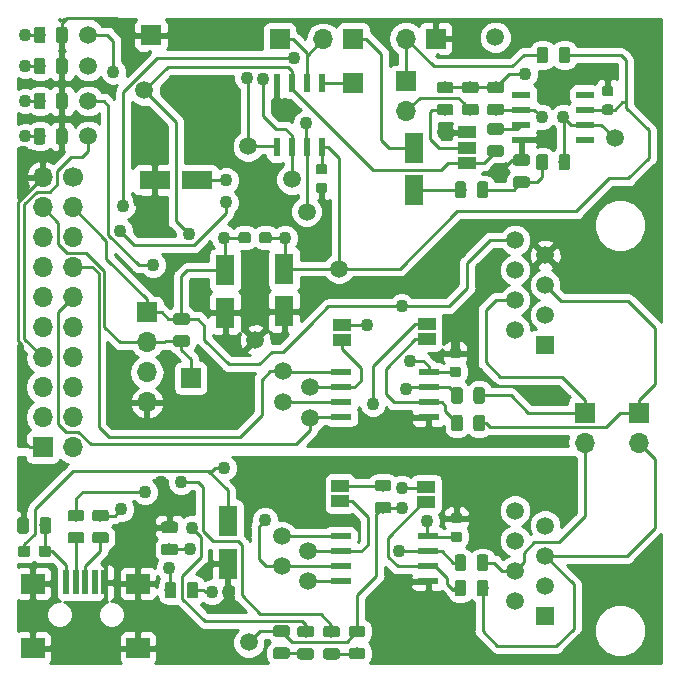
<source format=gbr>
G04 #@! TF.GenerationSoftware,KiCad,Pcbnew,5.0.1+dfsg1-3*
G04 #@! TF.CreationDate,2018-11-04T01:21:10+01:00*
G04 #@! TF.ProjectId,stk3700_beesensors,73746B333730305F62656573656E736F,rev?*
G04 #@! TF.SameCoordinates,Original*
G04 #@! TF.FileFunction,Copper,L1,Top,Signal*
G04 #@! TF.FilePolarity,Positive*
%FSLAX46Y46*%
G04 Gerber Fmt 4.6, Leading zero omitted, Abs format (unit mm)*
G04 Created by KiCad (PCBNEW 5.0.1+dfsg1-3) date Sun 04 Nov 2018 01:21:10 CET*
%MOMM*%
%LPD*%
G01*
G04 APERTURE LIST*
G04 #@! TA.AperFunction,SMDPad,CuDef*
%ADD10R,1.600000X2.600000*%
G04 #@! TD*
G04 #@! TA.AperFunction,SMDPad,CuDef*
%ADD11R,1.750000X0.550000*%
G04 #@! TD*
G04 #@! TA.AperFunction,SMDPad,CuDef*
%ADD12R,2.600000X1.600000*%
G04 #@! TD*
G04 #@! TA.AperFunction,Conductor*
%ADD13C,0.100000*%
G04 #@! TD*
G04 #@! TA.AperFunction,SMDPad,CuDef*
%ADD14C,0.975000*%
G04 #@! TD*
G04 #@! TA.AperFunction,SMDPad,CuDef*
%ADD15C,0.875000*%
G04 #@! TD*
G04 #@! TA.AperFunction,ComponentPad*
%ADD16O,1.700000X1.700000*%
G04 #@! TD*
G04 #@! TA.AperFunction,ComponentPad*
%ADD17R,1.700000X1.700000*%
G04 #@! TD*
G04 #@! TA.AperFunction,SMDPad,CuDef*
%ADD18R,0.500000X2.000000*%
G04 #@! TD*
G04 #@! TA.AperFunction,SMDPad,CuDef*
%ADD19R,2.000000X1.700000*%
G04 #@! TD*
G04 #@! TA.AperFunction,ComponentPad*
%ADD20C,1.700000*%
G04 #@! TD*
G04 #@! TA.AperFunction,ComponentPad*
%ADD21C,1.500000*%
G04 #@! TD*
G04 #@! TA.AperFunction,ComponentPad*
%ADD22R,1.500000X1.500000*%
G04 #@! TD*
G04 #@! TA.AperFunction,SMDPad,CuDef*
%ADD23R,1.500000X1.000000*%
G04 #@! TD*
G04 #@! TA.AperFunction,SMDPad,CuDef*
%ADD24C,0.950000*%
G04 #@! TD*
G04 #@! TA.AperFunction,SMDPad,CuDef*
%ADD25R,1.550000X0.600000*%
G04 #@! TD*
G04 #@! TA.AperFunction,SMDPad,CuDef*
%ADD26R,0.600000X1.550000*%
G04 #@! TD*
G04 #@! TA.AperFunction,ViaPad*
%ADD27C,1.100000*%
G04 #@! TD*
G04 #@! TA.AperFunction,Conductor*
%ADD28C,0.250000*%
G04 #@! TD*
G04 #@! TA.AperFunction,Conductor*
%ADD29C,0.750000*%
G04 #@! TD*
G04 #@! TA.AperFunction,Conductor*
%ADD30C,0.254000*%
G04 #@! TD*
G04 APERTURE END LIST*
D10*
G04 #@! TO.P,C5,1*
G04 #@! TO.N,VCC*
X102539800Y-95177200D03*
G04 #@! TO.P,C5,2*
G04 #@! TO.N,GNDD*
X102539800Y-98777200D03*
G04 #@! TD*
D11*
G04 #@! TO.P,U5,1*
G04 #@! TO.N,/RX_485*
X112149400Y-82550000D03*
G04 #@! TO.P,U5,2*
G04 #@! TO.N,/RE_485*
X112149400Y-83820000D03*
G04 #@! TO.P,U5,3*
G04 #@! TO.N,/DE_485*
X112149400Y-85090000D03*
G04 #@! TO.P,U5,4*
G04 #@! TO.N,/TX_485*
X112149400Y-86360000D03*
G04 #@! TO.P,U5,5*
G04 #@! TO.N,GND*
X119549400Y-86360000D03*
G04 #@! TO.P,U5,6*
G04 #@! TO.N,Net-(JP6-Pad1)*
X119549400Y-85090000D03*
G04 #@! TO.P,U5,7*
G04 #@! TO.N,Net-(R23-Pad2)*
X119549400Y-83820000D03*
G04 #@! TO.P,U5,8*
G04 #@! TO.N,+5V*
X119549400Y-82550000D03*
G04 #@! TD*
D12*
G04 #@! TO.P,C1,1*
G04 #@! TO.N,Net-(C1-Pad1)*
X99958300Y-66319400D03*
G04 #@! TO.P,C1,2*
G04 #@! TO.N,GND*
X96358300Y-66319400D03*
G04 #@! TD*
D13*
G04 #@! TO.N,Net-(C2-Pad2)*
G04 #@! TO.C,C2*
G36*
X123568542Y-59836374D02*
X123592203Y-59839884D01*
X123615407Y-59845696D01*
X123637929Y-59853754D01*
X123659553Y-59863982D01*
X123680070Y-59876279D01*
X123699283Y-59890529D01*
X123717007Y-59906593D01*
X123733071Y-59924317D01*
X123747321Y-59943530D01*
X123759618Y-59964047D01*
X123769846Y-59985671D01*
X123777904Y-60008193D01*
X123783716Y-60031397D01*
X123787226Y-60055058D01*
X123788400Y-60078950D01*
X123788400Y-60566450D01*
X123787226Y-60590342D01*
X123783716Y-60614003D01*
X123777904Y-60637207D01*
X123769846Y-60659729D01*
X123759618Y-60681353D01*
X123747321Y-60701870D01*
X123733071Y-60721083D01*
X123717007Y-60738807D01*
X123699283Y-60754871D01*
X123680070Y-60769121D01*
X123659553Y-60781418D01*
X123637929Y-60791646D01*
X123615407Y-60799704D01*
X123592203Y-60805516D01*
X123568542Y-60809026D01*
X123544650Y-60810200D01*
X122632150Y-60810200D01*
X122608258Y-60809026D01*
X122584597Y-60805516D01*
X122561393Y-60799704D01*
X122538871Y-60791646D01*
X122517247Y-60781418D01*
X122496730Y-60769121D01*
X122477517Y-60754871D01*
X122459793Y-60738807D01*
X122443729Y-60721083D01*
X122429479Y-60701870D01*
X122417182Y-60681353D01*
X122406954Y-60659729D01*
X122398896Y-60637207D01*
X122393084Y-60614003D01*
X122389574Y-60590342D01*
X122388400Y-60566450D01*
X122388400Y-60078950D01*
X122389574Y-60055058D01*
X122393084Y-60031397D01*
X122398896Y-60008193D01*
X122406954Y-59985671D01*
X122417182Y-59964047D01*
X122429479Y-59943530D01*
X122443729Y-59924317D01*
X122459793Y-59906593D01*
X122477517Y-59890529D01*
X122496730Y-59876279D01*
X122517247Y-59863982D01*
X122538871Y-59853754D01*
X122561393Y-59845696D01*
X122584597Y-59839884D01*
X122608258Y-59836374D01*
X122632150Y-59835200D01*
X123544650Y-59835200D01*
X123568542Y-59836374D01*
X123568542Y-59836374D01*
G37*
D14*
G04 #@! TD*
G04 #@! TO.P,C2,2*
G04 #@! TO.N,Net-(C2-Pad2)*
X123088400Y-60322700D03*
D13*
G04 #@! TO.N,Net-(C2-Pad1)*
G04 #@! TO.C,C2*
G36*
X123568542Y-57961374D02*
X123592203Y-57964884D01*
X123615407Y-57970696D01*
X123637929Y-57978754D01*
X123659553Y-57988982D01*
X123680070Y-58001279D01*
X123699283Y-58015529D01*
X123717007Y-58031593D01*
X123733071Y-58049317D01*
X123747321Y-58068530D01*
X123759618Y-58089047D01*
X123769846Y-58110671D01*
X123777904Y-58133193D01*
X123783716Y-58156397D01*
X123787226Y-58180058D01*
X123788400Y-58203950D01*
X123788400Y-58691450D01*
X123787226Y-58715342D01*
X123783716Y-58739003D01*
X123777904Y-58762207D01*
X123769846Y-58784729D01*
X123759618Y-58806353D01*
X123747321Y-58826870D01*
X123733071Y-58846083D01*
X123717007Y-58863807D01*
X123699283Y-58879871D01*
X123680070Y-58894121D01*
X123659553Y-58906418D01*
X123637929Y-58916646D01*
X123615407Y-58924704D01*
X123592203Y-58930516D01*
X123568542Y-58934026D01*
X123544650Y-58935200D01*
X122632150Y-58935200D01*
X122608258Y-58934026D01*
X122584597Y-58930516D01*
X122561393Y-58924704D01*
X122538871Y-58916646D01*
X122517247Y-58906418D01*
X122496730Y-58894121D01*
X122477517Y-58879871D01*
X122459793Y-58863807D01*
X122443729Y-58846083D01*
X122429479Y-58826870D01*
X122417182Y-58806353D01*
X122406954Y-58784729D01*
X122398896Y-58762207D01*
X122393084Y-58739003D01*
X122389574Y-58715342D01*
X122388400Y-58691450D01*
X122388400Y-58203950D01*
X122389574Y-58180058D01*
X122393084Y-58156397D01*
X122398896Y-58133193D01*
X122406954Y-58110671D01*
X122417182Y-58089047D01*
X122429479Y-58068530D01*
X122443729Y-58049317D01*
X122459793Y-58031593D01*
X122477517Y-58015529D01*
X122496730Y-58001279D01*
X122517247Y-57988982D01*
X122538871Y-57978754D01*
X122561393Y-57970696D01*
X122584597Y-57964884D01*
X122608258Y-57961374D01*
X122632150Y-57960200D01*
X123544650Y-57960200D01*
X123568542Y-57961374D01*
X123568542Y-57961374D01*
G37*
D14*
G04 #@! TD*
G04 #@! TO.P,C2,1*
G04 #@! TO.N,Net-(C2-Pad1)*
X123088400Y-58447700D03*
D13*
G04 #@! TO.N,Net-(C4-Pad1)*
G04 #@! TO.C,C4*
G36*
X87361942Y-94830574D02*
X87385603Y-94834084D01*
X87408807Y-94839896D01*
X87431329Y-94847954D01*
X87452953Y-94858182D01*
X87473470Y-94870479D01*
X87492683Y-94884729D01*
X87510407Y-94900793D01*
X87526471Y-94918517D01*
X87540721Y-94937730D01*
X87553018Y-94958247D01*
X87563246Y-94979871D01*
X87571304Y-95002393D01*
X87577116Y-95025597D01*
X87580626Y-95049258D01*
X87581800Y-95073150D01*
X87581800Y-95985650D01*
X87580626Y-96009542D01*
X87577116Y-96033203D01*
X87571304Y-96056407D01*
X87563246Y-96078929D01*
X87553018Y-96100553D01*
X87540721Y-96121070D01*
X87526471Y-96140283D01*
X87510407Y-96158007D01*
X87492683Y-96174071D01*
X87473470Y-96188321D01*
X87452953Y-96200618D01*
X87431329Y-96210846D01*
X87408807Y-96218904D01*
X87385603Y-96224716D01*
X87361942Y-96228226D01*
X87338050Y-96229400D01*
X86850550Y-96229400D01*
X86826658Y-96228226D01*
X86802997Y-96224716D01*
X86779793Y-96218904D01*
X86757271Y-96210846D01*
X86735647Y-96200618D01*
X86715130Y-96188321D01*
X86695917Y-96174071D01*
X86678193Y-96158007D01*
X86662129Y-96140283D01*
X86647879Y-96121070D01*
X86635582Y-96100553D01*
X86625354Y-96078929D01*
X86617296Y-96056407D01*
X86611484Y-96033203D01*
X86607974Y-96009542D01*
X86606800Y-95985650D01*
X86606800Y-95073150D01*
X86607974Y-95049258D01*
X86611484Y-95025597D01*
X86617296Y-95002393D01*
X86625354Y-94979871D01*
X86635582Y-94958247D01*
X86647879Y-94937730D01*
X86662129Y-94918517D01*
X86678193Y-94900793D01*
X86695917Y-94884729D01*
X86715130Y-94870479D01*
X86735647Y-94858182D01*
X86757271Y-94847954D01*
X86779793Y-94839896D01*
X86802997Y-94834084D01*
X86826658Y-94830574D01*
X86850550Y-94829400D01*
X87338050Y-94829400D01*
X87361942Y-94830574D01*
X87361942Y-94830574D01*
G37*
D14*
G04 #@! TD*
G04 #@! TO.P,C4,1*
G04 #@! TO.N,Net-(C4-Pad1)*
X87094300Y-95529400D03*
D13*
G04 #@! TO.N,GNDD*
G04 #@! TO.C,C4*
G36*
X85486942Y-94830574D02*
X85510603Y-94834084D01*
X85533807Y-94839896D01*
X85556329Y-94847954D01*
X85577953Y-94858182D01*
X85598470Y-94870479D01*
X85617683Y-94884729D01*
X85635407Y-94900793D01*
X85651471Y-94918517D01*
X85665721Y-94937730D01*
X85678018Y-94958247D01*
X85688246Y-94979871D01*
X85696304Y-95002393D01*
X85702116Y-95025597D01*
X85705626Y-95049258D01*
X85706800Y-95073150D01*
X85706800Y-95985650D01*
X85705626Y-96009542D01*
X85702116Y-96033203D01*
X85696304Y-96056407D01*
X85688246Y-96078929D01*
X85678018Y-96100553D01*
X85665721Y-96121070D01*
X85651471Y-96140283D01*
X85635407Y-96158007D01*
X85617683Y-96174071D01*
X85598470Y-96188321D01*
X85577953Y-96200618D01*
X85556329Y-96210846D01*
X85533807Y-96218904D01*
X85510603Y-96224716D01*
X85486942Y-96228226D01*
X85463050Y-96229400D01*
X84975550Y-96229400D01*
X84951658Y-96228226D01*
X84927997Y-96224716D01*
X84904793Y-96218904D01*
X84882271Y-96210846D01*
X84860647Y-96200618D01*
X84840130Y-96188321D01*
X84820917Y-96174071D01*
X84803193Y-96158007D01*
X84787129Y-96140283D01*
X84772879Y-96121070D01*
X84760582Y-96100553D01*
X84750354Y-96078929D01*
X84742296Y-96056407D01*
X84736484Y-96033203D01*
X84732974Y-96009542D01*
X84731800Y-95985650D01*
X84731800Y-95073150D01*
X84732974Y-95049258D01*
X84736484Y-95025597D01*
X84742296Y-95002393D01*
X84750354Y-94979871D01*
X84760582Y-94958247D01*
X84772879Y-94937730D01*
X84787129Y-94918517D01*
X84803193Y-94900793D01*
X84820917Y-94884729D01*
X84840130Y-94870479D01*
X84860647Y-94858182D01*
X84882271Y-94847954D01*
X84904793Y-94839896D01*
X84927997Y-94834084D01*
X84951658Y-94830574D01*
X84975550Y-94829400D01*
X85463050Y-94829400D01*
X85486942Y-94830574D01*
X85486942Y-94830574D01*
G37*
D14*
G04 #@! TD*
G04 #@! TO.P,C4,2*
G04 #@! TO.N,GNDD*
X85219300Y-95529400D03*
D13*
G04 #@! TO.N,GNDD*
G04 #@! TO.C,C8*
G36*
X98092342Y-95197774D02*
X98116003Y-95201284D01*
X98139207Y-95207096D01*
X98161729Y-95215154D01*
X98183353Y-95225382D01*
X98203870Y-95237679D01*
X98223083Y-95251929D01*
X98240807Y-95267993D01*
X98256871Y-95285717D01*
X98271121Y-95304930D01*
X98283418Y-95325447D01*
X98293646Y-95347071D01*
X98301704Y-95369593D01*
X98307516Y-95392797D01*
X98311026Y-95416458D01*
X98312200Y-95440350D01*
X98312200Y-95927850D01*
X98311026Y-95951742D01*
X98307516Y-95975403D01*
X98301704Y-95998607D01*
X98293646Y-96021129D01*
X98283418Y-96042753D01*
X98271121Y-96063270D01*
X98256871Y-96082483D01*
X98240807Y-96100207D01*
X98223083Y-96116271D01*
X98203870Y-96130521D01*
X98183353Y-96142818D01*
X98161729Y-96153046D01*
X98139207Y-96161104D01*
X98116003Y-96166916D01*
X98092342Y-96170426D01*
X98068450Y-96171600D01*
X97155950Y-96171600D01*
X97132058Y-96170426D01*
X97108397Y-96166916D01*
X97085193Y-96161104D01*
X97062671Y-96153046D01*
X97041047Y-96142818D01*
X97020530Y-96130521D01*
X97001317Y-96116271D01*
X96983593Y-96100207D01*
X96967529Y-96082483D01*
X96953279Y-96063270D01*
X96940982Y-96042753D01*
X96930754Y-96021129D01*
X96922696Y-95998607D01*
X96916884Y-95975403D01*
X96913374Y-95951742D01*
X96912200Y-95927850D01*
X96912200Y-95440350D01*
X96913374Y-95416458D01*
X96916884Y-95392797D01*
X96922696Y-95369593D01*
X96930754Y-95347071D01*
X96940982Y-95325447D01*
X96953279Y-95304930D01*
X96967529Y-95285717D01*
X96983593Y-95267993D01*
X97001317Y-95251929D01*
X97020530Y-95237679D01*
X97041047Y-95225382D01*
X97062671Y-95215154D01*
X97085193Y-95207096D01*
X97108397Y-95201284D01*
X97132058Y-95197774D01*
X97155950Y-95196600D01*
X98068450Y-95196600D01*
X98092342Y-95197774D01*
X98092342Y-95197774D01*
G37*
D14*
G04 #@! TD*
G04 #@! TO.P,C8,2*
G04 #@! TO.N,GNDD*
X97612200Y-95684100D03*
D13*
G04 #@! TO.N,Net-(C8-Pad1)*
G04 #@! TO.C,C8*
G36*
X98092342Y-97072774D02*
X98116003Y-97076284D01*
X98139207Y-97082096D01*
X98161729Y-97090154D01*
X98183353Y-97100382D01*
X98203870Y-97112679D01*
X98223083Y-97126929D01*
X98240807Y-97142993D01*
X98256871Y-97160717D01*
X98271121Y-97179930D01*
X98283418Y-97200447D01*
X98293646Y-97222071D01*
X98301704Y-97244593D01*
X98307516Y-97267797D01*
X98311026Y-97291458D01*
X98312200Y-97315350D01*
X98312200Y-97802850D01*
X98311026Y-97826742D01*
X98307516Y-97850403D01*
X98301704Y-97873607D01*
X98293646Y-97896129D01*
X98283418Y-97917753D01*
X98271121Y-97938270D01*
X98256871Y-97957483D01*
X98240807Y-97975207D01*
X98223083Y-97991271D01*
X98203870Y-98005521D01*
X98183353Y-98017818D01*
X98161729Y-98028046D01*
X98139207Y-98036104D01*
X98116003Y-98041916D01*
X98092342Y-98045426D01*
X98068450Y-98046600D01*
X97155950Y-98046600D01*
X97132058Y-98045426D01*
X97108397Y-98041916D01*
X97085193Y-98036104D01*
X97062671Y-98028046D01*
X97041047Y-98017818D01*
X97020530Y-98005521D01*
X97001317Y-97991271D01*
X96983593Y-97975207D01*
X96967529Y-97957483D01*
X96953279Y-97938270D01*
X96940982Y-97917753D01*
X96930754Y-97896129D01*
X96922696Y-97873607D01*
X96916884Y-97850403D01*
X96913374Y-97826742D01*
X96912200Y-97802850D01*
X96912200Y-97315350D01*
X96913374Y-97291458D01*
X96916884Y-97267797D01*
X96922696Y-97244593D01*
X96930754Y-97222071D01*
X96940982Y-97200447D01*
X96953279Y-97179930D01*
X96967529Y-97160717D01*
X96983593Y-97142993D01*
X97001317Y-97126929D01*
X97020530Y-97112679D01*
X97041047Y-97100382D01*
X97062671Y-97090154D01*
X97085193Y-97082096D01*
X97108397Y-97076284D01*
X97132058Y-97072774D01*
X97155950Y-97071600D01*
X98068450Y-97071600D01*
X98092342Y-97072774D01*
X98092342Y-97072774D01*
G37*
D14*
G04 #@! TD*
G04 #@! TO.P,C8,1*
G04 #@! TO.N,Net-(C8-Pad1)*
X97612200Y-97559100D03*
D13*
G04 #@! TO.N,Net-(C10-Pad2)*
G04 #@! TO.C,C10*
G36*
X127886542Y-65983174D02*
X127910203Y-65986684D01*
X127933407Y-65992496D01*
X127955929Y-66000554D01*
X127977553Y-66010782D01*
X127998070Y-66023079D01*
X128017283Y-66037329D01*
X128035007Y-66053393D01*
X128051071Y-66071117D01*
X128065321Y-66090330D01*
X128077618Y-66110847D01*
X128087846Y-66132471D01*
X128095904Y-66154993D01*
X128101716Y-66178197D01*
X128105226Y-66201858D01*
X128106400Y-66225750D01*
X128106400Y-66713250D01*
X128105226Y-66737142D01*
X128101716Y-66760803D01*
X128095904Y-66784007D01*
X128087846Y-66806529D01*
X128077618Y-66828153D01*
X128065321Y-66848670D01*
X128051071Y-66867883D01*
X128035007Y-66885607D01*
X128017283Y-66901671D01*
X127998070Y-66915921D01*
X127977553Y-66928218D01*
X127955929Y-66938446D01*
X127933407Y-66946504D01*
X127910203Y-66952316D01*
X127886542Y-66955826D01*
X127862650Y-66957000D01*
X126950150Y-66957000D01*
X126926258Y-66955826D01*
X126902597Y-66952316D01*
X126879393Y-66946504D01*
X126856871Y-66938446D01*
X126835247Y-66928218D01*
X126814730Y-66915921D01*
X126795517Y-66901671D01*
X126777793Y-66885607D01*
X126761729Y-66867883D01*
X126747479Y-66848670D01*
X126735182Y-66828153D01*
X126724954Y-66806529D01*
X126716896Y-66784007D01*
X126711084Y-66760803D01*
X126707574Y-66737142D01*
X126706400Y-66713250D01*
X126706400Y-66225750D01*
X126707574Y-66201858D01*
X126711084Y-66178197D01*
X126716896Y-66154993D01*
X126724954Y-66132471D01*
X126735182Y-66110847D01*
X126747479Y-66090330D01*
X126761729Y-66071117D01*
X126777793Y-66053393D01*
X126795517Y-66037329D01*
X126814730Y-66023079D01*
X126835247Y-66010782D01*
X126856871Y-66000554D01*
X126879393Y-65992496D01*
X126902597Y-65986684D01*
X126926258Y-65983174D01*
X126950150Y-65982000D01*
X127862650Y-65982000D01*
X127886542Y-65983174D01*
X127886542Y-65983174D01*
G37*
D14*
G04 #@! TD*
G04 #@! TO.P,C10,2*
G04 #@! TO.N,Net-(C10-Pad2)*
X127406400Y-66469500D03*
D13*
G04 #@! TO.N,GND*
G04 #@! TO.C,C10*
G36*
X127886542Y-64108174D02*
X127910203Y-64111684D01*
X127933407Y-64117496D01*
X127955929Y-64125554D01*
X127977553Y-64135782D01*
X127998070Y-64148079D01*
X128017283Y-64162329D01*
X128035007Y-64178393D01*
X128051071Y-64196117D01*
X128065321Y-64215330D01*
X128077618Y-64235847D01*
X128087846Y-64257471D01*
X128095904Y-64279993D01*
X128101716Y-64303197D01*
X128105226Y-64326858D01*
X128106400Y-64350750D01*
X128106400Y-64838250D01*
X128105226Y-64862142D01*
X128101716Y-64885803D01*
X128095904Y-64909007D01*
X128087846Y-64931529D01*
X128077618Y-64953153D01*
X128065321Y-64973670D01*
X128051071Y-64992883D01*
X128035007Y-65010607D01*
X128017283Y-65026671D01*
X127998070Y-65040921D01*
X127977553Y-65053218D01*
X127955929Y-65063446D01*
X127933407Y-65071504D01*
X127910203Y-65077316D01*
X127886542Y-65080826D01*
X127862650Y-65082000D01*
X126950150Y-65082000D01*
X126926258Y-65080826D01*
X126902597Y-65077316D01*
X126879393Y-65071504D01*
X126856871Y-65063446D01*
X126835247Y-65053218D01*
X126814730Y-65040921D01*
X126795517Y-65026671D01*
X126777793Y-65010607D01*
X126761729Y-64992883D01*
X126747479Y-64973670D01*
X126735182Y-64953153D01*
X126724954Y-64931529D01*
X126716896Y-64909007D01*
X126711084Y-64885803D01*
X126707574Y-64862142D01*
X126706400Y-64838250D01*
X126706400Y-64350750D01*
X126707574Y-64326858D01*
X126711084Y-64303197D01*
X126716896Y-64279993D01*
X126724954Y-64257471D01*
X126735182Y-64235847D01*
X126747479Y-64215330D01*
X126761729Y-64196117D01*
X126777793Y-64178393D01*
X126795517Y-64162329D01*
X126814730Y-64148079D01*
X126835247Y-64135782D01*
X126856871Y-64125554D01*
X126879393Y-64117496D01*
X126902597Y-64111684D01*
X126926258Y-64108174D01*
X126950150Y-64107000D01*
X127862650Y-64107000D01*
X127886542Y-64108174D01*
X127886542Y-64108174D01*
G37*
D14*
G04 #@! TD*
G04 #@! TO.P,C10,1*
G04 #@! TO.N,GND*
X127406400Y-64594500D03*
D10*
G04 #@! TO.P,C11,2*
G04 #@! TO.N,Net-(C11-Pad2)*
X118313200Y-63554200D03*
G04 #@! TO.P,C11,1*
G04 #@! TO.N,Net-(C11-Pad1)*
X118313200Y-67154200D03*
G04 #@! TD*
G04 #@! TO.P,C12,2*
G04 #@! TO.N,GND*
X102339140Y-77525020D03*
G04 #@! TO.P,C12,1*
G04 #@! TO.N,+5V*
X102339140Y-73925020D03*
G04 #@! TD*
D13*
G04 #@! TO.N,GND*
G04 #@! TO.C,C14*
G36*
X122096091Y-80500553D02*
X122117326Y-80503703D01*
X122138150Y-80508919D01*
X122158362Y-80516151D01*
X122177768Y-80525330D01*
X122196181Y-80536366D01*
X122213424Y-80549154D01*
X122229330Y-80563570D01*
X122243746Y-80579476D01*
X122256534Y-80596719D01*
X122267570Y-80615132D01*
X122276749Y-80634538D01*
X122283981Y-80654750D01*
X122289197Y-80675574D01*
X122292347Y-80696809D01*
X122293400Y-80718250D01*
X122293400Y-81155750D01*
X122292347Y-81177191D01*
X122289197Y-81198426D01*
X122283981Y-81219250D01*
X122276749Y-81239462D01*
X122267570Y-81258868D01*
X122256534Y-81277281D01*
X122243746Y-81294524D01*
X122229330Y-81310430D01*
X122213424Y-81324846D01*
X122196181Y-81337634D01*
X122177768Y-81348670D01*
X122158362Y-81357849D01*
X122138150Y-81365081D01*
X122117326Y-81370297D01*
X122096091Y-81373447D01*
X122074650Y-81374500D01*
X121562150Y-81374500D01*
X121540709Y-81373447D01*
X121519474Y-81370297D01*
X121498650Y-81365081D01*
X121478438Y-81357849D01*
X121459032Y-81348670D01*
X121440619Y-81337634D01*
X121423376Y-81324846D01*
X121407470Y-81310430D01*
X121393054Y-81294524D01*
X121380266Y-81277281D01*
X121369230Y-81258868D01*
X121360051Y-81239462D01*
X121352819Y-81219250D01*
X121347603Y-81198426D01*
X121344453Y-81177191D01*
X121343400Y-81155750D01*
X121343400Y-80718250D01*
X121344453Y-80696809D01*
X121347603Y-80675574D01*
X121352819Y-80654750D01*
X121360051Y-80634538D01*
X121369230Y-80615132D01*
X121380266Y-80596719D01*
X121393054Y-80579476D01*
X121407470Y-80563570D01*
X121423376Y-80549154D01*
X121440619Y-80536366D01*
X121459032Y-80525330D01*
X121478438Y-80516151D01*
X121498650Y-80508919D01*
X121519474Y-80503703D01*
X121540709Y-80500553D01*
X121562150Y-80499500D01*
X122074650Y-80499500D01*
X122096091Y-80500553D01*
X122096091Y-80500553D01*
G37*
D15*
G04 #@! TD*
G04 #@! TO.P,C14,2*
G04 #@! TO.N,GND*
X121818400Y-80937000D03*
D13*
G04 #@! TO.N,+5V*
G04 #@! TO.C,C14*
G36*
X122096091Y-82075553D02*
X122117326Y-82078703D01*
X122138150Y-82083919D01*
X122158362Y-82091151D01*
X122177768Y-82100330D01*
X122196181Y-82111366D01*
X122213424Y-82124154D01*
X122229330Y-82138570D01*
X122243746Y-82154476D01*
X122256534Y-82171719D01*
X122267570Y-82190132D01*
X122276749Y-82209538D01*
X122283981Y-82229750D01*
X122289197Y-82250574D01*
X122292347Y-82271809D01*
X122293400Y-82293250D01*
X122293400Y-82730750D01*
X122292347Y-82752191D01*
X122289197Y-82773426D01*
X122283981Y-82794250D01*
X122276749Y-82814462D01*
X122267570Y-82833868D01*
X122256534Y-82852281D01*
X122243746Y-82869524D01*
X122229330Y-82885430D01*
X122213424Y-82899846D01*
X122196181Y-82912634D01*
X122177768Y-82923670D01*
X122158362Y-82932849D01*
X122138150Y-82940081D01*
X122117326Y-82945297D01*
X122096091Y-82948447D01*
X122074650Y-82949500D01*
X121562150Y-82949500D01*
X121540709Y-82948447D01*
X121519474Y-82945297D01*
X121498650Y-82940081D01*
X121478438Y-82932849D01*
X121459032Y-82923670D01*
X121440619Y-82912634D01*
X121423376Y-82899846D01*
X121407470Y-82885430D01*
X121393054Y-82869524D01*
X121380266Y-82852281D01*
X121369230Y-82833868D01*
X121360051Y-82814462D01*
X121352819Y-82794250D01*
X121347603Y-82773426D01*
X121344453Y-82752191D01*
X121343400Y-82730750D01*
X121343400Y-82293250D01*
X121344453Y-82271809D01*
X121347603Y-82250574D01*
X121352819Y-82229750D01*
X121360051Y-82209538D01*
X121369230Y-82190132D01*
X121380266Y-82171719D01*
X121393054Y-82154476D01*
X121407470Y-82138570D01*
X121423376Y-82124154D01*
X121440619Y-82111366D01*
X121459032Y-82100330D01*
X121478438Y-82091151D01*
X121498650Y-82083919D01*
X121519474Y-82078703D01*
X121540709Y-82075553D01*
X121562150Y-82074500D01*
X122074650Y-82074500D01*
X122096091Y-82075553D01*
X122096091Y-82075553D01*
G37*
D15*
G04 #@! TD*
G04 #@! TO.P,C14,1*
G04 #@! TO.N,+5V*
X121818400Y-82512000D03*
D10*
G04 #@! TO.P,C16,1*
G04 #@! TO.N,+5VA*
X107330240Y-73798020D03*
G04 #@! TO.P,C16,2*
G04 #@! TO.N,GND*
X107330240Y-77398020D03*
G04 #@! TD*
D13*
G04 #@! TO.N,GND*
G04 #@! TO.C,C18*
G36*
X134999291Y-58313653D02*
X135020526Y-58316803D01*
X135041350Y-58322019D01*
X135061562Y-58329251D01*
X135080968Y-58338430D01*
X135099381Y-58349466D01*
X135116624Y-58362254D01*
X135132530Y-58376670D01*
X135146946Y-58392576D01*
X135159734Y-58409819D01*
X135170770Y-58428232D01*
X135179949Y-58447638D01*
X135187181Y-58467850D01*
X135192397Y-58488674D01*
X135195547Y-58509909D01*
X135196600Y-58531350D01*
X135196600Y-58968850D01*
X135195547Y-58990291D01*
X135192397Y-59011526D01*
X135187181Y-59032350D01*
X135179949Y-59052562D01*
X135170770Y-59071968D01*
X135159734Y-59090381D01*
X135146946Y-59107624D01*
X135132530Y-59123530D01*
X135116624Y-59137946D01*
X135099381Y-59150734D01*
X135080968Y-59161770D01*
X135061562Y-59170949D01*
X135041350Y-59178181D01*
X135020526Y-59183397D01*
X134999291Y-59186547D01*
X134977850Y-59187600D01*
X134465350Y-59187600D01*
X134443909Y-59186547D01*
X134422674Y-59183397D01*
X134401850Y-59178181D01*
X134381638Y-59170949D01*
X134362232Y-59161770D01*
X134343819Y-59150734D01*
X134326576Y-59137946D01*
X134310670Y-59123530D01*
X134296254Y-59107624D01*
X134283466Y-59090381D01*
X134272430Y-59071968D01*
X134263251Y-59052562D01*
X134256019Y-59032350D01*
X134250803Y-59011526D01*
X134247653Y-58990291D01*
X134246600Y-58968850D01*
X134246600Y-58531350D01*
X134247653Y-58509909D01*
X134250803Y-58488674D01*
X134256019Y-58467850D01*
X134263251Y-58447638D01*
X134272430Y-58428232D01*
X134283466Y-58409819D01*
X134296254Y-58392576D01*
X134310670Y-58376670D01*
X134326576Y-58362254D01*
X134343819Y-58349466D01*
X134362232Y-58338430D01*
X134381638Y-58329251D01*
X134401850Y-58322019D01*
X134422674Y-58316803D01*
X134443909Y-58313653D01*
X134465350Y-58312600D01*
X134977850Y-58312600D01*
X134999291Y-58313653D01*
X134999291Y-58313653D01*
G37*
D15*
G04 #@! TD*
G04 #@! TO.P,C18,2*
G04 #@! TO.N,GND*
X134721600Y-58750100D03*
D13*
G04 #@! TO.N,+5VA*
G04 #@! TO.C,C18*
G36*
X134999291Y-59888653D02*
X135020526Y-59891803D01*
X135041350Y-59897019D01*
X135061562Y-59904251D01*
X135080968Y-59913430D01*
X135099381Y-59924466D01*
X135116624Y-59937254D01*
X135132530Y-59951670D01*
X135146946Y-59967576D01*
X135159734Y-59984819D01*
X135170770Y-60003232D01*
X135179949Y-60022638D01*
X135187181Y-60042850D01*
X135192397Y-60063674D01*
X135195547Y-60084909D01*
X135196600Y-60106350D01*
X135196600Y-60543850D01*
X135195547Y-60565291D01*
X135192397Y-60586526D01*
X135187181Y-60607350D01*
X135179949Y-60627562D01*
X135170770Y-60646968D01*
X135159734Y-60665381D01*
X135146946Y-60682624D01*
X135132530Y-60698530D01*
X135116624Y-60712946D01*
X135099381Y-60725734D01*
X135080968Y-60736770D01*
X135061562Y-60745949D01*
X135041350Y-60753181D01*
X135020526Y-60758397D01*
X134999291Y-60761547D01*
X134977850Y-60762600D01*
X134465350Y-60762600D01*
X134443909Y-60761547D01*
X134422674Y-60758397D01*
X134401850Y-60753181D01*
X134381638Y-60745949D01*
X134362232Y-60736770D01*
X134343819Y-60725734D01*
X134326576Y-60712946D01*
X134310670Y-60698530D01*
X134296254Y-60682624D01*
X134283466Y-60665381D01*
X134272430Y-60646968D01*
X134263251Y-60627562D01*
X134256019Y-60607350D01*
X134250803Y-60586526D01*
X134247653Y-60565291D01*
X134246600Y-60543850D01*
X134246600Y-60106350D01*
X134247653Y-60084909D01*
X134250803Y-60063674D01*
X134256019Y-60042850D01*
X134263251Y-60022638D01*
X134272430Y-60003232D01*
X134283466Y-59984819D01*
X134296254Y-59967576D01*
X134310670Y-59951670D01*
X134326576Y-59937254D01*
X134343819Y-59924466D01*
X134362232Y-59913430D01*
X134381638Y-59904251D01*
X134401850Y-59897019D01*
X134422674Y-59891803D01*
X134443909Y-59888653D01*
X134465350Y-59887600D01*
X134977850Y-59887600D01*
X134999291Y-59888653D01*
X134999291Y-59888653D01*
G37*
D15*
G04 #@! TD*
G04 #@! TO.P,C18,1*
G04 #@! TO.N,+5VA*
X134721600Y-60325100D03*
D13*
G04 #@! TO.N,+5VA*
G04 #@! TO.C,C19*
G36*
X110767691Y-64943053D02*
X110788926Y-64946203D01*
X110809750Y-64951419D01*
X110829962Y-64958651D01*
X110849368Y-64967830D01*
X110867781Y-64978866D01*
X110885024Y-64991654D01*
X110900930Y-65006070D01*
X110915346Y-65021976D01*
X110928134Y-65039219D01*
X110939170Y-65057632D01*
X110948349Y-65077038D01*
X110955581Y-65097250D01*
X110960797Y-65118074D01*
X110963947Y-65139309D01*
X110965000Y-65160750D01*
X110965000Y-65598250D01*
X110963947Y-65619691D01*
X110960797Y-65640926D01*
X110955581Y-65661750D01*
X110948349Y-65681962D01*
X110939170Y-65701368D01*
X110928134Y-65719781D01*
X110915346Y-65737024D01*
X110900930Y-65752930D01*
X110885024Y-65767346D01*
X110867781Y-65780134D01*
X110849368Y-65791170D01*
X110829962Y-65800349D01*
X110809750Y-65807581D01*
X110788926Y-65812797D01*
X110767691Y-65815947D01*
X110746250Y-65817000D01*
X110233750Y-65817000D01*
X110212309Y-65815947D01*
X110191074Y-65812797D01*
X110170250Y-65807581D01*
X110150038Y-65800349D01*
X110130632Y-65791170D01*
X110112219Y-65780134D01*
X110094976Y-65767346D01*
X110079070Y-65752930D01*
X110064654Y-65737024D01*
X110051866Y-65719781D01*
X110040830Y-65701368D01*
X110031651Y-65681962D01*
X110024419Y-65661750D01*
X110019203Y-65640926D01*
X110016053Y-65619691D01*
X110015000Y-65598250D01*
X110015000Y-65160750D01*
X110016053Y-65139309D01*
X110019203Y-65118074D01*
X110024419Y-65097250D01*
X110031651Y-65077038D01*
X110040830Y-65057632D01*
X110051866Y-65039219D01*
X110064654Y-65021976D01*
X110079070Y-65006070D01*
X110094976Y-64991654D01*
X110112219Y-64978866D01*
X110130632Y-64967830D01*
X110150038Y-64958651D01*
X110170250Y-64951419D01*
X110191074Y-64946203D01*
X110212309Y-64943053D01*
X110233750Y-64942000D01*
X110746250Y-64942000D01*
X110767691Y-64943053D01*
X110767691Y-64943053D01*
G37*
D15*
G04 #@! TD*
G04 #@! TO.P,C19,1*
G04 #@! TO.N,+5VA*
X110490000Y-65379500D03*
D13*
G04 #@! TO.N,GND*
G04 #@! TO.C,C19*
G36*
X110767691Y-66518053D02*
X110788926Y-66521203D01*
X110809750Y-66526419D01*
X110829962Y-66533651D01*
X110849368Y-66542830D01*
X110867781Y-66553866D01*
X110885024Y-66566654D01*
X110900930Y-66581070D01*
X110915346Y-66596976D01*
X110928134Y-66614219D01*
X110939170Y-66632632D01*
X110948349Y-66652038D01*
X110955581Y-66672250D01*
X110960797Y-66693074D01*
X110963947Y-66714309D01*
X110965000Y-66735750D01*
X110965000Y-67173250D01*
X110963947Y-67194691D01*
X110960797Y-67215926D01*
X110955581Y-67236750D01*
X110948349Y-67256962D01*
X110939170Y-67276368D01*
X110928134Y-67294781D01*
X110915346Y-67312024D01*
X110900930Y-67327930D01*
X110885024Y-67342346D01*
X110867781Y-67355134D01*
X110849368Y-67366170D01*
X110829962Y-67375349D01*
X110809750Y-67382581D01*
X110788926Y-67387797D01*
X110767691Y-67390947D01*
X110746250Y-67392000D01*
X110233750Y-67392000D01*
X110212309Y-67390947D01*
X110191074Y-67387797D01*
X110170250Y-67382581D01*
X110150038Y-67375349D01*
X110130632Y-67366170D01*
X110112219Y-67355134D01*
X110094976Y-67342346D01*
X110079070Y-67327930D01*
X110064654Y-67312024D01*
X110051866Y-67294781D01*
X110040830Y-67276368D01*
X110031651Y-67256962D01*
X110024419Y-67236750D01*
X110019203Y-67215926D01*
X110016053Y-67194691D01*
X110015000Y-67173250D01*
X110015000Y-66735750D01*
X110016053Y-66714309D01*
X110019203Y-66693074D01*
X110024419Y-66672250D01*
X110031651Y-66652038D01*
X110040830Y-66632632D01*
X110051866Y-66614219D01*
X110064654Y-66596976D01*
X110079070Y-66581070D01*
X110094976Y-66566654D01*
X110112219Y-66553866D01*
X110130632Y-66542830D01*
X110150038Y-66533651D01*
X110170250Y-66526419D01*
X110191074Y-66521203D01*
X110212309Y-66518053D01*
X110233750Y-66517000D01*
X110746250Y-66517000D01*
X110767691Y-66518053D01*
X110767691Y-66518053D01*
G37*
D15*
G04 #@! TD*
G04 #@! TO.P,C19,2*
G04 #@! TO.N,GND*
X110490000Y-66954500D03*
D16*
G04 #@! TO.P,A,2*
G04 #@! TO.N,/RS485_A*
X137363200Y-88544400D03*
D17*
G04 #@! TO.P,A,1*
X137363200Y-86004400D03*
G04 #@! TD*
G04 #@! TO.P,B,1*
G04 #@! TO.N,/RS485_B*
X132778500Y-85979000D03*
D16*
G04 #@! TO.P,B,2*
X132778500Y-88519000D03*
G04 #@! TD*
D13*
G04 #@! TO.N,Net-(D1-Pad2)*
G04 #@! TO.C,D1*
G36*
X86883942Y-53301574D02*
X86907603Y-53305084D01*
X86930807Y-53310896D01*
X86953329Y-53318954D01*
X86974953Y-53329182D01*
X86995470Y-53341479D01*
X87014683Y-53355729D01*
X87032407Y-53371793D01*
X87048471Y-53389517D01*
X87062721Y-53408730D01*
X87075018Y-53429247D01*
X87085246Y-53450871D01*
X87093304Y-53473393D01*
X87099116Y-53496597D01*
X87102626Y-53520258D01*
X87103800Y-53544150D01*
X87103800Y-54456650D01*
X87102626Y-54480542D01*
X87099116Y-54504203D01*
X87093304Y-54527407D01*
X87085246Y-54549929D01*
X87075018Y-54571553D01*
X87062721Y-54592070D01*
X87048471Y-54611283D01*
X87032407Y-54629007D01*
X87014683Y-54645071D01*
X86995470Y-54659321D01*
X86974953Y-54671618D01*
X86953329Y-54681846D01*
X86930807Y-54689904D01*
X86907603Y-54695716D01*
X86883942Y-54699226D01*
X86860050Y-54700400D01*
X86372550Y-54700400D01*
X86348658Y-54699226D01*
X86324997Y-54695716D01*
X86301793Y-54689904D01*
X86279271Y-54681846D01*
X86257647Y-54671618D01*
X86237130Y-54659321D01*
X86217917Y-54645071D01*
X86200193Y-54629007D01*
X86184129Y-54611283D01*
X86169879Y-54592070D01*
X86157582Y-54571553D01*
X86147354Y-54549929D01*
X86139296Y-54527407D01*
X86133484Y-54504203D01*
X86129974Y-54480542D01*
X86128800Y-54456650D01*
X86128800Y-53544150D01*
X86129974Y-53520258D01*
X86133484Y-53496597D01*
X86139296Y-53473393D01*
X86147354Y-53450871D01*
X86157582Y-53429247D01*
X86169879Y-53408730D01*
X86184129Y-53389517D01*
X86200193Y-53371793D01*
X86217917Y-53355729D01*
X86237130Y-53341479D01*
X86257647Y-53329182D01*
X86279271Y-53318954D01*
X86301793Y-53310896D01*
X86324997Y-53305084D01*
X86348658Y-53301574D01*
X86372550Y-53300400D01*
X86860050Y-53300400D01*
X86883942Y-53301574D01*
X86883942Y-53301574D01*
G37*
D14*
G04 #@! TD*
G04 #@! TO.P,D1,2*
G04 #@! TO.N,Net-(D1-Pad2)*
X86616300Y-54000400D03*
D13*
G04 #@! TO.N,GND*
G04 #@! TO.C,D1*
G36*
X88758942Y-53301574D02*
X88782603Y-53305084D01*
X88805807Y-53310896D01*
X88828329Y-53318954D01*
X88849953Y-53329182D01*
X88870470Y-53341479D01*
X88889683Y-53355729D01*
X88907407Y-53371793D01*
X88923471Y-53389517D01*
X88937721Y-53408730D01*
X88950018Y-53429247D01*
X88960246Y-53450871D01*
X88968304Y-53473393D01*
X88974116Y-53496597D01*
X88977626Y-53520258D01*
X88978800Y-53544150D01*
X88978800Y-54456650D01*
X88977626Y-54480542D01*
X88974116Y-54504203D01*
X88968304Y-54527407D01*
X88960246Y-54549929D01*
X88950018Y-54571553D01*
X88937721Y-54592070D01*
X88923471Y-54611283D01*
X88907407Y-54629007D01*
X88889683Y-54645071D01*
X88870470Y-54659321D01*
X88849953Y-54671618D01*
X88828329Y-54681846D01*
X88805807Y-54689904D01*
X88782603Y-54695716D01*
X88758942Y-54699226D01*
X88735050Y-54700400D01*
X88247550Y-54700400D01*
X88223658Y-54699226D01*
X88199997Y-54695716D01*
X88176793Y-54689904D01*
X88154271Y-54681846D01*
X88132647Y-54671618D01*
X88112130Y-54659321D01*
X88092917Y-54645071D01*
X88075193Y-54629007D01*
X88059129Y-54611283D01*
X88044879Y-54592070D01*
X88032582Y-54571553D01*
X88022354Y-54549929D01*
X88014296Y-54527407D01*
X88008484Y-54504203D01*
X88004974Y-54480542D01*
X88003800Y-54456650D01*
X88003800Y-53544150D01*
X88004974Y-53520258D01*
X88008484Y-53496597D01*
X88014296Y-53473393D01*
X88022354Y-53450871D01*
X88032582Y-53429247D01*
X88044879Y-53408730D01*
X88059129Y-53389517D01*
X88075193Y-53371793D01*
X88092917Y-53355729D01*
X88112130Y-53341479D01*
X88132647Y-53329182D01*
X88154271Y-53318954D01*
X88176793Y-53310896D01*
X88199997Y-53305084D01*
X88223658Y-53301574D01*
X88247550Y-53300400D01*
X88735050Y-53300400D01*
X88758942Y-53301574D01*
X88758942Y-53301574D01*
G37*
D14*
G04 #@! TD*
G04 #@! TO.P,D1,1*
G04 #@! TO.N,GND*
X88491300Y-54000400D03*
D13*
G04 #@! TO.N,GND*
G04 #@! TO.C,D2*
G36*
X88758942Y-55943174D02*
X88782603Y-55946684D01*
X88805807Y-55952496D01*
X88828329Y-55960554D01*
X88849953Y-55970782D01*
X88870470Y-55983079D01*
X88889683Y-55997329D01*
X88907407Y-56013393D01*
X88923471Y-56031117D01*
X88937721Y-56050330D01*
X88950018Y-56070847D01*
X88960246Y-56092471D01*
X88968304Y-56114993D01*
X88974116Y-56138197D01*
X88977626Y-56161858D01*
X88978800Y-56185750D01*
X88978800Y-57098250D01*
X88977626Y-57122142D01*
X88974116Y-57145803D01*
X88968304Y-57169007D01*
X88960246Y-57191529D01*
X88950018Y-57213153D01*
X88937721Y-57233670D01*
X88923471Y-57252883D01*
X88907407Y-57270607D01*
X88889683Y-57286671D01*
X88870470Y-57300921D01*
X88849953Y-57313218D01*
X88828329Y-57323446D01*
X88805807Y-57331504D01*
X88782603Y-57337316D01*
X88758942Y-57340826D01*
X88735050Y-57342000D01*
X88247550Y-57342000D01*
X88223658Y-57340826D01*
X88199997Y-57337316D01*
X88176793Y-57331504D01*
X88154271Y-57323446D01*
X88132647Y-57313218D01*
X88112130Y-57300921D01*
X88092917Y-57286671D01*
X88075193Y-57270607D01*
X88059129Y-57252883D01*
X88044879Y-57233670D01*
X88032582Y-57213153D01*
X88022354Y-57191529D01*
X88014296Y-57169007D01*
X88008484Y-57145803D01*
X88004974Y-57122142D01*
X88003800Y-57098250D01*
X88003800Y-56185750D01*
X88004974Y-56161858D01*
X88008484Y-56138197D01*
X88014296Y-56114993D01*
X88022354Y-56092471D01*
X88032582Y-56070847D01*
X88044879Y-56050330D01*
X88059129Y-56031117D01*
X88075193Y-56013393D01*
X88092917Y-55997329D01*
X88112130Y-55983079D01*
X88132647Y-55970782D01*
X88154271Y-55960554D01*
X88176793Y-55952496D01*
X88199997Y-55946684D01*
X88223658Y-55943174D01*
X88247550Y-55942000D01*
X88735050Y-55942000D01*
X88758942Y-55943174D01*
X88758942Y-55943174D01*
G37*
D14*
G04 #@! TD*
G04 #@! TO.P,D2,1*
G04 #@! TO.N,GND*
X88491300Y-56642000D03*
D13*
G04 #@! TO.N,Net-(D2-Pad2)*
G04 #@! TO.C,D2*
G36*
X86883942Y-55943174D02*
X86907603Y-55946684D01*
X86930807Y-55952496D01*
X86953329Y-55960554D01*
X86974953Y-55970782D01*
X86995470Y-55983079D01*
X87014683Y-55997329D01*
X87032407Y-56013393D01*
X87048471Y-56031117D01*
X87062721Y-56050330D01*
X87075018Y-56070847D01*
X87085246Y-56092471D01*
X87093304Y-56114993D01*
X87099116Y-56138197D01*
X87102626Y-56161858D01*
X87103800Y-56185750D01*
X87103800Y-57098250D01*
X87102626Y-57122142D01*
X87099116Y-57145803D01*
X87093304Y-57169007D01*
X87085246Y-57191529D01*
X87075018Y-57213153D01*
X87062721Y-57233670D01*
X87048471Y-57252883D01*
X87032407Y-57270607D01*
X87014683Y-57286671D01*
X86995470Y-57300921D01*
X86974953Y-57313218D01*
X86953329Y-57323446D01*
X86930807Y-57331504D01*
X86907603Y-57337316D01*
X86883942Y-57340826D01*
X86860050Y-57342000D01*
X86372550Y-57342000D01*
X86348658Y-57340826D01*
X86324997Y-57337316D01*
X86301793Y-57331504D01*
X86279271Y-57323446D01*
X86257647Y-57313218D01*
X86237130Y-57300921D01*
X86217917Y-57286671D01*
X86200193Y-57270607D01*
X86184129Y-57252883D01*
X86169879Y-57233670D01*
X86157582Y-57213153D01*
X86147354Y-57191529D01*
X86139296Y-57169007D01*
X86133484Y-57145803D01*
X86129974Y-57122142D01*
X86128800Y-57098250D01*
X86128800Y-56185750D01*
X86129974Y-56161858D01*
X86133484Y-56138197D01*
X86139296Y-56114993D01*
X86147354Y-56092471D01*
X86157582Y-56070847D01*
X86169879Y-56050330D01*
X86184129Y-56031117D01*
X86200193Y-56013393D01*
X86217917Y-55997329D01*
X86237130Y-55983079D01*
X86257647Y-55970782D01*
X86279271Y-55960554D01*
X86301793Y-55952496D01*
X86324997Y-55946684D01*
X86348658Y-55943174D01*
X86372550Y-55942000D01*
X86860050Y-55942000D01*
X86883942Y-55943174D01*
X86883942Y-55943174D01*
G37*
D14*
G04 #@! TD*
G04 #@! TO.P,D2,2*
G04 #@! TO.N,Net-(D2-Pad2)*
X86616300Y-56642000D03*
D13*
G04 #@! TO.N,Net-(D3-Pad2)*
G04 #@! TO.C,D3*
G36*
X86883942Y-58889574D02*
X86907603Y-58893084D01*
X86930807Y-58898896D01*
X86953329Y-58906954D01*
X86974953Y-58917182D01*
X86995470Y-58929479D01*
X87014683Y-58943729D01*
X87032407Y-58959793D01*
X87048471Y-58977517D01*
X87062721Y-58996730D01*
X87075018Y-59017247D01*
X87085246Y-59038871D01*
X87093304Y-59061393D01*
X87099116Y-59084597D01*
X87102626Y-59108258D01*
X87103800Y-59132150D01*
X87103800Y-60044650D01*
X87102626Y-60068542D01*
X87099116Y-60092203D01*
X87093304Y-60115407D01*
X87085246Y-60137929D01*
X87075018Y-60159553D01*
X87062721Y-60180070D01*
X87048471Y-60199283D01*
X87032407Y-60217007D01*
X87014683Y-60233071D01*
X86995470Y-60247321D01*
X86974953Y-60259618D01*
X86953329Y-60269846D01*
X86930807Y-60277904D01*
X86907603Y-60283716D01*
X86883942Y-60287226D01*
X86860050Y-60288400D01*
X86372550Y-60288400D01*
X86348658Y-60287226D01*
X86324997Y-60283716D01*
X86301793Y-60277904D01*
X86279271Y-60269846D01*
X86257647Y-60259618D01*
X86237130Y-60247321D01*
X86217917Y-60233071D01*
X86200193Y-60217007D01*
X86184129Y-60199283D01*
X86169879Y-60180070D01*
X86157582Y-60159553D01*
X86147354Y-60137929D01*
X86139296Y-60115407D01*
X86133484Y-60092203D01*
X86129974Y-60068542D01*
X86128800Y-60044650D01*
X86128800Y-59132150D01*
X86129974Y-59108258D01*
X86133484Y-59084597D01*
X86139296Y-59061393D01*
X86147354Y-59038871D01*
X86157582Y-59017247D01*
X86169879Y-58996730D01*
X86184129Y-58977517D01*
X86200193Y-58959793D01*
X86217917Y-58943729D01*
X86237130Y-58929479D01*
X86257647Y-58917182D01*
X86279271Y-58906954D01*
X86301793Y-58898896D01*
X86324997Y-58893084D01*
X86348658Y-58889574D01*
X86372550Y-58888400D01*
X86860050Y-58888400D01*
X86883942Y-58889574D01*
X86883942Y-58889574D01*
G37*
D14*
G04 #@! TD*
G04 #@! TO.P,D3,2*
G04 #@! TO.N,Net-(D3-Pad2)*
X86616300Y-59588400D03*
D13*
G04 #@! TO.N,GND*
G04 #@! TO.C,D3*
G36*
X88758942Y-58889574D02*
X88782603Y-58893084D01*
X88805807Y-58898896D01*
X88828329Y-58906954D01*
X88849953Y-58917182D01*
X88870470Y-58929479D01*
X88889683Y-58943729D01*
X88907407Y-58959793D01*
X88923471Y-58977517D01*
X88937721Y-58996730D01*
X88950018Y-59017247D01*
X88960246Y-59038871D01*
X88968304Y-59061393D01*
X88974116Y-59084597D01*
X88977626Y-59108258D01*
X88978800Y-59132150D01*
X88978800Y-60044650D01*
X88977626Y-60068542D01*
X88974116Y-60092203D01*
X88968304Y-60115407D01*
X88960246Y-60137929D01*
X88950018Y-60159553D01*
X88937721Y-60180070D01*
X88923471Y-60199283D01*
X88907407Y-60217007D01*
X88889683Y-60233071D01*
X88870470Y-60247321D01*
X88849953Y-60259618D01*
X88828329Y-60269846D01*
X88805807Y-60277904D01*
X88782603Y-60283716D01*
X88758942Y-60287226D01*
X88735050Y-60288400D01*
X88247550Y-60288400D01*
X88223658Y-60287226D01*
X88199997Y-60283716D01*
X88176793Y-60277904D01*
X88154271Y-60269846D01*
X88132647Y-60259618D01*
X88112130Y-60247321D01*
X88092917Y-60233071D01*
X88075193Y-60217007D01*
X88059129Y-60199283D01*
X88044879Y-60180070D01*
X88032582Y-60159553D01*
X88022354Y-60137929D01*
X88014296Y-60115407D01*
X88008484Y-60092203D01*
X88004974Y-60068542D01*
X88003800Y-60044650D01*
X88003800Y-59132150D01*
X88004974Y-59108258D01*
X88008484Y-59084597D01*
X88014296Y-59061393D01*
X88022354Y-59038871D01*
X88032582Y-59017247D01*
X88044879Y-58996730D01*
X88059129Y-58977517D01*
X88075193Y-58959793D01*
X88092917Y-58943729D01*
X88112130Y-58929479D01*
X88132647Y-58917182D01*
X88154271Y-58906954D01*
X88176793Y-58898896D01*
X88199997Y-58893084D01*
X88223658Y-58889574D01*
X88247550Y-58888400D01*
X88735050Y-58888400D01*
X88758942Y-58889574D01*
X88758942Y-58889574D01*
G37*
D14*
G04 #@! TD*
G04 #@! TO.P,D3,1*
G04 #@! TO.N,GND*
X88491300Y-59588400D03*
D13*
G04 #@! TO.N,GND*
G04 #@! TO.C,D4*
G36*
X88758942Y-61886774D02*
X88782603Y-61890284D01*
X88805807Y-61896096D01*
X88828329Y-61904154D01*
X88849953Y-61914382D01*
X88870470Y-61926679D01*
X88889683Y-61940929D01*
X88907407Y-61956993D01*
X88923471Y-61974717D01*
X88937721Y-61993930D01*
X88950018Y-62014447D01*
X88960246Y-62036071D01*
X88968304Y-62058593D01*
X88974116Y-62081797D01*
X88977626Y-62105458D01*
X88978800Y-62129350D01*
X88978800Y-63041850D01*
X88977626Y-63065742D01*
X88974116Y-63089403D01*
X88968304Y-63112607D01*
X88960246Y-63135129D01*
X88950018Y-63156753D01*
X88937721Y-63177270D01*
X88923471Y-63196483D01*
X88907407Y-63214207D01*
X88889683Y-63230271D01*
X88870470Y-63244521D01*
X88849953Y-63256818D01*
X88828329Y-63267046D01*
X88805807Y-63275104D01*
X88782603Y-63280916D01*
X88758942Y-63284426D01*
X88735050Y-63285600D01*
X88247550Y-63285600D01*
X88223658Y-63284426D01*
X88199997Y-63280916D01*
X88176793Y-63275104D01*
X88154271Y-63267046D01*
X88132647Y-63256818D01*
X88112130Y-63244521D01*
X88092917Y-63230271D01*
X88075193Y-63214207D01*
X88059129Y-63196483D01*
X88044879Y-63177270D01*
X88032582Y-63156753D01*
X88022354Y-63135129D01*
X88014296Y-63112607D01*
X88008484Y-63089403D01*
X88004974Y-63065742D01*
X88003800Y-63041850D01*
X88003800Y-62129350D01*
X88004974Y-62105458D01*
X88008484Y-62081797D01*
X88014296Y-62058593D01*
X88022354Y-62036071D01*
X88032582Y-62014447D01*
X88044879Y-61993930D01*
X88059129Y-61974717D01*
X88075193Y-61956993D01*
X88092917Y-61940929D01*
X88112130Y-61926679D01*
X88132647Y-61914382D01*
X88154271Y-61904154D01*
X88176793Y-61896096D01*
X88199997Y-61890284D01*
X88223658Y-61886774D01*
X88247550Y-61885600D01*
X88735050Y-61885600D01*
X88758942Y-61886774D01*
X88758942Y-61886774D01*
G37*
D14*
G04 #@! TD*
G04 #@! TO.P,D4,1*
G04 #@! TO.N,GND*
X88491300Y-62585600D03*
D13*
G04 #@! TO.N,Net-(D4-Pad2)*
G04 #@! TO.C,D4*
G36*
X86883942Y-61886774D02*
X86907603Y-61890284D01*
X86930807Y-61896096D01*
X86953329Y-61904154D01*
X86974953Y-61914382D01*
X86995470Y-61926679D01*
X87014683Y-61940929D01*
X87032407Y-61956993D01*
X87048471Y-61974717D01*
X87062721Y-61993930D01*
X87075018Y-62014447D01*
X87085246Y-62036071D01*
X87093304Y-62058593D01*
X87099116Y-62081797D01*
X87102626Y-62105458D01*
X87103800Y-62129350D01*
X87103800Y-63041850D01*
X87102626Y-63065742D01*
X87099116Y-63089403D01*
X87093304Y-63112607D01*
X87085246Y-63135129D01*
X87075018Y-63156753D01*
X87062721Y-63177270D01*
X87048471Y-63196483D01*
X87032407Y-63214207D01*
X87014683Y-63230271D01*
X86995470Y-63244521D01*
X86974953Y-63256818D01*
X86953329Y-63267046D01*
X86930807Y-63275104D01*
X86907603Y-63280916D01*
X86883942Y-63284426D01*
X86860050Y-63285600D01*
X86372550Y-63285600D01*
X86348658Y-63284426D01*
X86324997Y-63280916D01*
X86301793Y-63275104D01*
X86279271Y-63267046D01*
X86257647Y-63256818D01*
X86237130Y-63244521D01*
X86217917Y-63230271D01*
X86200193Y-63214207D01*
X86184129Y-63196483D01*
X86169879Y-63177270D01*
X86157582Y-63156753D01*
X86147354Y-63135129D01*
X86139296Y-63112607D01*
X86133484Y-63089403D01*
X86129974Y-63065742D01*
X86128800Y-63041850D01*
X86128800Y-62129350D01*
X86129974Y-62105458D01*
X86133484Y-62081797D01*
X86139296Y-62058593D01*
X86147354Y-62036071D01*
X86157582Y-62014447D01*
X86169879Y-61993930D01*
X86184129Y-61974717D01*
X86200193Y-61956993D01*
X86217917Y-61940929D01*
X86237130Y-61926679D01*
X86257647Y-61914382D01*
X86279271Y-61904154D01*
X86301793Y-61896096D01*
X86324997Y-61890284D01*
X86348658Y-61886774D01*
X86372550Y-61885600D01*
X86860050Y-61885600D01*
X86883942Y-61886774D01*
X86883942Y-61886774D01*
G37*
D14*
G04 #@! TD*
G04 #@! TO.P,D4,2*
G04 #@! TO.N,Net-(D4-Pad2)*
X86616300Y-62585600D03*
D18*
G04 #@! TO.P,J1,1*
G04 #@! TO.N,Net-(C4-Pad1)*
X88887500Y-100360500D03*
G04 #@! TO.P,J1,2*
G04 #@! TO.N,Net-(J1-Pad2)*
X89687500Y-100360500D03*
G04 #@! TO.P,J1,3*
G04 #@! TO.N,Net-(J1-Pad3)*
X90487500Y-100360500D03*
G04 #@! TO.P,J1,4*
G04 #@! TO.N,Net-(J1-Pad4)*
X91287500Y-100360500D03*
G04 #@! TO.P,J1,5*
G04 #@! TO.N,GNDD*
X92087500Y-100360500D03*
D19*
G04 #@! TO.P,J1,6*
X86037500Y-100460500D03*
X86037500Y-105910500D03*
X94937500Y-100460500D03*
X94937500Y-105910500D03*
G04 #@! TD*
D20*
G04 #@! TO.P,J2,20*
G04 #@! TO.N,+3V3*
X89408000Y-66040000D03*
D16*
G04 #@! TO.P,J2,19*
G04 #@! TO.N,GND*
X86868000Y-66040000D03*
G04 #@! TO.P,J2,18*
G04 #@! TO.N,+5V*
X89408000Y-68580000D03*
G04 #@! TO.P,J2,17*
G04 #@! TO.N,/DHT22_DATA*
X86868000Y-68580000D03*
G04 #@! TO.P,J2,16*
G04 #@! TO.N,/MIC_ADC*
X89408000Y-71120000D03*
G04 #@! TO.P,J2,15*
G04 #@! TO.N,Net-(J2-Pad15)*
X86868000Y-71120000D03*
G04 #@! TO.P,J2,14*
G04 #@! TO.N,/RX_485*
X89408000Y-73660000D03*
G04 #@! TO.P,J2,13*
G04 #@! TO.N,Net-(J2-Pad13)*
X86868000Y-73660000D03*
G04 #@! TO.P,J2,12*
G04 #@! TO.N,/TX_485*
X89408000Y-76200000D03*
G04 #@! TO.P,J2,11*
G04 #@! TO.N,Net-(J2-Pad11)*
X86868000Y-76200000D03*
G04 #@! TO.P,J2,10*
G04 #@! TO.N,/SPI_CS*
X89408000Y-78740000D03*
G04 #@! TO.P,J2,9*
G04 #@! TO.N,Net-(J2-Pad9)*
X86868000Y-78740000D03*
G04 #@! TO.P,J2,8*
G04 #@! TO.N,/SPI_SCK*
X89408000Y-81280000D03*
G04 #@! TO.P,J2,7*
G04 #@! TO.N,/USR_LED*
X86868000Y-81280000D03*
G04 #@! TO.P,J2,6*
G04 #@! TO.N,Net-(J2-Pad6)*
X89408000Y-83820000D03*
G04 #@! TO.P,J2,5*
G04 #@! TO.N,/DE_485*
X86868000Y-83820000D03*
G04 #@! TO.P,J2,4*
G04 #@! TO.N,/SPI_MOSI*
X89408000Y-86360000D03*
G04 #@! TO.P,J2,3*
G04 #@! TO.N,/RE_485*
X86868000Y-86360000D03*
G04 #@! TO.P,J2,2*
G04 #@! TO.N,VMCU*
X89408000Y-88900000D03*
D17*
G04 #@! TO.P,J2,1*
G04 #@! TO.N,GND*
X86868000Y-88900000D03*
G04 #@! TD*
D21*
G04 #@! TO.P,J3,8*
G04 #@! TO.N,+5V*
X126873000Y-71374000D03*
G04 #@! TO.P,J3,7*
G04 #@! TO.N,GND*
X129413000Y-72644000D03*
G04 #@! TO.P,J3,6*
G04 #@! TO.N,Net-(J3-Pad6)*
X126873000Y-73914000D03*
G04 #@! TO.P,J3,5*
G04 #@! TO.N,/RS485_A*
X129413000Y-75184000D03*
G04 #@! TO.P,J3,4*
G04 #@! TO.N,/RS485_B*
X126873000Y-76454000D03*
G04 #@! TO.P,J3,3*
G04 #@! TO.N,Net-(J3-Pad3)*
X129413000Y-77724000D03*
G04 #@! TO.P,J3,2*
G04 #@! TO.N,Net-(J3-Pad2)*
X126873000Y-78994000D03*
D22*
G04 #@! TO.P,J3,1*
G04 #@! TO.N,Net-(J3-Pad1)*
X129413000Y-80264000D03*
G04 #@! TD*
G04 #@! TO.P,J4,1*
G04 #@! TO.N,Net-(J4-Pad1)*
X129413000Y-103174800D03*
D21*
G04 #@! TO.P,J4,2*
G04 #@! TO.N,Net-(J4-Pad2)*
X126873000Y-101904800D03*
G04 #@! TO.P,J4,3*
G04 #@! TO.N,Net-(J4-Pad3)*
X129413000Y-100634800D03*
G04 #@! TO.P,J4,4*
G04 #@! TO.N,/RS485_B*
X126873000Y-99364800D03*
G04 #@! TO.P,J4,5*
G04 #@! TO.N,/RS485_A*
X129413000Y-98094800D03*
G04 #@! TO.P,J4,6*
G04 #@! TO.N,Net-(J4-Pad6)*
X126873000Y-96824800D03*
G04 #@! TO.P,J4,7*
G04 #@! TO.N,N/C*
X129413000Y-95554800D03*
G04 #@! TO.P,J4,8*
X126873000Y-94284800D03*
G04 #@! TD*
D17*
G04 #@! TO.P,W,1*
G04 #@! TO.N,Net-(JP1-Pad1)*
X117627400Y-57937400D03*
D16*
G04 #@! TO.P,W,2*
G04 #@! TO.N,Net-(C2-Pad2)*
X117627400Y-60477400D03*
G04 #@! TD*
D23*
G04 #@! TO.P,BJ,3*
G04 #@! TO.N,GND*
X122834400Y-62250800D03*
G04 #@! TO.P,BJ,2*
G04 #@! TO.N,Net-(JP2-Pad2)*
X122834400Y-63550800D03*
G04 #@! TO.P,BJ,1*
G04 #@! TO.N,/Bias*
X122834400Y-64850800D03*
G04 #@! TD*
D17*
G04 #@! TO.P,AW,1*
G04 #@! TO.N,Net-(C11-Pad2)*
X113157000Y-54356000D03*
D16*
G04 #@! TO.P,AW,2*
G04 #@! TO.N,Net-(JP3-Pad2)*
X110617000Y-54356000D03*
G04 #@! TD*
D23*
G04 #@! TO.P,JP4,1*
G04 #@! TO.N,Net-(JP4-Pad1)*
X112064800Y-92187000D03*
G04 #@! TO.P,JP4,2*
G04 #@! TO.N,/RE_USB*
X112064800Y-93487000D03*
G04 #@! TD*
G04 #@! TO.P,JP5,2*
G04 #@! TO.N,Net-(JP5-Pad2)*
X112229900Y-78534500D03*
G04 #@! TO.P,JP5,1*
G04 #@! TO.N,/RE_485*
X112229900Y-79834500D03*
G04 #@! TD*
G04 #@! TO.P,JP6,2*
G04 #@! TO.N,Net-(JP6-Pad2)*
X119405400Y-78471000D03*
G04 #@! TO.P,JP6,1*
G04 #@! TO.N,Net-(JP6-Pad1)*
X119405400Y-79771000D03*
G04 #@! TD*
G04 #@! TO.P,JP7,1*
G04 #@! TO.N,Net-(JP7-Pad1)*
X119367300Y-93550500D03*
G04 #@! TO.P,JP7,2*
G04 #@! TO.N,Net-(JP7-Pad2)*
X119367300Y-92250500D03*
G04 #@! TD*
D13*
G04 #@! TO.N,VCC*
G04 #@! TO.C,L1*
G36*
X85617979Y-97239944D02*
X85641034Y-97243363D01*
X85663643Y-97249027D01*
X85685587Y-97256879D01*
X85706657Y-97266844D01*
X85726648Y-97278826D01*
X85745368Y-97292710D01*
X85762638Y-97308362D01*
X85778290Y-97325632D01*
X85792174Y-97344352D01*
X85804156Y-97364343D01*
X85814121Y-97385413D01*
X85821973Y-97407357D01*
X85827637Y-97429966D01*
X85831056Y-97453021D01*
X85832200Y-97476300D01*
X85832200Y-97951300D01*
X85831056Y-97974579D01*
X85827637Y-97997634D01*
X85821973Y-98020243D01*
X85814121Y-98042187D01*
X85804156Y-98063257D01*
X85792174Y-98083248D01*
X85778290Y-98101968D01*
X85762638Y-98119238D01*
X85745368Y-98134890D01*
X85726648Y-98148774D01*
X85706657Y-98160756D01*
X85685587Y-98170721D01*
X85663643Y-98178573D01*
X85641034Y-98184237D01*
X85617979Y-98187656D01*
X85594700Y-98188800D01*
X85019700Y-98188800D01*
X84996421Y-98187656D01*
X84973366Y-98184237D01*
X84950757Y-98178573D01*
X84928813Y-98170721D01*
X84907743Y-98160756D01*
X84887752Y-98148774D01*
X84869032Y-98134890D01*
X84851762Y-98119238D01*
X84836110Y-98101968D01*
X84822226Y-98083248D01*
X84810244Y-98063257D01*
X84800279Y-98042187D01*
X84792427Y-98020243D01*
X84786763Y-97997634D01*
X84783344Y-97974579D01*
X84782200Y-97951300D01*
X84782200Y-97476300D01*
X84783344Y-97453021D01*
X84786763Y-97429966D01*
X84792427Y-97407357D01*
X84800279Y-97385413D01*
X84810244Y-97364343D01*
X84822226Y-97344352D01*
X84836110Y-97325632D01*
X84851762Y-97308362D01*
X84869032Y-97292710D01*
X84887752Y-97278826D01*
X84907743Y-97266844D01*
X84928813Y-97256879D01*
X84950757Y-97249027D01*
X84973366Y-97243363D01*
X84996421Y-97239944D01*
X85019700Y-97238800D01*
X85594700Y-97238800D01*
X85617979Y-97239944D01*
X85617979Y-97239944D01*
G37*
D24*
G04 #@! TD*
G04 #@! TO.P,L1,2*
G04 #@! TO.N,VCC*
X85307200Y-97713800D03*
D13*
G04 #@! TO.N,Net-(C4-Pad1)*
G04 #@! TO.C,L1*
G36*
X87367979Y-97239944D02*
X87391034Y-97243363D01*
X87413643Y-97249027D01*
X87435587Y-97256879D01*
X87456657Y-97266844D01*
X87476648Y-97278826D01*
X87495368Y-97292710D01*
X87512638Y-97308362D01*
X87528290Y-97325632D01*
X87542174Y-97344352D01*
X87554156Y-97364343D01*
X87564121Y-97385413D01*
X87571973Y-97407357D01*
X87577637Y-97429966D01*
X87581056Y-97453021D01*
X87582200Y-97476300D01*
X87582200Y-97951300D01*
X87581056Y-97974579D01*
X87577637Y-97997634D01*
X87571973Y-98020243D01*
X87564121Y-98042187D01*
X87554156Y-98063257D01*
X87542174Y-98083248D01*
X87528290Y-98101968D01*
X87512638Y-98119238D01*
X87495368Y-98134890D01*
X87476648Y-98148774D01*
X87456657Y-98160756D01*
X87435587Y-98170721D01*
X87413643Y-98178573D01*
X87391034Y-98184237D01*
X87367979Y-98187656D01*
X87344700Y-98188800D01*
X86769700Y-98188800D01*
X86746421Y-98187656D01*
X86723366Y-98184237D01*
X86700757Y-98178573D01*
X86678813Y-98170721D01*
X86657743Y-98160756D01*
X86637752Y-98148774D01*
X86619032Y-98134890D01*
X86601762Y-98119238D01*
X86586110Y-98101968D01*
X86572226Y-98083248D01*
X86560244Y-98063257D01*
X86550279Y-98042187D01*
X86542427Y-98020243D01*
X86536763Y-97997634D01*
X86533344Y-97974579D01*
X86532200Y-97951300D01*
X86532200Y-97476300D01*
X86533344Y-97453021D01*
X86536763Y-97429966D01*
X86542427Y-97407357D01*
X86550279Y-97385413D01*
X86560244Y-97364343D01*
X86572226Y-97344352D01*
X86586110Y-97325632D01*
X86601762Y-97308362D01*
X86619032Y-97292710D01*
X86637752Y-97278826D01*
X86657743Y-97266844D01*
X86678813Y-97256879D01*
X86700757Y-97249027D01*
X86723366Y-97243363D01*
X86746421Y-97239944D01*
X86769700Y-97238800D01*
X87344700Y-97238800D01*
X87367979Y-97239944D01*
X87367979Y-97239944D01*
G37*
D24*
G04 #@! TD*
G04 #@! TO.P,L1,1*
G04 #@! TO.N,Net-(C4-Pad1)*
X87057200Y-97713800D03*
D13*
G04 #@! TO.N,+5V*
G04 #@! TO.C,L2*
G36*
X104286979Y-70691864D02*
X104310034Y-70695283D01*
X104332643Y-70700947D01*
X104354587Y-70708799D01*
X104375657Y-70718764D01*
X104395648Y-70730746D01*
X104414368Y-70744630D01*
X104431638Y-70760282D01*
X104447290Y-70777552D01*
X104461174Y-70796272D01*
X104473156Y-70816263D01*
X104483121Y-70837333D01*
X104490973Y-70859277D01*
X104496637Y-70881886D01*
X104500056Y-70904941D01*
X104501200Y-70928220D01*
X104501200Y-71403220D01*
X104500056Y-71426499D01*
X104496637Y-71449554D01*
X104490973Y-71472163D01*
X104483121Y-71494107D01*
X104473156Y-71515177D01*
X104461174Y-71535168D01*
X104447290Y-71553888D01*
X104431638Y-71571158D01*
X104414368Y-71586810D01*
X104395648Y-71600694D01*
X104375657Y-71612676D01*
X104354587Y-71622641D01*
X104332643Y-71630493D01*
X104310034Y-71636157D01*
X104286979Y-71639576D01*
X104263700Y-71640720D01*
X103688700Y-71640720D01*
X103665421Y-71639576D01*
X103642366Y-71636157D01*
X103619757Y-71630493D01*
X103597813Y-71622641D01*
X103576743Y-71612676D01*
X103556752Y-71600694D01*
X103538032Y-71586810D01*
X103520762Y-71571158D01*
X103505110Y-71553888D01*
X103491226Y-71535168D01*
X103479244Y-71515177D01*
X103469279Y-71494107D01*
X103461427Y-71472163D01*
X103455763Y-71449554D01*
X103452344Y-71426499D01*
X103451200Y-71403220D01*
X103451200Y-70928220D01*
X103452344Y-70904941D01*
X103455763Y-70881886D01*
X103461427Y-70859277D01*
X103469279Y-70837333D01*
X103479244Y-70816263D01*
X103491226Y-70796272D01*
X103505110Y-70777552D01*
X103520762Y-70760282D01*
X103538032Y-70744630D01*
X103556752Y-70730746D01*
X103576743Y-70718764D01*
X103597813Y-70708799D01*
X103619757Y-70700947D01*
X103642366Y-70695283D01*
X103665421Y-70691864D01*
X103688700Y-70690720D01*
X104263700Y-70690720D01*
X104286979Y-70691864D01*
X104286979Y-70691864D01*
G37*
D24*
G04 #@! TD*
G04 #@! TO.P,L2,1*
G04 #@! TO.N,+5V*
X103976200Y-71165720D03*
D13*
G04 #@! TO.N,+5VA*
G04 #@! TO.C,L2*
G36*
X106036979Y-70691864D02*
X106060034Y-70695283D01*
X106082643Y-70700947D01*
X106104587Y-70708799D01*
X106125657Y-70718764D01*
X106145648Y-70730746D01*
X106164368Y-70744630D01*
X106181638Y-70760282D01*
X106197290Y-70777552D01*
X106211174Y-70796272D01*
X106223156Y-70816263D01*
X106233121Y-70837333D01*
X106240973Y-70859277D01*
X106246637Y-70881886D01*
X106250056Y-70904941D01*
X106251200Y-70928220D01*
X106251200Y-71403220D01*
X106250056Y-71426499D01*
X106246637Y-71449554D01*
X106240973Y-71472163D01*
X106233121Y-71494107D01*
X106223156Y-71515177D01*
X106211174Y-71535168D01*
X106197290Y-71553888D01*
X106181638Y-71571158D01*
X106164368Y-71586810D01*
X106145648Y-71600694D01*
X106125657Y-71612676D01*
X106104587Y-71622641D01*
X106082643Y-71630493D01*
X106060034Y-71636157D01*
X106036979Y-71639576D01*
X106013700Y-71640720D01*
X105438700Y-71640720D01*
X105415421Y-71639576D01*
X105392366Y-71636157D01*
X105369757Y-71630493D01*
X105347813Y-71622641D01*
X105326743Y-71612676D01*
X105306752Y-71600694D01*
X105288032Y-71586810D01*
X105270762Y-71571158D01*
X105255110Y-71553888D01*
X105241226Y-71535168D01*
X105229244Y-71515177D01*
X105219279Y-71494107D01*
X105211427Y-71472163D01*
X105205763Y-71449554D01*
X105202344Y-71426499D01*
X105201200Y-71403220D01*
X105201200Y-70928220D01*
X105202344Y-70904941D01*
X105205763Y-70881886D01*
X105211427Y-70859277D01*
X105219279Y-70837333D01*
X105229244Y-70816263D01*
X105241226Y-70796272D01*
X105255110Y-70777552D01*
X105270762Y-70760282D01*
X105288032Y-70744630D01*
X105306752Y-70730746D01*
X105326743Y-70718764D01*
X105347813Y-70708799D01*
X105369757Y-70700947D01*
X105392366Y-70695283D01*
X105415421Y-70691864D01*
X105438700Y-70690720D01*
X106013700Y-70690720D01*
X106036979Y-70691864D01*
X106036979Y-70691864D01*
G37*
D24*
G04 #@! TD*
G04 #@! TO.P,L2,2*
G04 #@! TO.N,+5VA*
X105726200Y-71165720D03*
D16*
G04 #@! TO.P,MK1,2*
G04 #@! TO.N,Net-(JP1-Pad1)*
X117627400Y-54305200D03*
D17*
G04 #@! TO.P,MK1,1*
G04 #@! TO.N,GND*
X120167400Y-54305200D03*
G04 #@! TD*
D13*
G04 #@! TO.N,VCC*
G04 #@! TO.C,R1*
G36*
X107566542Y-103986174D02*
X107590203Y-103989684D01*
X107613407Y-103995496D01*
X107635929Y-104003554D01*
X107657553Y-104013782D01*
X107678070Y-104026079D01*
X107697283Y-104040329D01*
X107715007Y-104056393D01*
X107731071Y-104074117D01*
X107745321Y-104093330D01*
X107757618Y-104113847D01*
X107767846Y-104135471D01*
X107775904Y-104157993D01*
X107781716Y-104181197D01*
X107785226Y-104204858D01*
X107786400Y-104228750D01*
X107786400Y-104716250D01*
X107785226Y-104740142D01*
X107781716Y-104763803D01*
X107775904Y-104787007D01*
X107767846Y-104809529D01*
X107757618Y-104831153D01*
X107745321Y-104851670D01*
X107731071Y-104870883D01*
X107715007Y-104888607D01*
X107697283Y-104904671D01*
X107678070Y-104918921D01*
X107657553Y-104931218D01*
X107635929Y-104941446D01*
X107613407Y-104949504D01*
X107590203Y-104955316D01*
X107566542Y-104958826D01*
X107542650Y-104960000D01*
X106630150Y-104960000D01*
X106606258Y-104958826D01*
X106582597Y-104955316D01*
X106559393Y-104949504D01*
X106536871Y-104941446D01*
X106515247Y-104931218D01*
X106494730Y-104918921D01*
X106475517Y-104904671D01*
X106457793Y-104888607D01*
X106441729Y-104870883D01*
X106427479Y-104851670D01*
X106415182Y-104831153D01*
X106404954Y-104809529D01*
X106396896Y-104787007D01*
X106391084Y-104763803D01*
X106387574Y-104740142D01*
X106386400Y-104716250D01*
X106386400Y-104228750D01*
X106387574Y-104204858D01*
X106391084Y-104181197D01*
X106396896Y-104157993D01*
X106404954Y-104135471D01*
X106415182Y-104113847D01*
X106427479Y-104093330D01*
X106441729Y-104074117D01*
X106457793Y-104056393D01*
X106475517Y-104040329D01*
X106494730Y-104026079D01*
X106515247Y-104013782D01*
X106536871Y-104003554D01*
X106559393Y-103995496D01*
X106582597Y-103989684D01*
X106606258Y-103986174D01*
X106630150Y-103985000D01*
X107542650Y-103985000D01*
X107566542Y-103986174D01*
X107566542Y-103986174D01*
G37*
D14*
G04 #@! TD*
G04 #@! TO.P,R1,2*
G04 #@! TO.N,VCC*
X107086400Y-104472500D03*
D13*
G04 #@! TO.N,Net-(R1-Pad1)*
G04 #@! TO.C,R1*
G36*
X107566542Y-105861174D02*
X107590203Y-105864684D01*
X107613407Y-105870496D01*
X107635929Y-105878554D01*
X107657553Y-105888782D01*
X107678070Y-105901079D01*
X107697283Y-105915329D01*
X107715007Y-105931393D01*
X107731071Y-105949117D01*
X107745321Y-105968330D01*
X107757618Y-105988847D01*
X107767846Y-106010471D01*
X107775904Y-106032993D01*
X107781716Y-106056197D01*
X107785226Y-106079858D01*
X107786400Y-106103750D01*
X107786400Y-106591250D01*
X107785226Y-106615142D01*
X107781716Y-106638803D01*
X107775904Y-106662007D01*
X107767846Y-106684529D01*
X107757618Y-106706153D01*
X107745321Y-106726670D01*
X107731071Y-106745883D01*
X107715007Y-106763607D01*
X107697283Y-106779671D01*
X107678070Y-106793921D01*
X107657553Y-106806218D01*
X107635929Y-106816446D01*
X107613407Y-106824504D01*
X107590203Y-106830316D01*
X107566542Y-106833826D01*
X107542650Y-106835000D01*
X106630150Y-106835000D01*
X106606258Y-106833826D01*
X106582597Y-106830316D01*
X106559393Y-106824504D01*
X106536871Y-106816446D01*
X106515247Y-106806218D01*
X106494730Y-106793921D01*
X106475517Y-106779671D01*
X106457793Y-106763607D01*
X106441729Y-106745883D01*
X106427479Y-106726670D01*
X106415182Y-106706153D01*
X106404954Y-106684529D01*
X106396896Y-106662007D01*
X106391084Y-106638803D01*
X106387574Y-106615142D01*
X106386400Y-106591250D01*
X106386400Y-106103750D01*
X106387574Y-106079858D01*
X106391084Y-106056197D01*
X106396896Y-106032993D01*
X106404954Y-106010471D01*
X106415182Y-105988847D01*
X106427479Y-105968330D01*
X106441729Y-105949117D01*
X106457793Y-105931393D01*
X106475517Y-105915329D01*
X106494730Y-105901079D01*
X106515247Y-105888782D01*
X106536871Y-105878554D01*
X106559393Y-105870496D01*
X106582597Y-105864684D01*
X106606258Y-105861174D01*
X106630150Y-105860000D01*
X107542650Y-105860000D01*
X107566542Y-105861174D01*
X107566542Y-105861174D01*
G37*
D14*
G04 #@! TD*
G04 #@! TO.P,R1,1*
G04 #@! TO.N,Net-(R1-Pad1)*
X107086400Y-106347500D03*
D13*
G04 #@! TO.N,Net-(JP1-Pad1)*
G04 #@! TO.C,R2*
G36*
X129454342Y-55003374D02*
X129478003Y-55006884D01*
X129501207Y-55012696D01*
X129523729Y-55020754D01*
X129545353Y-55030982D01*
X129565870Y-55043279D01*
X129585083Y-55057529D01*
X129602807Y-55073593D01*
X129618871Y-55091317D01*
X129633121Y-55110530D01*
X129645418Y-55131047D01*
X129655646Y-55152671D01*
X129663704Y-55175193D01*
X129669516Y-55198397D01*
X129673026Y-55222058D01*
X129674200Y-55245950D01*
X129674200Y-56158450D01*
X129673026Y-56182342D01*
X129669516Y-56206003D01*
X129663704Y-56229207D01*
X129655646Y-56251729D01*
X129645418Y-56273353D01*
X129633121Y-56293870D01*
X129618871Y-56313083D01*
X129602807Y-56330807D01*
X129585083Y-56346871D01*
X129565870Y-56361121D01*
X129545353Y-56373418D01*
X129523729Y-56383646D01*
X129501207Y-56391704D01*
X129478003Y-56397516D01*
X129454342Y-56401026D01*
X129430450Y-56402200D01*
X128942950Y-56402200D01*
X128919058Y-56401026D01*
X128895397Y-56397516D01*
X128872193Y-56391704D01*
X128849671Y-56383646D01*
X128828047Y-56373418D01*
X128807530Y-56361121D01*
X128788317Y-56346871D01*
X128770593Y-56330807D01*
X128754529Y-56313083D01*
X128740279Y-56293870D01*
X128727982Y-56273353D01*
X128717754Y-56251729D01*
X128709696Y-56229207D01*
X128703884Y-56206003D01*
X128700374Y-56182342D01*
X128699200Y-56158450D01*
X128699200Y-55245950D01*
X128700374Y-55222058D01*
X128703884Y-55198397D01*
X128709696Y-55175193D01*
X128717754Y-55152671D01*
X128727982Y-55131047D01*
X128740279Y-55110530D01*
X128754529Y-55091317D01*
X128770593Y-55073593D01*
X128788317Y-55057529D01*
X128807530Y-55043279D01*
X128828047Y-55030982D01*
X128849671Y-55020754D01*
X128872193Y-55012696D01*
X128895397Y-55006884D01*
X128919058Y-55003374D01*
X128942950Y-55002200D01*
X129430450Y-55002200D01*
X129454342Y-55003374D01*
X129454342Y-55003374D01*
G37*
D14*
G04 #@! TD*
G04 #@! TO.P,R2,2*
G04 #@! TO.N,Net-(JP1-Pad1)*
X129186700Y-55702200D03*
D13*
G04 #@! TO.N,+5VA*
G04 #@! TO.C,R2*
G36*
X131329342Y-55003374D02*
X131353003Y-55006884D01*
X131376207Y-55012696D01*
X131398729Y-55020754D01*
X131420353Y-55030982D01*
X131440870Y-55043279D01*
X131460083Y-55057529D01*
X131477807Y-55073593D01*
X131493871Y-55091317D01*
X131508121Y-55110530D01*
X131520418Y-55131047D01*
X131530646Y-55152671D01*
X131538704Y-55175193D01*
X131544516Y-55198397D01*
X131548026Y-55222058D01*
X131549200Y-55245950D01*
X131549200Y-56158450D01*
X131548026Y-56182342D01*
X131544516Y-56206003D01*
X131538704Y-56229207D01*
X131530646Y-56251729D01*
X131520418Y-56273353D01*
X131508121Y-56293870D01*
X131493871Y-56313083D01*
X131477807Y-56330807D01*
X131460083Y-56346871D01*
X131440870Y-56361121D01*
X131420353Y-56373418D01*
X131398729Y-56383646D01*
X131376207Y-56391704D01*
X131353003Y-56397516D01*
X131329342Y-56401026D01*
X131305450Y-56402200D01*
X130817950Y-56402200D01*
X130794058Y-56401026D01*
X130770397Y-56397516D01*
X130747193Y-56391704D01*
X130724671Y-56383646D01*
X130703047Y-56373418D01*
X130682530Y-56361121D01*
X130663317Y-56346871D01*
X130645593Y-56330807D01*
X130629529Y-56313083D01*
X130615279Y-56293870D01*
X130602982Y-56273353D01*
X130592754Y-56251729D01*
X130584696Y-56229207D01*
X130578884Y-56206003D01*
X130575374Y-56182342D01*
X130574200Y-56158450D01*
X130574200Y-55245950D01*
X130575374Y-55222058D01*
X130578884Y-55198397D01*
X130584696Y-55175193D01*
X130592754Y-55152671D01*
X130602982Y-55131047D01*
X130615279Y-55110530D01*
X130629529Y-55091317D01*
X130645593Y-55073593D01*
X130663317Y-55057529D01*
X130682530Y-55043279D01*
X130703047Y-55030982D01*
X130724671Y-55020754D01*
X130747193Y-55012696D01*
X130770397Y-55006884D01*
X130794058Y-55003374D01*
X130817950Y-55002200D01*
X131305450Y-55002200D01*
X131329342Y-55003374D01*
X131329342Y-55003374D01*
G37*
D14*
G04 #@! TD*
G04 #@! TO.P,R2,1*
G04 #@! TO.N,+5VA*
X131061700Y-55702200D03*
D13*
G04 #@! TO.N,Net-(R3-Pad1)*
G04 #@! TO.C,R3*
G36*
X113967342Y-105886574D02*
X113991003Y-105890084D01*
X114014207Y-105895896D01*
X114036729Y-105903954D01*
X114058353Y-105914182D01*
X114078870Y-105926479D01*
X114098083Y-105940729D01*
X114115807Y-105956793D01*
X114131871Y-105974517D01*
X114146121Y-105993730D01*
X114158418Y-106014247D01*
X114168646Y-106035871D01*
X114176704Y-106058393D01*
X114182516Y-106081597D01*
X114186026Y-106105258D01*
X114187200Y-106129150D01*
X114187200Y-106616650D01*
X114186026Y-106640542D01*
X114182516Y-106664203D01*
X114176704Y-106687407D01*
X114168646Y-106709929D01*
X114158418Y-106731553D01*
X114146121Y-106752070D01*
X114131871Y-106771283D01*
X114115807Y-106789007D01*
X114098083Y-106805071D01*
X114078870Y-106819321D01*
X114058353Y-106831618D01*
X114036729Y-106841846D01*
X114014207Y-106849904D01*
X113991003Y-106855716D01*
X113967342Y-106859226D01*
X113943450Y-106860400D01*
X113030950Y-106860400D01*
X113007058Y-106859226D01*
X112983397Y-106855716D01*
X112960193Y-106849904D01*
X112937671Y-106841846D01*
X112916047Y-106831618D01*
X112895530Y-106819321D01*
X112876317Y-106805071D01*
X112858593Y-106789007D01*
X112842529Y-106771283D01*
X112828279Y-106752070D01*
X112815982Y-106731553D01*
X112805754Y-106709929D01*
X112797696Y-106687407D01*
X112791884Y-106664203D01*
X112788374Y-106640542D01*
X112787200Y-106616650D01*
X112787200Y-106129150D01*
X112788374Y-106105258D01*
X112791884Y-106081597D01*
X112797696Y-106058393D01*
X112805754Y-106035871D01*
X112815982Y-106014247D01*
X112828279Y-105993730D01*
X112842529Y-105974517D01*
X112858593Y-105956793D01*
X112876317Y-105940729D01*
X112895530Y-105926479D01*
X112916047Y-105914182D01*
X112937671Y-105903954D01*
X112960193Y-105895896D01*
X112983397Y-105890084D01*
X113007058Y-105886574D01*
X113030950Y-105885400D01*
X113943450Y-105885400D01*
X113967342Y-105886574D01*
X113967342Y-105886574D01*
G37*
D14*
G04 #@! TD*
G04 #@! TO.P,R3,1*
G04 #@! TO.N,Net-(R3-Pad1)*
X113487200Y-106372900D03*
D13*
G04 #@! TO.N,VCC*
G04 #@! TO.C,R3*
G36*
X113967342Y-104011574D02*
X113991003Y-104015084D01*
X114014207Y-104020896D01*
X114036729Y-104028954D01*
X114058353Y-104039182D01*
X114078870Y-104051479D01*
X114098083Y-104065729D01*
X114115807Y-104081793D01*
X114131871Y-104099517D01*
X114146121Y-104118730D01*
X114158418Y-104139247D01*
X114168646Y-104160871D01*
X114176704Y-104183393D01*
X114182516Y-104206597D01*
X114186026Y-104230258D01*
X114187200Y-104254150D01*
X114187200Y-104741650D01*
X114186026Y-104765542D01*
X114182516Y-104789203D01*
X114176704Y-104812407D01*
X114168646Y-104834929D01*
X114158418Y-104856553D01*
X114146121Y-104877070D01*
X114131871Y-104896283D01*
X114115807Y-104914007D01*
X114098083Y-104930071D01*
X114078870Y-104944321D01*
X114058353Y-104956618D01*
X114036729Y-104966846D01*
X114014207Y-104974904D01*
X113991003Y-104980716D01*
X113967342Y-104984226D01*
X113943450Y-104985400D01*
X113030950Y-104985400D01*
X113007058Y-104984226D01*
X112983397Y-104980716D01*
X112960193Y-104974904D01*
X112937671Y-104966846D01*
X112916047Y-104956618D01*
X112895530Y-104944321D01*
X112876317Y-104930071D01*
X112858593Y-104914007D01*
X112842529Y-104896283D01*
X112828279Y-104877070D01*
X112815982Y-104856553D01*
X112805754Y-104834929D01*
X112797696Y-104812407D01*
X112791884Y-104789203D01*
X112788374Y-104765542D01*
X112787200Y-104741650D01*
X112787200Y-104254150D01*
X112788374Y-104230258D01*
X112791884Y-104206597D01*
X112797696Y-104183393D01*
X112805754Y-104160871D01*
X112815982Y-104139247D01*
X112828279Y-104118730D01*
X112842529Y-104099517D01*
X112858593Y-104081793D01*
X112876317Y-104065729D01*
X112895530Y-104051479D01*
X112916047Y-104039182D01*
X112937671Y-104028954D01*
X112960193Y-104020896D01*
X112983397Y-104015084D01*
X113007058Y-104011574D01*
X113030950Y-104010400D01*
X113943450Y-104010400D01*
X113967342Y-104011574D01*
X113967342Y-104011574D01*
G37*
D14*
G04 #@! TD*
G04 #@! TO.P,R3,2*
G04 #@! TO.N,VCC*
X113487200Y-104497900D03*
D13*
G04 #@! TO.N,Net-(JP2-Pad2)*
G04 #@! TO.C,R4*
G36*
X121434942Y-59836374D02*
X121458603Y-59839884D01*
X121481807Y-59845696D01*
X121504329Y-59853754D01*
X121525953Y-59863982D01*
X121546470Y-59876279D01*
X121565683Y-59890529D01*
X121583407Y-59906593D01*
X121599471Y-59924317D01*
X121613721Y-59943530D01*
X121626018Y-59964047D01*
X121636246Y-59985671D01*
X121644304Y-60008193D01*
X121650116Y-60031397D01*
X121653626Y-60055058D01*
X121654800Y-60078950D01*
X121654800Y-60566450D01*
X121653626Y-60590342D01*
X121650116Y-60614003D01*
X121644304Y-60637207D01*
X121636246Y-60659729D01*
X121626018Y-60681353D01*
X121613721Y-60701870D01*
X121599471Y-60721083D01*
X121583407Y-60738807D01*
X121565683Y-60754871D01*
X121546470Y-60769121D01*
X121525953Y-60781418D01*
X121504329Y-60791646D01*
X121481807Y-60799704D01*
X121458603Y-60805516D01*
X121434942Y-60809026D01*
X121411050Y-60810200D01*
X120498550Y-60810200D01*
X120474658Y-60809026D01*
X120450997Y-60805516D01*
X120427793Y-60799704D01*
X120405271Y-60791646D01*
X120383647Y-60781418D01*
X120363130Y-60769121D01*
X120343917Y-60754871D01*
X120326193Y-60738807D01*
X120310129Y-60721083D01*
X120295879Y-60701870D01*
X120283582Y-60681353D01*
X120273354Y-60659729D01*
X120265296Y-60637207D01*
X120259484Y-60614003D01*
X120255974Y-60590342D01*
X120254800Y-60566450D01*
X120254800Y-60078950D01*
X120255974Y-60055058D01*
X120259484Y-60031397D01*
X120265296Y-60008193D01*
X120273354Y-59985671D01*
X120283582Y-59964047D01*
X120295879Y-59943530D01*
X120310129Y-59924317D01*
X120326193Y-59906593D01*
X120343917Y-59890529D01*
X120363130Y-59876279D01*
X120383647Y-59863982D01*
X120405271Y-59853754D01*
X120427793Y-59845696D01*
X120450997Y-59839884D01*
X120474658Y-59836374D01*
X120498550Y-59835200D01*
X121411050Y-59835200D01*
X121434942Y-59836374D01*
X121434942Y-59836374D01*
G37*
D14*
G04 #@! TD*
G04 #@! TO.P,R4,1*
G04 #@! TO.N,Net-(JP2-Pad2)*
X120954800Y-60322700D03*
D13*
G04 #@! TO.N,Net-(C2-Pad1)*
G04 #@! TO.C,R4*
G36*
X121434942Y-57961374D02*
X121458603Y-57964884D01*
X121481807Y-57970696D01*
X121504329Y-57978754D01*
X121525953Y-57988982D01*
X121546470Y-58001279D01*
X121565683Y-58015529D01*
X121583407Y-58031593D01*
X121599471Y-58049317D01*
X121613721Y-58068530D01*
X121626018Y-58089047D01*
X121636246Y-58110671D01*
X121644304Y-58133193D01*
X121650116Y-58156397D01*
X121653626Y-58180058D01*
X121654800Y-58203950D01*
X121654800Y-58691450D01*
X121653626Y-58715342D01*
X121650116Y-58739003D01*
X121644304Y-58762207D01*
X121636246Y-58784729D01*
X121626018Y-58806353D01*
X121613721Y-58826870D01*
X121599471Y-58846083D01*
X121583407Y-58863807D01*
X121565683Y-58879871D01*
X121546470Y-58894121D01*
X121525953Y-58906418D01*
X121504329Y-58916646D01*
X121481807Y-58924704D01*
X121458603Y-58930516D01*
X121434942Y-58934026D01*
X121411050Y-58935200D01*
X120498550Y-58935200D01*
X120474658Y-58934026D01*
X120450997Y-58930516D01*
X120427793Y-58924704D01*
X120405271Y-58916646D01*
X120383647Y-58906418D01*
X120363130Y-58894121D01*
X120343917Y-58879871D01*
X120326193Y-58863807D01*
X120310129Y-58846083D01*
X120295879Y-58826870D01*
X120283582Y-58806353D01*
X120273354Y-58784729D01*
X120265296Y-58762207D01*
X120259484Y-58739003D01*
X120255974Y-58715342D01*
X120254800Y-58691450D01*
X120254800Y-58203950D01*
X120255974Y-58180058D01*
X120259484Y-58156397D01*
X120265296Y-58133193D01*
X120273354Y-58110671D01*
X120283582Y-58089047D01*
X120295879Y-58068530D01*
X120310129Y-58049317D01*
X120326193Y-58031593D01*
X120343917Y-58015529D01*
X120363130Y-58001279D01*
X120383647Y-57988982D01*
X120405271Y-57978754D01*
X120427793Y-57970696D01*
X120450997Y-57964884D01*
X120474658Y-57961374D01*
X120498550Y-57960200D01*
X121411050Y-57960200D01*
X121434942Y-57961374D01*
X121434942Y-57961374D01*
G37*
D14*
G04 #@! TD*
G04 #@! TO.P,R4,2*
G04 #@! TO.N,Net-(C2-Pad1)*
X120954800Y-58447700D03*
D13*
G04 #@! TO.N,Net-(C6-Pad2)*
G04 #@! TO.C,R7*
G36*
X125702142Y-59836374D02*
X125725803Y-59839884D01*
X125749007Y-59845696D01*
X125771529Y-59853754D01*
X125793153Y-59863982D01*
X125813670Y-59876279D01*
X125832883Y-59890529D01*
X125850607Y-59906593D01*
X125866671Y-59924317D01*
X125880921Y-59943530D01*
X125893218Y-59964047D01*
X125903446Y-59985671D01*
X125911504Y-60008193D01*
X125917316Y-60031397D01*
X125920826Y-60055058D01*
X125922000Y-60078950D01*
X125922000Y-60566450D01*
X125920826Y-60590342D01*
X125917316Y-60614003D01*
X125911504Y-60637207D01*
X125903446Y-60659729D01*
X125893218Y-60681353D01*
X125880921Y-60701870D01*
X125866671Y-60721083D01*
X125850607Y-60738807D01*
X125832883Y-60754871D01*
X125813670Y-60769121D01*
X125793153Y-60781418D01*
X125771529Y-60791646D01*
X125749007Y-60799704D01*
X125725803Y-60805516D01*
X125702142Y-60809026D01*
X125678250Y-60810200D01*
X124765750Y-60810200D01*
X124741858Y-60809026D01*
X124718197Y-60805516D01*
X124694993Y-60799704D01*
X124672471Y-60791646D01*
X124650847Y-60781418D01*
X124630330Y-60769121D01*
X124611117Y-60754871D01*
X124593393Y-60738807D01*
X124577329Y-60721083D01*
X124563079Y-60701870D01*
X124550782Y-60681353D01*
X124540554Y-60659729D01*
X124532496Y-60637207D01*
X124526684Y-60614003D01*
X124523174Y-60590342D01*
X124522000Y-60566450D01*
X124522000Y-60078950D01*
X124523174Y-60055058D01*
X124526684Y-60031397D01*
X124532496Y-60008193D01*
X124540554Y-59985671D01*
X124550782Y-59964047D01*
X124563079Y-59943530D01*
X124577329Y-59924317D01*
X124593393Y-59906593D01*
X124611117Y-59890529D01*
X124630330Y-59876279D01*
X124650847Y-59863982D01*
X124672471Y-59853754D01*
X124694993Y-59845696D01*
X124718197Y-59839884D01*
X124741858Y-59836374D01*
X124765750Y-59835200D01*
X125678250Y-59835200D01*
X125702142Y-59836374D01*
X125702142Y-59836374D01*
G37*
D14*
G04 #@! TD*
G04 #@! TO.P,R7,1*
G04 #@! TO.N,Net-(C6-Pad2)*
X125222000Y-60322700D03*
D13*
G04 #@! TO.N,Net-(C2-Pad1)*
G04 #@! TO.C,R7*
G36*
X125702142Y-57961374D02*
X125725803Y-57964884D01*
X125749007Y-57970696D01*
X125771529Y-57978754D01*
X125793153Y-57988982D01*
X125813670Y-58001279D01*
X125832883Y-58015529D01*
X125850607Y-58031593D01*
X125866671Y-58049317D01*
X125880921Y-58068530D01*
X125893218Y-58089047D01*
X125903446Y-58110671D01*
X125911504Y-58133193D01*
X125917316Y-58156397D01*
X125920826Y-58180058D01*
X125922000Y-58203950D01*
X125922000Y-58691450D01*
X125920826Y-58715342D01*
X125917316Y-58739003D01*
X125911504Y-58762207D01*
X125903446Y-58784729D01*
X125893218Y-58806353D01*
X125880921Y-58826870D01*
X125866671Y-58846083D01*
X125850607Y-58863807D01*
X125832883Y-58879871D01*
X125813670Y-58894121D01*
X125793153Y-58906418D01*
X125771529Y-58916646D01*
X125749007Y-58924704D01*
X125725803Y-58930516D01*
X125702142Y-58934026D01*
X125678250Y-58935200D01*
X124765750Y-58935200D01*
X124741858Y-58934026D01*
X124718197Y-58930516D01*
X124694993Y-58924704D01*
X124672471Y-58916646D01*
X124650847Y-58906418D01*
X124630330Y-58894121D01*
X124611117Y-58879871D01*
X124593393Y-58863807D01*
X124577329Y-58846083D01*
X124563079Y-58826870D01*
X124550782Y-58806353D01*
X124540554Y-58784729D01*
X124532496Y-58762207D01*
X124526684Y-58739003D01*
X124523174Y-58715342D01*
X124522000Y-58691450D01*
X124522000Y-58203950D01*
X124523174Y-58180058D01*
X124526684Y-58156397D01*
X124532496Y-58133193D01*
X124540554Y-58110671D01*
X124550782Y-58089047D01*
X124563079Y-58068530D01*
X124577329Y-58049317D01*
X124593393Y-58031593D01*
X124611117Y-58015529D01*
X124630330Y-58001279D01*
X124650847Y-57988982D01*
X124672471Y-57978754D01*
X124694993Y-57970696D01*
X124718197Y-57964884D01*
X124741858Y-57961374D01*
X124765750Y-57960200D01*
X125678250Y-57960200D01*
X125702142Y-57961374D01*
X125702142Y-57961374D01*
G37*
D14*
G04 #@! TD*
G04 #@! TO.P,R7,2*
G04 #@! TO.N,Net-(C2-Pad1)*
X125222000Y-58447700D03*
D13*
G04 #@! TO.N,/Bias*
G04 #@! TO.C,R8*
G36*
X125702142Y-63341574D02*
X125725803Y-63345084D01*
X125749007Y-63350896D01*
X125771529Y-63358954D01*
X125793153Y-63369182D01*
X125813670Y-63381479D01*
X125832883Y-63395729D01*
X125850607Y-63411793D01*
X125866671Y-63429517D01*
X125880921Y-63448730D01*
X125893218Y-63469247D01*
X125903446Y-63490871D01*
X125911504Y-63513393D01*
X125917316Y-63536597D01*
X125920826Y-63560258D01*
X125922000Y-63584150D01*
X125922000Y-64071650D01*
X125920826Y-64095542D01*
X125917316Y-64119203D01*
X125911504Y-64142407D01*
X125903446Y-64164929D01*
X125893218Y-64186553D01*
X125880921Y-64207070D01*
X125866671Y-64226283D01*
X125850607Y-64244007D01*
X125832883Y-64260071D01*
X125813670Y-64274321D01*
X125793153Y-64286618D01*
X125771529Y-64296846D01*
X125749007Y-64304904D01*
X125725803Y-64310716D01*
X125702142Y-64314226D01*
X125678250Y-64315400D01*
X124765750Y-64315400D01*
X124741858Y-64314226D01*
X124718197Y-64310716D01*
X124694993Y-64304904D01*
X124672471Y-64296846D01*
X124650847Y-64286618D01*
X124630330Y-64274321D01*
X124611117Y-64260071D01*
X124593393Y-64244007D01*
X124577329Y-64226283D01*
X124563079Y-64207070D01*
X124550782Y-64186553D01*
X124540554Y-64164929D01*
X124532496Y-64142407D01*
X124526684Y-64119203D01*
X124523174Y-64095542D01*
X124522000Y-64071650D01*
X124522000Y-63584150D01*
X124523174Y-63560258D01*
X124526684Y-63536597D01*
X124532496Y-63513393D01*
X124540554Y-63490871D01*
X124550782Y-63469247D01*
X124563079Y-63448730D01*
X124577329Y-63429517D01*
X124593393Y-63411793D01*
X124611117Y-63395729D01*
X124630330Y-63381479D01*
X124650847Y-63369182D01*
X124672471Y-63358954D01*
X124694993Y-63350896D01*
X124718197Y-63345084D01*
X124741858Y-63341574D01*
X124765750Y-63340400D01*
X125678250Y-63340400D01*
X125702142Y-63341574D01*
X125702142Y-63341574D01*
G37*
D14*
G04 #@! TD*
G04 #@! TO.P,R8,1*
G04 #@! TO.N,/Bias*
X125222000Y-63827900D03*
D13*
G04 #@! TO.N,Net-(R8-Pad2)*
G04 #@! TO.C,R8*
G36*
X125702142Y-61466574D02*
X125725803Y-61470084D01*
X125749007Y-61475896D01*
X125771529Y-61483954D01*
X125793153Y-61494182D01*
X125813670Y-61506479D01*
X125832883Y-61520729D01*
X125850607Y-61536793D01*
X125866671Y-61554517D01*
X125880921Y-61573730D01*
X125893218Y-61594247D01*
X125903446Y-61615871D01*
X125911504Y-61638393D01*
X125917316Y-61661597D01*
X125920826Y-61685258D01*
X125922000Y-61709150D01*
X125922000Y-62196650D01*
X125920826Y-62220542D01*
X125917316Y-62244203D01*
X125911504Y-62267407D01*
X125903446Y-62289929D01*
X125893218Y-62311553D01*
X125880921Y-62332070D01*
X125866671Y-62351283D01*
X125850607Y-62369007D01*
X125832883Y-62385071D01*
X125813670Y-62399321D01*
X125793153Y-62411618D01*
X125771529Y-62421846D01*
X125749007Y-62429904D01*
X125725803Y-62435716D01*
X125702142Y-62439226D01*
X125678250Y-62440400D01*
X124765750Y-62440400D01*
X124741858Y-62439226D01*
X124718197Y-62435716D01*
X124694993Y-62429904D01*
X124672471Y-62421846D01*
X124650847Y-62411618D01*
X124630330Y-62399321D01*
X124611117Y-62385071D01*
X124593393Y-62369007D01*
X124577329Y-62351283D01*
X124563079Y-62332070D01*
X124550782Y-62311553D01*
X124540554Y-62289929D01*
X124532496Y-62267407D01*
X124526684Y-62244203D01*
X124523174Y-62220542D01*
X124522000Y-62196650D01*
X124522000Y-61709150D01*
X124523174Y-61685258D01*
X124526684Y-61661597D01*
X124532496Y-61638393D01*
X124540554Y-61615871D01*
X124550782Y-61594247D01*
X124563079Y-61573730D01*
X124577329Y-61554517D01*
X124593393Y-61536793D01*
X124611117Y-61520729D01*
X124630330Y-61506479D01*
X124650847Y-61494182D01*
X124672471Y-61483954D01*
X124694993Y-61475896D01*
X124718197Y-61470084D01*
X124741858Y-61466574D01*
X124765750Y-61465400D01*
X125678250Y-61465400D01*
X125702142Y-61466574D01*
X125702142Y-61466574D01*
G37*
D14*
G04 #@! TD*
G04 #@! TO.P,R8,2*
G04 #@! TO.N,Net-(R8-Pad2)*
X125222000Y-61952900D03*
D13*
G04 #@! TO.N,Net-(J1-Pad2)*
G04 #@! TO.C,R9*
G36*
X90167542Y-96082174D02*
X90191203Y-96085684D01*
X90214407Y-96091496D01*
X90236929Y-96099554D01*
X90258553Y-96109782D01*
X90279070Y-96122079D01*
X90298283Y-96136329D01*
X90316007Y-96152393D01*
X90332071Y-96170117D01*
X90346321Y-96189330D01*
X90358618Y-96209847D01*
X90368846Y-96231471D01*
X90376904Y-96253993D01*
X90382716Y-96277197D01*
X90386226Y-96300858D01*
X90387400Y-96324750D01*
X90387400Y-96812250D01*
X90386226Y-96836142D01*
X90382716Y-96859803D01*
X90376904Y-96883007D01*
X90368846Y-96905529D01*
X90358618Y-96927153D01*
X90346321Y-96947670D01*
X90332071Y-96966883D01*
X90316007Y-96984607D01*
X90298283Y-97000671D01*
X90279070Y-97014921D01*
X90258553Y-97027218D01*
X90236929Y-97037446D01*
X90214407Y-97045504D01*
X90191203Y-97051316D01*
X90167542Y-97054826D01*
X90143650Y-97056000D01*
X89231150Y-97056000D01*
X89207258Y-97054826D01*
X89183597Y-97051316D01*
X89160393Y-97045504D01*
X89137871Y-97037446D01*
X89116247Y-97027218D01*
X89095730Y-97014921D01*
X89076517Y-97000671D01*
X89058793Y-96984607D01*
X89042729Y-96966883D01*
X89028479Y-96947670D01*
X89016182Y-96927153D01*
X89005954Y-96905529D01*
X88997896Y-96883007D01*
X88992084Y-96859803D01*
X88988574Y-96836142D01*
X88987400Y-96812250D01*
X88987400Y-96324750D01*
X88988574Y-96300858D01*
X88992084Y-96277197D01*
X88997896Y-96253993D01*
X89005954Y-96231471D01*
X89016182Y-96209847D01*
X89028479Y-96189330D01*
X89042729Y-96170117D01*
X89058793Y-96152393D01*
X89076517Y-96136329D01*
X89095730Y-96122079D01*
X89116247Y-96109782D01*
X89137871Y-96099554D01*
X89160393Y-96091496D01*
X89183597Y-96085684D01*
X89207258Y-96082174D01*
X89231150Y-96081000D01*
X90143650Y-96081000D01*
X90167542Y-96082174D01*
X90167542Y-96082174D01*
G37*
D14*
G04 #@! TD*
G04 #@! TO.P,R9,2*
G04 #@! TO.N,Net-(J1-Pad2)*
X89687400Y-96568500D03*
D13*
G04 #@! TO.N,Net-(R9-Pad1)*
G04 #@! TO.C,R9*
G36*
X90167542Y-94207174D02*
X90191203Y-94210684D01*
X90214407Y-94216496D01*
X90236929Y-94224554D01*
X90258553Y-94234782D01*
X90279070Y-94247079D01*
X90298283Y-94261329D01*
X90316007Y-94277393D01*
X90332071Y-94295117D01*
X90346321Y-94314330D01*
X90358618Y-94334847D01*
X90368846Y-94356471D01*
X90376904Y-94378993D01*
X90382716Y-94402197D01*
X90386226Y-94425858D01*
X90387400Y-94449750D01*
X90387400Y-94937250D01*
X90386226Y-94961142D01*
X90382716Y-94984803D01*
X90376904Y-95008007D01*
X90368846Y-95030529D01*
X90358618Y-95052153D01*
X90346321Y-95072670D01*
X90332071Y-95091883D01*
X90316007Y-95109607D01*
X90298283Y-95125671D01*
X90279070Y-95139921D01*
X90258553Y-95152218D01*
X90236929Y-95162446D01*
X90214407Y-95170504D01*
X90191203Y-95176316D01*
X90167542Y-95179826D01*
X90143650Y-95181000D01*
X89231150Y-95181000D01*
X89207258Y-95179826D01*
X89183597Y-95176316D01*
X89160393Y-95170504D01*
X89137871Y-95162446D01*
X89116247Y-95152218D01*
X89095730Y-95139921D01*
X89076517Y-95125671D01*
X89058793Y-95109607D01*
X89042729Y-95091883D01*
X89028479Y-95072670D01*
X89016182Y-95052153D01*
X89005954Y-95030529D01*
X88997896Y-95008007D01*
X88992084Y-94984803D01*
X88988574Y-94961142D01*
X88987400Y-94937250D01*
X88987400Y-94449750D01*
X88988574Y-94425858D01*
X88992084Y-94402197D01*
X88997896Y-94378993D01*
X89005954Y-94356471D01*
X89016182Y-94334847D01*
X89028479Y-94314330D01*
X89042729Y-94295117D01*
X89058793Y-94277393D01*
X89076517Y-94261329D01*
X89095730Y-94247079D01*
X89116247Y-94234782D01*
X89137871Y-94224554D01*
X89160393Y-94216496D01*
X89183597Y-94210684D01*
X89207258Y-94207174D01*
X89231150Y-94206000D01*
X90143650Y-94206000D01*
X90167542Y-94207174D01*
X90167542Y-94207174D01*
G37*
D14*
G04 #@! TD*
G04 #@! TO.P,R9,1*
G04 #@! TO.N,Net-(R9-Pad1)*
X89687400Y-94693500D03*
D13*
G04 #@! TO.N,Net-(R10-Pad2)*
G04 #@! TO.C,R10*
G36*
X92250342Y-94207174D02*
X92274003Y-94210684D01*
X92297207Y-94216496D01*
X92319729Y-94224554D01*
X92341353Y-94234782D01*
X92361870Y-94247079D01*
X92381083Y-94261329D01*
X92398807Y-94277393D01*
X92414871Y-94295117D01*
X92429121Y-94314330D01*
X92441418Y-94334847D01*
X92451646Y-94356471D01*
X92459704Y-94378993D01*
X92465516Y-94402197D01*
X92469026Y-94425858D01*
X92470200Y-94449750D01*
X92470200Y-94937250D01*
X92469026Y-94961142D01*
X92465516Y-94984803D01*
X92459704Y-95008007D01*
X92451646Y-95030529D01*
X92441418Y-95052153D01*
X92429121Y-95072670D01*
X92414871Y-95091883D01*
X92398807Y-95109607D01*
X92381083Y-95125671D01*
X92361870Y-95139921D01*
X92341353Y-95152218D01*
X92319729Y-95162446D01*
X92297207Y-95170504D01*
X92274003Y-95176316D01*
X92250342Y-95179826D01*
X92226450Y-95181000D01*
X91313950Y-95181000D01*
X91290058Y-95179826D01*
X91266397Y-95176316D01*
X91243193Y-95170504D01*
X91220671Y-95162446D01*
X91199047Y-95152218D01*
X91178530Y-95139921D01*
X91159317Y-95125671D01*
X91141593Y-95109607D01*
X91125529Y-95091883D01*
X91111279Y-95072670D01*
X91098982Y-95052153D01*
X91088754Y-95030529D01*
X91080696Y-95008007D01*
X91074884Y-94984803D01*
X91071374Y-94961142D01*
X91070200Y-94937250D01*
X91070200Y-94449750D01*
X91071374Y-94425858D01*
X91074884Y-94402197D01*
X91080696Y-94378993D01*
X91088754Y-94356471D01*
X91098982Y-94334847D01*
X91111279Y-94314330D01*
X91125529Y-94295117D01*
X91141593Y-94277393D01*
X91159317Y-94261329D01*
X91178530Y-94247079D01*
X91199047Y-94234782D01*
X91220671Y-94224554D01*
X91243193Y-94216496D01*
X91266397Y-94210684D01*
X91290058Y-94207174D01*
X91313950Y-94206000D01*
X92226450Y-94206000D01*
X92250342Y-94207174D01*
X92250342Y-94207174D01*
G37*
D14*
G04 #@! TD*
G04 #@! TO.P,R10,2*
G04 #@! TO.N,Net-(R10-Pad2)*
X91770200Y-94693500D03*
D13*
G04 #@! TO.N,Net-(J1-Pad3)*
G04 #@! TO.C,R10*
G36*
X92250342Y-96082174D02*
X92274003Y-96085684D01*
X92297207Y-96091496D01*
X92319729Y-96099554D01*
X92341353Y-96109782D01*
X92361870Y-96122079D01*
X92381083Y-96136329D01*
X92398807Y-96152393D01*
X92414871Y-96170117D01*
X92429121Y-96189330D01*
X92441418Y-96209847D01*
X92451646Y-96231471D01*
X92459704Y-96253993D01*
X92465516Y-96277197D01*
X92469026Y-96300858D01*
X92470200Y-96324750D01*
X92470200Y-96812250D01*
X92469026Y-96836142D01*
X92465516Y-96859803D01*
X92459704Y-96883007D01*
X92451646Y-96905529D01*
X92441418Y-96927153D01*
X92429121Y-96947670D01*
X92414871Y-96966883D01*
X92398807Y-96984607D01*
X92381083Y-97000671D01*
X92361870Y-97014921D01*
X92341353Y-97027218D01*
X92319729Y-97037446D01*
X92297207Y-97045504D01*
X92274003Y-97051316D01*
X92250342Y-97054826D01*
X92226450Y-97056000D01*
X91313950Y-97056000D01*
X91290058Y-97054826D01*
X91266397Y-97051316D01*
X91243193Y-97045504D01*
X91220671Y-97037446D01*
X91199047Y-97027218D01*
X91178530Y-97014921D01*
X91159317Y-97000671D01*
X91141593Y-96984607D01*
X91125529Y-96966883D01*
X91111279Y-96947670D01*
X91098982Y-96927153D01*
X91088754Y-96905529D01*
X91080696Y-96883007D01*
X91074884Y-96859803D01*
X91071374Y-96836142D01*
X91070200Y-96812250D01*
X91070200Y-96324750D01*
X91071374Y-96300858D01*
X91074884Y-96277197D01*
X91080696Y-96253993D01*
X91088754Y-96231471D01*
X91098982Y-96209847D01*
X91111279Y-96189330D01*
X91125529Y-96170117D01*
X91141593Y-96152393D01*
X91159317Y-96136329D01*
X91178530Y-96122079D01*
X91199047Y-96109782D01*
X91220671Y-96099554D01*
X91243193Y-96091496D01*
X91266397Y-96085684D01*
X91290058Y-96082174D01*
X91313950Y-96081000D01*
X92226450Y-96081000D01*
X92250342Y-96082174D01*
X92250342Y-96082174D01*
G37*
D14*
G04 #@! TD*
G04 #@! TO.P,R10,1*
G04 #@! TO.N,Net-(J1-Pad3)*
X91770200Y-96568500D03*
D13*
G04 #@! TO.N,Net-(C10-Pad2)*
G04 #@! TO.C,R14*
G36*
X129428942Y-64071174D02*
X129452603Y-64074684D01*
X129475807Y-64080496D01*
X129498329Y-64088554D01*
X129519953Y-64098782D01*
X129540470Y-64111079D01*
X129559683Y-64125329D01*
X129577407Y-64141393D01*
X129593471Y-64159117D01*
X129607721Y-64178330D01*
X129620018Y-64198847D01*
X129630246Y-64220471D01*
X129638304Y-64242993D01*
X129644116Y-64266197D01*
X129647626Y-64289858D01*
X129648800Y-64313750D01*
X129648800Y-65226250D01*
X129647626Y-65250142D01*
X129644116Y-65273803D01*
X129638304Y-65297007D01*
X129630246Y-65319529D01*
X129620018Y-65341153D01*
X129607721Y-65361670D01*
X129593471Y-65380883D01*
X129577407Y-65398607D01*
X129559683Y-65414671D01*
X129540470Y-65428921D01*
X129519953Y-65441218D01*
X129498329Y-65451446D01*
X129475807Y-65459504D01*
X129452603Y-65465316D01*
X129428942Y-65468826D01*
X129405050Y-65470000D01*
X128917550Y-65470000D01*
X128893658Y-65468826D01*
X128869997Y-65465316D01*
X128846793Y-65459504D01*
X128824271Y-65451446D01*
X128802647Y-65441218D01*
X128782130Y-65428921D01*
X128762917Y-65414671D01*
X128745193Y-65398607D01*
X128729129Y-65380883D01*
X128714879Y-65361670D01*
X128702582Y-65341153D01*
X128692354Y-65319529D01*
X128684296Y-65297007D01*
X128678484Y-65273803D01*
X128674974Y-65250142D01*
X128673800Y-65226250D01*
X128673800Y-64313750D01*
X128674974Y-64289858D01*
X128678484Y-64266197D01*
X128684296Y-64242993D01*
X128692354Y-64220471D01*
X128702582Y-64198847D01*
X128714879Y-64178330D01*
X128729129Y-64159117D01*
X128745193Y-64141393D01*
X128762917Y-64125329D01*
X128782130Y-64111079D01*
X128802647Y-64098782D01*
X128824271Y-64088554D01*
X128846793Y-64080496D01*
X128869997Y-64074684D01*
X128893658Y-64071174D01*
X128917550Y-64070000D01*
X129405050Y-64070000D01*
X129428942Y-64071174D01*
X129428942Y-64071174D01*
G37*
D14*
G04 #@! TD*
G04 #@! TO.P,R14,1*
G04 #@! TO.N,Net-(C10-Pad2)*
X129161300Y-64770000D03*
D13*
G04 #@! TO.N,Net-(C6-Pad1)*
G04 #@! TO.C,R14*
G36*
X131303942Y-64071174D02*
X131327603Y-64074684D01*
X131350807Y-64080496D01*
X131373329Y-64088554D01*
X131394953Y-64098782D01*
X131415470Y-64111079D01*
X131434683Y-64125329D01*
X131452407Y-64141393D01*
X131468471Y-64159117D01*
X131482721Y-64178330D01*
X131495018Y-64198847D01*
X131505246Y-64220471D01*
X131513304Y-64242993D01*
X131519116Y-64266197D01*
X131522626Y-64289858D01*
X131523800Y-64313750D01*
X131523800Y-65226250D01*
X131522626Y-65250142D01*
X131519116Y-65273803D01*
X131513304Y-65297007D01*
X131505246Y-65319529D01*
X131495018Y-65341153D01*
X131482721Y-65361670D01*
X131468471Y-65380883D01*
X131452407Y-65398607D01*
X131434683Y-65414671D01*
X131415470Y-65428921D01*
X131394953Y-65441218D01*
X131373329Y-65451446D01*
X131350807Y-65459504D01*
X131327603Y-65465316D01*
X131303942Y-65468826D01*
X131280050Y-65470000D01*
X130792550Y-65470000D01*
X130768658Y-65468826D01*
X130744997Y-65465316D01*
X130721793Y-65459504D01*
X130699271Y-65451446D01*
X130677647Y-65441218D01*
X130657130Y-65428921D01*
X130637917Y-65414671D01*
X130620193Y-65398607D01*
X130604129Y-65380883D01*
X130589879Y-65361670D01*
X130577582Y-65341153D01*
X130567354Y-65319529D01*
X130559296Y-65297007D01*
X130553484Y-65273803D01*
X130549974Y-65250142D01*
X130548800Y-65226250D01*
X130548800Y-64313750D01*
X130549974Y-64289858D01*
X130553484Y-64266197D01*
X130559296Y-64242993D01*
X130567354Y-64220471D01*
X130577582Y-64198847D01*
X130589879Y-64178330D01*
X130604129Y-64159117D01*
X130620193Y-64141393D01*
X130637917Y-64125329D01*
X130657130Y-64111079D01*
X130677647Y-64098782D01*
X130699271Y-64088554D01*
X130721793Y-64080496D01*
X130744997Y-64074684D01*
X130768658Y-64071174D01*
X130792550Y-64070000D01*
X131280050Y-64070000D01*
X131303942Y-64071174D01*
X131303942Y-64071174D01*
G37*
D14*
G04 #@! TD*
G04 #@! TO.P,R14,2*
G04 #@! TO.N,Net-(C6-Pad1)*
X131036300Y-64770000D03*
D13*
G04 #@! TO.N,Net-(C10-Pad2)*
G04 #@! TO.C,R15*
G36*
X124395142Y-66407974D02*
X124418803Y-66411484D01*
X124442007Y-66417296D01*
X124464529Y-66425354D01*
X124486153Y-66435582D01*
X124506670Y-66447879D01*
X124525883Y-66462129D01*
X124543607Y-66478193D01*
X124559671Y-66495917D01*
X124573921Y-66515130D01*
X124586218Y-66535647D01*
X124596446Y-66557271D01*
X124604504Y-66579793D01*
X124610316Y-66602997D01*
X124613826Y-66626658D01*
X124615000Y-66650550D01*
X124615000Y-67563050D01*
X124613826Y-67586942D01*
X124610316Y-67610603D01*
X124604504Y-67633807D01*
X124596446Y-67656329D01*
X124586218Y-67677953D01*
X124573921Y-67698470D01*
X124559671Y-67717683D01*
X124543607Y-67735407D01*
X124525883Y-67751471D01*
X124506670Y-67765721D01*
X124486153Y-67778018D01*
X124464529Y-67788246D01*
X124442007Y-67796304D01*
X124418803Y-67802116D01*
X124395142Y-67805626D01*
X124371250Y-67806800D01*
X123883750Y-67806800D01*
X123859858Y-67805626D01*
X123836197Y-67802116D01*
X123812993Y-67796304D01*
X123790471Y-67788246D01*
X123768847Y-67778018D01*
X123748330Y-67765721D01*
X123729117Y-67751471D01*
X123711393Y-67735407D01*
X123695329Y-67717683D01*
X123681079Y-67698470D01*
X123668782Y-67677953D01*
X123658554Y-67656329D01*
X123650496Y-67633807D01*
X123644684Y-67610603D01*
X123641174Y-67586942D01*
X123640000Y-67563050D01*
X123640000Y-66650550D01*
X123641174Y-66626658D01*
X123644684Y-66602997D01*
X123650496Y-66579793D01*
X123658554Y-66557271D01*
X123668782Y-66535647D01*
X123681079Y-66515130D01*
X123695329Y-66495917D01*
X123711393Y-66478193D01*
X123729117Y-66462129D01*
X123748330Y-66447879D01*
X123768847Y-66435582D01*
X123790471Y-66425354D01*
X123812993Y-66417296D01*
X123836197Y-66411484D01*
X123859858Y-66407974D01*
X123883750Y-66406800D01*
X124371250Y-66406800D01*
X124395142Y-66407974D01*
X124395142Y-66407974D01*
G37*
D14*
G04 #@! TD*
G04 #@! TO.P,R15,2*
G04 #@! TO.N,Net-(C10-Pad2)*
X124127500Y-67106800D03*
D13*
G04 #@! TO.N,Net-(C11-Pad1)*
G04 #@! TO.C,R15*
G36*
X122520142Y-66407974D02*
X122543803Y-66411484D01*
X122567007Y-66417296D01*
X122589529Y-66425354D01*
X122611153Y-66435582D01*
X122631670Y-66447879D01*
X122650883Y-66462129D01*
X122668607Y-66478193D01*
X122684671Y-66495917D01*
X122698921Y-66515130D01*
X122711218Y-66535647D01*
X122721446Y-66557271D01*
X122729504Y-66579793D01*
X122735316Y-66602997D01*
X122738826Y-66626658D01*
X122740000Y-66650550D01*
X122740000Y-67563050D01*
X122738826Y-67586942D01*
X122735316Y-67610603D01*
X122729504Y-67633807D01*
X122721446Y-67656329D01*
X122711218Y-67677953D01*
X122698921Y-67698470D01*
X122684671Y-67717683D01*
X122668607Y-67735407D01*
X122650883Y-67751471D01*
X122631670Y-67765721D01*
X122611153Y-67778018D01*
X122589529Y-67788246D01*
X122567007Y-67796304D01*
X122543803Y-67802116D01*
X122520142Y-67805626D01*
X122496250Y-67806800D01*
X122008750Y-67806800D01*
X121984858Y-67805626D01*
X121961197Y-67802116D01*
X121937993Y-67796304D01*
X121915471Y-67788246D01*
X121893847Y-67778018D01*
X121873330Y-67765721D01*
X121854117Y-67751471D01*
X121836393Y-67735407D01*
X121820329Y-67717683D01*
X121806079Y-67698470D01*
X121793782Y-67677953D01*
X121783554Y-67656329D01*
X121775496Y-67633807D01*
X121769684Y-67610603D01*
X121766174Y-67586942D01*
X121765000Y-67563050D01*
X121765000Y-66650550D01*
X121766174Y-66626658D01*
X121769684Y-66602997D01*
X121775496Y-66579793D01*
X121783554Y-66557271D01*
X121793782Y-66535647D01*
X121806079Y-66515130D01*
X121820329Y-66495917D01*
X121836393Y-66478193D01*
X121854117Y-66462129D01*
X121873330Y-66447879D01*
X121893847Y-66435582D01*
X121915471Y-66425354D01*
X121937993Y-66417296D01*
X121961197Y-66411484D01*
X121984858Y-66407974D01*
X122008750Y-66406800D01*
X122496250Y-66406800D01*
X122520142Y-66407974D01*
X122520142Y-66407974D01*
G37*
D14*
G04 #@! TD*
G04 #@! TO.P,R15,1*
G04 #@! TO.N,Net-(C11-Pad1)*
X122252500Y-67106800D03*
D13*
G04 #@! TO.N,VCC*
G04 #@! TO.C,R16*
G36*
X97958342Y-100316974D02*
X97982003Y-100320484D01*
X98005207Y-100326296D01*
X98027729Y-100334354D01*
X98049353Y-100344582D01*
X98069870Y-100356879D01*
X98089083Y-100371129D01*
X98106807Y-100387193D01*
X98122871Y-100404917D01*
X98137121Y-100424130D01*
X98149418Y-100444647D01*
X98159646Y-100466271D01*
X98167704Y-100488793D01*
X98173516Y-100511997D01*
X98177026Y-100535658D01*
X98178200Y-100559550D01*
X98178200Y-101472050D01*
X98177026Y-101495942D01*
X98173516Y-101519603D01*
X98167704Y-101542807D01*
X98159646Y-101565329D01*
X98149418Y-101586953D01*
X98137121Y-101607470D01*
X98122871Y-101626683D01*
X98106807Y-101644407D01*
X98089083Y-101660471D01*
X98069870Y-101674721D01*
X98049353Y-101687018D01*
X98027729Y-101697246D01*
X98005207Y-101705304D01*
X97982003Y-101711116D01*
X97958342Y-101714626D01*
X97934450Y-101715800D01*
X97446950Y-101715800D01*
X97423058Y-101714626D01*
X97399397Y-101711116D01*
X97376193Y-101705304D01*
X97353671Y-101697246D01*
X97332047Y-101687018D01*
X97311530Y-101674721D01*
X97292317Y-101660471D01*
X97274593Y-101644407D01*
X97258529Y-101626683D01*
X97244279Y-101607470D01*
X97231982Y-101586953D01*
X97221754Y-101565329D01*
X97213696Y-101542807D01*
X97207884Y-101519603D01*
X97204374Y-101495942D01*
X97203200Y-101472050D01*
X97203200Y-100559550D01*
X97204374Y-100535658D01*
X97207884Y-100511997D01*
X97213696Y-100488793D01*
X97221754Y-100466271D01*
X97231982Y-100444647D01*
X97244279Y-100424130D01*
X97258529Y-100404917D01*
X97274593Y-100387193D01*
X97292317Y-100371129D01*
X97311530Y-100356879D01*
X97332047Y-100344582D01*
X97353671Y-100334354D01*
X97376193Y-100326296D01*
X97399397Y-100320484D01*
X97423058Y-100316974D01*
X97446950Y-100315800D01*
X97934450Y-100315800D01*
X97958342Y-100316974D01*
X97958342Y-100316974D01*
G37*
D14*
G04 #@! TD*
G04 #@! TO.P,R16,2*
G04 #@! TO.N,VCC*
X97690700Y-101015800D03*
D13*
G04 #@! TO.N,Net-(R16-Pad1)*
G04 #@! TO.C,R16*
G36*
X99833342Y-100316974D02*
X99857003Y-100320484D01*
X99880207Y-100326296D01*
X99902729Y-100334354D01*
X99924353Y-100344582D01*
X99944870Y-100356879D01*
X99964083Y-100371129D01*
X99981807Y-100387193D01*
X99997871Y-100404917D01*
X100012121Y-100424130D01*
X100024418Y-100444647D01*
X100034646Y-100466271D01*
X100042704Y-100488793D01*
X100048516Y-100511997D01*
X100052026Y-100535658D01*
X100053200Y-100559550D01*
X100053200Y-101472050D01*
X100052026Y-101495942D01*
X100048516Y-101519603D01*
X100042704Y-101542807D01*
X100034646Y-101565329D01*
X100024418Y-101586953D01*
X100012121Y-101607470D01*
X99997871Y-101626683D01*
X99981807Y-101644407D01*
X99964083Y-101660471D01*
X99944870Y-101674721D01*
X99924353Y-101687018D01*
X99902729Y-101697246D01*
X99880207Y-101705304D01*
X99857003Y-101711116D01*
X99833342Y-101714626D01*
X99809450Y-101715800D01*
X99321950Y-101715800D01*
X99298058Y-101714626D01*
X99274397Y-101711116D01*
X99251193Y-101705304D01*
X99228671Y-101697246D01*
X99207047Y-101687018D01*
X99186530Y-101674721D01*
X99167317Y-101660471D01*
X99149593Y-101644407D01*
X99133529Y-101626683D01*
X99119279Y-101607470D01*
X99106982Y-101586953D01*
X99096754Y-101565329D01*
X99088696Y-101542807D01*
X99082884Y-101519603D01*
X99079374Y-101495942D01*
X99078200Y-101472050D01*
X99078200Y-100559550D01*
X99079374Y-100535658D01*
X99082884Y-100511997D01*
X99088696Y-100488793D01*
X99096754Y-100466271D01*
X99106982Y-100444647D01*
X99119279Y-100424130D01*
X99133529Y-100404917D01*
X99149593Y-100387193D01*
X99167317Y-100371129D01*
X99186530Y-100356879D01*
X99207047Y-100344582D01*
X99228671Y-100334354D01*
X99251193Y-100326296D01*
X99274397Y-100320484D01*
X99298058Y-100316974D01*
X99321950Y-100315800D01*
X99809450Y-100315800D01*
X99833342Y-100316974D01*
X99833342Y-100316974D01*
G37*
D14*
G04 #@! TD*
G04 #@! TO.P,R16,1*
G04 #@! TO.N,Net-(R16-Pad1)*
X99565700Y-101015800D03*
D13*
G04 #@! TO.N,Net-(JP4-Pad1)*
G04 #@! TO.C,R17*
G36*
X116164442Y-91667174D02*
X116188103Y-91670684D01*
X116211307Y-91676496D01*
X116233829Y-91684554D01*
X116255453Y-91694782D01*
X116275970Y-91707079D01*
X116295183Y-91721329D01*
X116312907Y-91737393D01*
X116328971Y-91755117D01*
X116343221Y-91774330D01*
X116355518Y-91794847D01*
X116365746Y-91816471D01*
X116373804Y-91838993D01*
X116379616Y-91862197D01*
X116383126Y-91885858D01*
X116384300Y-91909750D01*
X116384300Y-92397250D01*
X116383126Y-92421142D01*
X116379616Y-92444803D01*
X116373804Y-92468007D01*
X116365746Y-92490529D01*
X116355518Y-92512153D01*
X116343221Y-92532670D01*
X116328971Y-92551883D01*
X116312907Y-92569607D01*
X116295183Y-92585671D01*
X116275970Y-92599921D01*
X116255453Y-92612218D01*
X116233829Y-92622446D01*
X116211307Y-92630504D01*
X116188103Y-92636316D01*
X116164442Y-92639826D01*
X116140550Y-92641000D01*
X115228050Y-92641000D01*
X115204158Y-92639826D01*
X115180497Y-92636316D01*
X115157293Y-92630504D01*
X115134771Y-92622446D01*
X115113147Y-92612218D01*
X115092630Y-92599921D01*
X115073417Y-92585671D01*
X115055693Y-92569607D01*
X115039629Y-92551883D01*
X115025379Y-92532670D01*
X115013082Y-92512153D01*
X115002854Y-92490529D01*
X114994796Y-92468007D01*
X114988984Y-92444803D01*
X114985474Y-92421142D01*
X114984300Y-92397250D01*
X114984300Y-91909750D01*
X114985474Y-91885858D01*
X114988984Y-91862197D01*
X114994796Y-91838993D01*
X115002854Y-91816471D01*
X115013082Y-91794847D01*
X115025379Y-91774330D01*
X115039629Y-91755117D01*
X115055693Y-91737393D01*
X115073417Y-91721329D01*
X115092630Y-91707079D01*
X115113147Y-91694782D01*
X115134771Y-91684554D01*
X115157293Y-91676496D01*
X115180497Y-91670684D01*
X115204158Y-91667174D01*
X115228050Y-91666000D01*
X116140550Y-91666000D01*
X116164442Y-91667174D01*
X116164442Y-91667174D01*
G37*
D14*
G04 #@! TD*
G04 #@! TO.P,R17,2*
G04 #@! TO.N,Net-(JP4-Pad1)*
X115684300Y-92153500D03*
D13*
G04 #@! TO.N,VCC*
G04 #@! TO.C,R17*
G36*
X116164442Y-93542174D02*
X116188103Y-93545684D01*
X116211307Y-93551496D01*
X116233829Y-93559554D01*
X116255453Y-93569782D01*
X116275970Y-93582079D01*
X116295183Y-93596329D01*
X116312907Y-93612393D01*
X116328971Y-93630117D01*
X116343221Y-93649330D01*
X116355518Y-93669847D01*
X116365746Y-93691471D01*
X116373804Y-93713993D01*
X116379616Y-93737197D01*
X116383126Y-93760858D01*
X116384300Y-93784750D01*
X116384300Y-94272250D01*
X116383126Y-94296142D01*
X116379616Y-94319803D01*
X116373804Y-94343007D01*
X116365746Y-94365529D01*
X116355518Y-94387153D01*
X116343221Y-94407670D01*
X116328971Y-94426883D01*
X116312907Y-94444607D01*
X116295183Y-94460671D01*
X116275970Y-94474921D01*
X116255453Y-94487218D01*
X116233829Y-94497446D01*
X116211307Y-94505504D01*
X116188103Y-94511316D01*
X116164442Y-94514826D01*
X116140550Y-94516000D01*
X115228050Y-94516000D01*
X115204158Y-94514826D01*
X115180497Y-94511316D01*
X115157293Y-94505504D01*
X115134771Y-94497446D01*
X115113147Y-94487218D01*
X115092630Y-94474921D01*
X115073417Y-94460671D01*
X115055693Y-94444607D01*
X115039629Y-94426883D01*
X115025379Y-94407670D01*
X115013082Y-94387153D01*
X115002854Y-94365529D01*
X114994796Y-94343007D01*
X114988984Y-94319803D01*
X114985474Y-94296142D01*
X114984300Y-94272250D01*
X114984300Y-93784750D01*
X114985474Y-93760858D01*
X114988984Y-93737197D01*
X114994796Y-93713993D01*
X115002854Y-93691471D01*
X115013082Y-93669847D01*
X115025379Y-93649330D01*
X115039629Y-93630117D01*
X115055693Y-93612393D01*
X115073417Y-93596329D01*
X115092630Y-93582079D01*
X115113147Y-93569782D01*
X115134771Y-93559554D01*
X115157293Y-93551496D01*
X115180497Y-93545684D01*
X115204158Y-93542174D01*
X115228050Y-93541000D01*
X116140550Y-93541000D01*
X116164442Y-93542174D01*
X116164442Y-93542174D01*
G37*
D14*
G04 #@! TD*
G04 #@! TO.P,R17,1*
G04 #@! TO.N,VCC*
X115684300Y-94028500D03*
D13*
G04 #@! TO.N,Net-(R23-Pad2)*
G04 #@! TO.C,R25*
G36*
X122228042Y-83819674D02*
X122251703Y-83823184D01*
X122274907Y-83828996D01*
X122297429Y-83837054D01*
X122319053Y-83847282D01*
X122339570Y-83859579D01*
X122358783Y-83873829D01*
X122376507Y-83889893D01*
X122392571Y-83907617D01*
X122406821Y-83926830D01*
X122419118Y-83947347D01*
X122429346Y-83968971D01*
X122437404Y-83991493D01*
X122443216Y-84014697D01*
X122446726Y-84038358D01*
X122447900Y-84062250D01*
X122447900Y-84974750D01*
X122446726Y-84998642D01*
X122443216Y-85022303D01*
X122437404Y-85045507D01*
X122429346Y-85068029D01*
X122419118Y-85089653D01*
X122406821Y-85110170D01*
X122392571Y-85129383D01*
X122376507Y-85147107D01*
X122358783Y-85163171D01*
X122339570Y-85177421D01*
X122319053Y-85189718D01*
X122297429Y-85199946D01*
X122274907Y-85208004D01*
X122251703Y-85213816D01*
X122228042Y-85217326D01*
X122204150Y-85218500D01*
X121716650Y-85218500D01*
X121692758Y-85217326D01*
X121669097Y-85213816D01*
X121645893Y-85208004D01*
X121623371Y-85199946D01*
X121601747Y-85189718D01*
X121581230Y-85177421D01*
X121562017Y-85163171D01*
X121544293Y-85147107D01*
X121528229Y-85129383D01*
X121513979Y-85110170D01*
X121501682Y-85089653D01*
X121491454Y-85068029D01*
X121483396Y-85045507D01*
X121477584Y-85022303D01*
X121474074Y-84998642D01*
X121472900Y-84974750D01*
X121472900Y-84062250D01*
X121474074Y-84038358D01*
X121477584Y-84014697D01*
X121483396Y-83991493D01*
X121491454Y-83968971D01*
X121501682Y-83947347D01*
X121513979Y-83926830D01*
X121528229Y-83907617D01*
X121544293Y-83889893D01*
X121562017Y-83873829D01*
X121581230Y-83859579D01*
X121601747Y-83847282D01*
X121623371Y-83837054D01*
X121645893Y-83828996D01*
X121669097Y-83823184D01*
X121692758Y-83819674D01*
X121716650Y-83818500D01*
X122204150Y-83818500D01*
X122228042Y-83819674D01*
X122228042Y-83819674D01*
G37*
D14*
G04 #@! TD*
G04 #@! TO.P,R25,2*
G04 #@! TO.N,Net-(R23-Pad2)*
X121960400Y-84518500D03*
D13*
G04 #@! TO.N,/RS485_B*
G04 #@! TO.C,R25*
G36*
X124103042Y-83819674D02*
X124126703Y-83823184D01*
X124149907Y-83828996D01*
X124172429Y-83837054D01*
X124194053Y-83847282D01*
X124214570Y-83859579D01*
X124233783Y-83873829D01*
X124251507Y-83889893D01*
X124267571Y-83907617D01*
X124281821Y-83926830D01*
X124294118Y-83947347D01*
X124304346Y-83968971D01*
X124312404Y-83991493D01*
X124318216Y-84014697D01*
X124321726Y-84038358D01*
X124322900Y-84062250D01*
X124322900Y-84974750D01*
X124321726Y-84998642D01*
X124318216Y-85022303D01*
X124312404Y-85045507D01*
X124304346Y-85068029D01*
X124294118Y-85089653D01*
X124281821Y-85110170D01*
X124267571Y-85129383D01*
X124251507Y-85147107D01*
X124233783Y-85163171D01*
X124214570Y-85177421D01*
X124194053Y-85189718D01*
X124172429Y-85199946D01*
X124149907Y-85208004D01*
X124126703Y-85213816D01*
X124103042Y-85217326D01*
X124079150Y-85218500D01*
X123591650Y-85218500D01*
X123567758Y-85217326D01*
X123544097Y-85213816D01*
X123520893Y-85208004D01*
X123498371Y-85199946D01*
X123476747Y-85189718D01*
X123456230Y-85177421D01*
X123437017Y-85163171D01*
X123419293Y-85147107D01*
X123403229Y-85129383D01*
X123388979Y-85110170D01*
X123376682Y-85089653D01*
X123366454Y-85068029D01*
X123358396Y-85045507D01*
X123352584Y-85022303D01*
X123349074Y-84998642D01*
X123347900Y-84974750D01*
X123347900Y-84062250D01*
X123349074Y-84038358D01*
X123352584Y-84014697D01*
X123358396Y-83991493D01*
X123366454Y-83968971D01*
X123376682Y-83947347D01*
X123388979Y-83926830D01*
X123403229Y-83907617D01*
X123419293Y-83889893D01*
X123437017Y-83873829D01*
X123456230Y-83859579D01*
X123476747Y-83847282D01*
X123498371Y-83837054D01*
X123520893Y-83828996D01*
X123544097Y-83823184D01*
X123567758Y-83819674D01*
X123591650Y-83818500D01*
X124079150Y-83818500D01*
X124103042Y-83819674D01*
X124103042Y-83819674D01*
G37*
D14*
G04 #@! TD*
G04 #@! TO.P,R25,1*
G04 #@! TO.N,/RS485_B*
X123835400Y-84518500D03*
D13*
G04 #@! TO.N,/RS485_A*
G04 #@! TO.C,R26*
G36*
X124103042Y-86169174D02*
X124126703Y-86172684D01*
X124149907Y-86178496D01*
X124172429Y-86186554D01*
X124194053Y-86196782D01*
X124214570Y-86209079D01*
X124233783Y-86223329D01*
X124251507Y-86239393D01*
X124267571Y-86257117D01*
X124281821Y-86276330D01*
X124294118Y-86296847D01*
X124304346Y-86318471D01*
X124312404Y-86340993D01*
X124318216Y-86364197D01*
X124321726Y-86387858D01*
X124322900Y-86411750D01*
X124322900Y-87324250D01*
X124321726Y-87348142D01*
X124318216Y-87371803D01*
X124312404Y-87395007D01*
X124304346Y-87417529D01*
X124294118Y-87439153D01*
X124281821Y-87459670D01*
X124267571Y-87478883D01*
X124251507Y-87496607D01*
X124233783Y-87512671D01*
X124214570Y-87526921D01*
X124194053Y-87539218D01*
X124172429Y-87549446D01*
X124149907Y-87557504D01*
X124126703Y-87563316D01*
X124103042Y-87566826D01*
X124079150Y-87568000D01*
X123591650Y-87568000D01*
X123567758Y-87566826D01*
X123544097Y-87563316D01*
X123520893Y-87557504D01*
X123498371Y-87549446D01*
X123476747Y-87539218D01*
X123456230Y-87526921D01*
X123437017Y-87512671D01*
X123419293Y-87496607D01*
X123403229Y-87478883D01*
X123388979Y-87459670D01*
X123376682Y-87439153D01*
X123366454Y-87417529D01*
X123358396Y-87395007D01*
X123352584Y-87371803D01*
X123349074Y-87348142D01*
X123347900Y-87324250D01*
X123347900Y-86411750D01*
X123349074Y-86387858D01*
X123352584Y-86364197D01*
X123358396Y-86340993D01*
X123366454Y-86318471D01*
X123376682Y-86296847D01*
X123388979Y-86276330D01*
X123403229Y-86257117D01*
X123419293Y-86239393D01*
X123437017Y-86223329D01*
X123456230Y-86209079D01*
X123476747Y-86196782D01*
X123498371Y-86186554D01*
X123520893Y-86178496D01*
X123544097Y-86172684D01*
X123567758Y-86169174D01*
X123591650Y-86168000D01*
X124079150Y-86168000D01*
X124103042Y-86169174D01*
X124103042Y-86169174D01*
G37*
D14*
G04 #@! TD*
G04 #@! TO.P,R26,1*
G04 #@! TO.N,/RS485_A*
X123835400Y-86868000D03*
D13*
G04 #@! TO.N,Net-(JP6-Pad1)*
G04 #@! TO.C,R26*
G36*
X122228042Y-86169174D02*
X122251703Y-86172684D01*
X122274907Y-86178496D01*
X122297429Y-86186554D01*
X122319053Y-86196782D01*
X122339570Y-86209079D01*
X122358783Y-86223329D01*
X122376507Y-86239393D01*
X122392571Y-86257117D01*
X122406821Y-86276330D01*
X122419118Y-86296847D01*
X122429346Y-86318471D01*
X122437404Y-86340993D01*
X122443216Y-86364197D01*
X122446726Y-86387858D01*
X122447900Y-86411750D01*
X122447900Y-87324250D01*
X122446726Y-87348142D01*
X122443216Y-87371803D01*
X122437404Y-87395007D01*
X122429346Y-87417529D01*
X122419118Y-87439153D01*
X122406821Y-87459670D01*
X122392571Y-87478883D01*
X122376507Y-87496607D01*
X122358783Y-87512671D01*
X122339570Y-87526921D01*
X122319053Y-87539218D01*
X122297429Y-87549446D01*
X122274907Y-87557504D01*
X122251703Y-87563316D01*
X122228042Y-87566826D01*
X122204150Y-87568000D01*
X121716650Y-87568000D01*
X121692758Y-87566826D01*
X121669097Y-87563316D01*
X121645893Y-87557504D01*
X121623371Y-87549446D01*
X121601747Y-87539218D01*
X121581230Y-87526921D01*
X121562017Y-87512671D01*
X121544293Y-87496607D01*
X121528229Y-87478883D01*
X121513979Y-87459670D01*
X121501682Y-87439153D01*
X121491454Y-87417529D01*
X121483396Y-87395007D01*
X121477584Y-87371803D01*
X121474074Y-87348142D01*
X121472900Y-87324250D01*
X121472900Y-86411750D01*
X121474074Y-86387858D01*
X121477584Y-86364197D01*
X121483396Y-86340993D01*
X121491454Y-86318471D01*
X121501682Y-86296847D01*
X121513979Y-86276330D01*
X121528229Y-86257117D01*
X121544293Y-86239393D01*
X121562017Y-86223329D01*
X121581230Y-86209079D01*
X121601747Y-86196782D01*
X121623371Y-86186554D01*
X121645893Y-86178496D01*
X121669097Y-86172684D01*
X121692758Y-86169174D01*
X121716650Y-86168000D01*
X122204150Y-86168000D01*
X122228042Y-86169174D01*
X122228042Y-86169174D01*
G37*
D14*
G04 #@! TD*
G04 #@! TO.P,R26,2*
G04 #@! TO.N,Net-(JP6-Pad1)*
X121960400Y-86868000D03*
D13*
G04 #@! TO.N,Net-(R24-Pad2)*
G04 #@! TO.C,R27*
G36*
X122507442Y-97980174D02*
X122531103Y-97983684D01*
X122554307Y-97989496D01*
X122576829Y-97997554D01*
X122598453Y-98007782D01*
X122618970Y-98020079D01*
X122638183Y-98034329D01*
X122655907Y-98050393D01*
X122671971Y-98068117D01*
X122686221Y-98087330D01*
X122698518Y-98107847D01*
X122708746Y-98129471D01*
X122716804Y-98151993D01*
X122722616Y-98175197D01*
X122726126Y-98198858D01*
X122727300Y-98222750D01*
X122727300Y-99135250D01*
X122726126Y-99159142D01*
X122722616Y-99182803D01*
X122716804Y-99206007D01*
X122708746Y-99228529D01*
X122698518Y-99250153D01*
X122686221Y-99270670D01*
X122671971Y-99289883D01*
X122655907Y-99307607D01*
X122638183Y-99323671D01*
X122618970Y-99337921D01*
X122598453Y-99350218D01*
X122576829Y-99360446D01*
X122554307Y-99368504D01*
X122531103Y-99374316D01*
X122507442Y-99377826D01*
X122483550Y-99379000D01*
X121996050Y-99379000D01*
X121972158Y-99377826D01*
X121948497Y-99374316D01*
X121925293Y-99368504D01*
X121902771Y-99360446D01*
X121881147Y-99350218D01*
X121860630Y-99337921D01*
X121841417Y-99323671D01*
X121823693Y-99307607D01*
X121807629Y-99289883D01*
X121793379Y-99270670D01*
X121781082Y-99250153D01*
X121770854Y-99228529D01*
X121762796Y-99206007D01*
X121756984Y-99182803D01*
X121753474Y-99159142D01*
X121752300Y-99135250D01*
X121752300Y-98222750D01*
X121753474Y-98198858D01*
X121756984Y-98175197D01*
X121762796Y-98151993D01*
X121770854Y-98129471D01*
X121781082Y-98107847D01*
X121793379Y-98087330D01*
X121807629Y-98068117D01*
X121823693Y-98050393D01*
X121841417Y-98034329D01*
X121860630Y-98020079D01*
X121881147Y-98007782D01*
X121902771Y-97997554D01*
X121925293Y-97989496D01*
X121948497Y-97983684D01*
X121972158Y-97980174D01*
X121996050Y-97979000D01*
X122483550Y-97979000D01*
X122507442Y-97980174D01*
X122507442Y-97980174D01*
G37*
D14*
G04 #@! TD*
G04 #@! TO.P,R27,2*
G04 #@! TO.N,Net-(R24-Pad2)*
X122239800Y-98679000D03*
D13*
G04 #@! TO.N,/RS485_B*
G04 #@! TO.C,R27*
G36*
X124382442Y-97980174D02*
X124406103Y-97983684D01*
X124429307Y-97989496D01*
X124451829Y-97997554D01*
X124473453Y-98007782D01*
X124493970Y-98020079D01*
X124513183Y-98034329D01*
X124530907Y-98050393D01*
X124546971Y-98068117D01*
X124561221Y-98087330D01*
X124573518Y-98107847D01*
X124583746Y-98129471D01*
X124591804Y-98151993D01*
X124597616Y-98175197D01*
X124601126Y-98198858D01*
X124602300Y-98222750D01*
X124602300Y-99135250D01*
X124601126Y-99159142D01*
X124597616Y-99182803D01*
X124591804Y-99206007D01*
X124583746Y-99228529D01*
X124573518Y-99250153D01*
X124561221Y-99270670D01*
X124546971Y-99289883D01*
X124530907Y-99307607D01*
X124513183Y-99323671D01*
X124493970Y-99337921D01*
X124473453Y-99350218D01*
X124451829Y-99360446D01*
X124429307Y-99368504D01*
X124406103Y-99374316D01*
X124382442Y-99377826D01*
X124358550Y-99379000D01*
X123871050Y-99379000D01*
X123847158Y-99377826D01*
X123823497Y-99374316D01*
X123800293Y-99368504D01*
X123777771Y-99360446D01*
X123756147Y-99350218D01*
X123735630Y-99337921D01*
X123716417Y-99323671D01*
X123698693Y-99307607D01*
X123682629Y-99289883D01*
X123668379Y-99270670D01*
X123656082Y-99250153D01*
X123645854Y-99228529D01*
X123637796Y-99206007D01*
X123631984Y-99182803D01*
X123628474Y-99159142D01*
X123627300Y-99135250D01*
X123627300Y-98222750D01*
X123628474Y-98198858D01*
X123631984Y-98175197D01*
X123637796Y-98151993D01*
X123645854Y-98129471D01*
X123656082Y-98107847D01*
X123668379Y-98087330D01*
X123682629Y-98068117D01*
X123698693Y-98050393D01*
X123716417Y-98034329D01*
X123735630Y-98020079D01*
X123756147Y-98007782D01*
X123777771Y-97997554D01*
X123800293Y-97989496D01*
X123823497Y-97983684D01*
X123847158Y-97980174D01*
X123871050Y-97979000D01*
X124358550Y-97979000D01*
X124382442Y-97980174D01*
X124382442Y-97980174D01*
G37*
D14*
G04 #@! TD*
G04 #@! TO.P,R27,1*
G04 #@! TO.N,/RS485_B*
X124114800Y-98679000D03*
D13*
G04 #@! TO.N,Net-(JP7-Pad1)*
G04 #@! TO.C,R28*
G36*
X122507442Y-100139174D02*
X122531103Y-100142684D01*
X122554307Y-100148496D01*
X122576829Y-100156554D01*
X122598453Y-100166782D01*
X122618970Y-100179079D01*
X122638183Y-100193329D01*
X122655907Y-100209393D01*
X122671971Y-100227117D01*
X122686221Y-100246330D01*
X122698518Y-100266847D01*
X122708746Y-100288471D01*
X122716804Y-100310993D01*
X122722616Y-100334197D01*
X122726126Y-100357858D01*
X122727300Y-100381750D01*
X122727300Y-101294250D01*
X122726126Y-101318142D01*
X122722616Y-101341803D01*
X122716804Y-101365007D01*
X122708746Y-101387529D01*
X122698518Y-101409153D01*
X122686221Y-101429670D01*
X122671971Y-101448883D01*
X122655907Y-101466607D01*
X122638183Y-101482671D01*
X122618970Y-101496921D01*
X122598453Y-101509218D01*
X122576829Y-101519446D01*
X122554307Y-101527504D01*
X122531103Y-101533316D01*
X122507442Y-101536826D01*
X122483550Y-101538000D01*
X121996050Y-101538000D01*
X121972158Y-101536826D01*
X121948497Y-101533316D01*
X121925293Y-101527504D01*
X121902771Y-101519446D01*
X121881147Y-101509218D01*
X121860630Y-101496921D01*
X121841417Y-101482671D01*
X121823693Y-101466607D01*
X121807629Y-101448883D01*
X121793379Y-101429670D01*
X121781082Y-101409153D01*
X121770854Y-101387529D01*
X121762796Y-101365007D01*
X121756984Y-101341803D01*
X121753474Y-101318142D01*
X121752300Y-101294250D01*
X121752300Y-100381750D01*
X121753474Y-100357858D01*
X121756984Y-100334197D01*
X121762796Y-100310993D01*
X121770854Y-100288471D01*
X121781082Y-100266847D01*
X121793379Y-100246330D01*
X121807629Y-100227117D01*
X121823693Y-100209393D01*
X121841417Y-100193329D01*
X121860630Y-100179079D01*
X121881147Y-100166782D01*
X121902771Y-100156554D01*
X121925293Y-100148496D01*
X121948497Y-100142684D01*
X121972158Y-100139174D01*
X121996050Y-100138000D01*
X122483550Y-100138000D01*
X122507442Y-100139174D01*
X122507442Y-100139174D01*
G37*
D14*
G04 #@! TD*
G04 #@! TO.P,R28,2*
G04 #@! TO.N,Net-(JP7-Pad1)*
X122239800Y-100838000D03*
D13*
G04 #@! TO.N,/RS485_A*
G04 #@! TO.C,R28*
G36*
X124382442Y-100139174D02*
X124406103Y-100142684D01*
X124429307Y-100148496D01*
X124451829Y-100156554D01*
X124473453Y-100166782D01*
X124493970Y-100179079D01*
X124513183Y-100193329D01*
X124530907Y-100209393D01*
X124546971Y-100227117D01*
X124561221Y-100246330D01*
X124573518Y-100266847D01*
X124583746Y-100288471D01*
X124591804Y-100310993D01*
X124597616Y-100334197D01*
X124601126Y-100357858D01*
X124602300Y-100381750D01*
X124602300Y-101294250D01*
X124601126Y-101318142D01*
X124597616Y-101341803D01*
X124591804Y-101365007D01*
X124583746Y-101387529D01*
X124573518Y-101409153D01*
X124561221Y-101429670D01*
X124546971Y-101448883D01*
X124530907Y-101466607D01*
X124513183Y-101482671D01*
X124493970Y-101496921D01*
X124473453Y-101509218D01*
X124451829Y-101519446D01*
X124429307Y-101527504D01*
X124406103Y-101533316D01*
X124382442Y-101536826D01*
X124358550Y-101538000D01*
X123871050Y-101538000D01*
X123847158Y-101536826D01*
X123823497Y-101533316D01*
X123800293Y-101527504D01*
X123777771Y-101519446D01*
X123756147Y-101509218D01*
X123735630Y-101496921D01*
X123716417Y-101482671D01*
X123698693Y-101466607D01*
X123682629Y-101448883D01*
X123668379Y-101429670D01*
X123656082Y-101409153D01*
X123645854Y-101387529D01*
X123637796Y-101365007D01*
X123631984Y-101341803D01*
X123628474Y-101318142D01*
X123627300Y-101294250D01*
X123627300Y-100381750D01*
X123628474Y-100357858D01*
X123631984Y-100334197D01*
X123637796Y-100310993D01*
X123645854Y-100288471D01*
X123656082Y-100266847D01*
X123668379Y-100246330D01*
X123682629Y-100227117D01*
X123698693Y-100209393D01*
X123716417Y-100193329D01*
X123735630Y-100179079D01*
X123756147Y-100166782D01*
X123777771Y-100156554D01*
X123800293Y-100148496D01*
X123823497Y-100142684D01*
X123847158Y-100139174D01*
X123871050Y-100138000D01*
X124358550Y-100138000D01*
X124382442Y-100139174D01*
X124382442Y-100139174D01*
G37*
D14*
G04 #@! TD*
G04 #@! TO.P,R28,1*
G04 #@! TO.N,/RS485_A*
X124114800Y-100838000D03*
D13*
G04 #@! TO.N,/DHT22_DATA*
G04 #@! TO.C,R29*
G36*
X99098182Y-79427394D02*
X99121843Y-79430904D01*
X99145047Y-79436716D01*
X99167569Y-79444774D01*
X99189193Y-79455002D01*
X99209710Y-79467299D01*
X99228923Y-79481549D01*
X99246647Y-79497613D01*
X99262711Y-79515337D01*
X99276961Y-79534550D01*
X99289258Y-79555067D01*
X99299486Y-79576691D01*
X99307544Y-79599213D01*
X99313356Y-79622417D01*
X99316866Y-79646078D01*
X99318040Y-79669970D01*
X99318040Y-80157470D01*
X99316866Y-80181362D01*
X99313356Y-80205023D01*
X99307544Y-80228227D01*
X99299486Y-80250749D01*
X99289258Y-80272373D01*
X99276961Y-80292890D01*
X99262711Y-80312103D01*
X99246647Y-80329827D01*
X99228923Y-80345891D01*
X99209710Y-80360141D01*
X99189193Y-80372438D01*
X99167569Y-80382666D01*
X99145047Y-80390724D01*
X99121843Y-80396536D01*
X99098182Y-80400046D01*
X99074290Y-80401220D01*
X98161790Y-80401220D01*
X98137898Y-80400046D01*
X98114237Y-80396536D01*
X98091033Y-80390724D01*
X98068511Y-80382666D01*
X98046887Y-80372438D01*
X98026370Y-80360141D01*
X98007157Y-80345891D01*
X97989433Y-80329827D01*
X97973369Y-80312103D01*
X97959119Y-80292890D01*
X97946822Y-80272373D01*
X97936594Y-80250749D01*
X97928536Y-80228227D01*
X97922724Y-80205023D01*
X97919214Y-80181362D01*
X97918040Y-80157470D01*
X97918040Y-79669970D01*
X97919214Y-79646078D01*
X97922724Y-79622417D01*
X97928536Y-79599213D01*
X97936594Y-79576691D01*
X97946822Y-79555067D01*
X97959119Y-79534550D01*
X97973369Y-79515337D01*
X97989433Y-79497613D01*
X98007157Y-79481549D01*
X98026370Y-79467299D01*
X98046887Y-79455002D01*
X98068511Y-79444774D01*
X98091033Y-79436716D01*
X98114237Y-79430904D01*
X98137898Y-79427394D01*
X98161790Y-79426220D01*
X99074290Y-79426220D01*
X99098182Y-79427394D01*
X99098182Y-79427394D01*
G37*
D14*
G04 #@! TD*
G04 #@! TO.P,R29,2*
G04 #@! TO.N,/DHT22_DATA*
X98618040Y-79913720D03*
D13*
G04 #@! TO.N,+5V*
G04 #@! TO.C,R29*
G36*
X99098182Y-77552394D02*
X99121843Y-77555904D01*
X99145047Y-77561716D01*
X99167569Y-77569774D01*
X99189193Y-77580002D01*
X99209710Y-77592299D01*
X99228923Y-77606549D01*
X99246647Y-77622613D01*
X99262711Y-77640337D01*
X99276961Y-77659550D01*
X99289258Y-77680067D01*
X99299486Y-77701691D01*
X99307544Y-77724213D01*
X99313356Y-77747417D01*
X99316866Y-77771078D01*
X99318040Y-77794970D01*
X99318040Y-78282470D01*
X99316866Y-78306362D01*
X99313356Y-78330023D01*
X99307544Y-78353227D01*
X99299486Y-78375749D01*
X99289258Y-78397373D01*
X99276961Y-78417890D01*
X99262711Y-78437103D01*
X99246647Y-78454827D01*
X99228923Y-78470891D01*
X99209710Y-78485141D01*
X99189193Y-78497438D01*
X99167569Y-78507666D01*
X99145047Y-78515724D01*
X99121843Y-78521536D01*
X99098182Y-78525046D01*
X99074290Y-78526220D01*
X98161790Y-78526220D01*
X98137898Y-78525046D01*
X98114237Y-78521536D01*
X98091033Y-78515724D01*
X98068511Y-78507666D01*
X98046887Y-78497438D01*
X98026370Y-78485141D01*
X98007157Y-78470891D01*
X97989433Y-78454827D01*
X97973369Y-78437103D01*
X97959119Y-78417890D01*
X97946822Y-78397373D01*
X97936594Y-78375749D01*
X97928536Y-78353227D01*
X97922724Y-78330023D01*
X97919214Y-78306362D01*
X97918040Y-78282470D01*
X97918040Y-77794970D01*
X97919214Y-77771078D01*
X97922724Y-77747417D01*
X97928536Y-77724213D01*
X97936594Y-77701691D01*
X97946822Y-77680067D01*
X97959119Y-77659550D01*
X97973369Y-77640337D01*
X97989433Y-77622613D01*
X98007157Y-77606549D01*
X98026370Y-77592299D01*
X98046887Y-77580002D01*
X98068511Y-77569774D01*
X98091033Y-77561716D01*
X98114237Y-77555904D01*
X98137898Y-77552394D01*
X98161790Y-77551220D01*
X99074290Y-77551220D01*
X99098182Y-77552394D01*
X99098182Y-77552394D01*
G37*
D14*
G04 #@! TD*
G04 #@! TO.P,R29,1*
G04 #@! TO.N,+5V*
X98618040Y-78038720D03*
D13*
G04 #@! TO.N,Net-(R3-Pad1)*
G04 #@! TO.C,RX*
G36*
X111808342Y-105911974D02*
X111832003Y-105915484D01*
X111855207Y-105921296D01*
X111877729Y-105929354D01*
X111899353Y-105939582D01*
X111919870Y-105951879D01*
X111939083Y-105966129D01*
X111956807Y-105982193D01*
X111972871Y-105999917D01*
X111987121Y-106019130D01*
X111999418Y-106039647D01*
X112009646Y-106061271D01*
X112017704Y-106083793D01*
X112023516Y-106106997D01*
X112027026Y-106130658D01*
X112028200Y-106154550D01*
X112028200Y-106642050D01*
X112027026Y-106665942D01*
X112023516Y-106689603D01*
X112017704Y-106712807D01*
X112009646Y-106735329D01*
X111999418Y-106756953D01*
X111987121Y-106777470D01*
X111972871Y-106796683D01*
X111956807Y-106814407D01*
X111939083Y-106830471D01*
X111919870Y-106844721D01*
X111899353Y-106857018D01*
X111877729Y-106867246D01*
X111855207Y-106875304D01*
X111832003Y-106881116D01*
X111808342Y-106884626D01*
X111784450Y-106885800D01*
X110871950Y-106885800D01*
X110848058Y-106884626D01*
X110824397Y-106881116D01*
X110801193Y-106875304D01*
X110778671Y-106867246D01*
X110757047Y-106857018D01*
X110736530Y-106844721D01*
X110717317Y-106830471D01*
X110699593Y-106814407D01*
X110683529Y-106796683D01*
X110669279Y-106777470D01*
X110656982Y-106756953D01*
X110646754Y-106735329D01*
X110638696Y-106712807D01*
X110632884Y-106689603D01*
X110629374Y-106665942D01*
X110628200Y-106642050D01*
X110628200Y-106154550D01*
X110629374Y-106130658D01*
X110632884Y-106106997D01*
X110638696Y-106083793D01*
X110646754Y-106061271D01*
X110656982Y-106039647D01*
X110669279Y-106019130D01*
X110683529Y-105999917D01*
X110699593Y-105982193D01*
X110717317Y-105966129D01*
X110736530Y-105951879D01*
X110757047Y-105939582D01*
X110778671Y-105929354D01*
X110801193Y-105921296D01*
X110824397Y-105915484D01*
X110848058Y-105911974D01*
X110871950Y-105910800D01*
X111784450Y-105910800D01*
X111808342Y-105911974D01*
X111808342Y-105911974D01*
G37*
D14*
G04 #@! TD*
G04 #@! TO.P,RX,2*
G04 #@! TO.N,Net-(R3-Pad1)*
X111328200Y-106398300D03*
D13*
G04 #@! TO.N,/RX_LED*
G04 #@! TO.C,RX*
G36*
X111808342Y-104036974D02*
X111832003Y-104040484D01*
X111855207Y-104046296D01*
X111877729Y-104054354D01*
X111899353Y-104064582D01*
X111919870Y-104076879D01*
X111939083Y-104091129D01*
X111956807Y-104107193D01*
X111972871Y-104124917D01*
X111987121Y-104144130D01*
X111999418Y-104164647D01*
X112009646Y-104186271D01*
X112017704Y-104208793D01*
X112023516Y-104231997D01*
X112027026Y-104255658D01*
X112028200Y-104279550D01*
X112028200Y-104767050D01*
X112027026Y-104790942D01*
X112023516Y-104814603D01*
X112017704Y-104837807D01*
X112009646Y-104860329D01*
X111999418Y-104881953D01*
X111987121Y-104902470D01*
X111972871Y-104921683D01*
X111956807Y-104939407D01*
X111939083Y-104955471D01*
X111919870Y-104969721D01*
X111899353Y-104982018D01*
X111877729Y-104992246D01*
X111855207Y-105000304D01*
X111832003Y-105006116D01*
X111808342Y-105009626D01*
X111784450Y-105010800D01*
X110871950Y-105010800D01*
X110848058Y-105009626D01*
X110824397Y-105006116D01*
X110801193Y-105000304D01*
X110778671Y-104992246D01*
X110757047Y-104982018D01*
X110736530Y-104969721D01*
X110717317Y-104955471D01*
X110699593Y-104939407D01*
X110683529Y-104921683D01*
X110669279Y-104902470D01*
X110656982Y-104881953D01*
X110646754Y-104860329D01*
X110638696Y-104837807D01*
X110632884Y-104814603D01*
X110629374Y-104790942D01*
X110628200Y-104767050D01*
X110628200Y-104279550D01*
X110629374Y-104255658D01*
X110632884Y-104231997D01*
X110638696Y-104208793D01*
X110646754Y-104186271D01*
X110656982Y-104164647D01*
X110669279Y-104144130D01*
X110683529Y-104124917D01*
X110699593Y-104107193D01*
X110717317Y-104091129D01*
X110736530Y-104076879D01*
X110757047Y-104064582D01*
X110778671Y-104054354D01*
X110801193Y-104046296D01*
X110824397Y-104040484D01*
X110848058Y-104036974D01*
X110871950Y-104035800D01*
X111784450Y-104035800D01*
X111808342Y-104036974D01*
X111808342Y-104036974D01*
G37*
D14*
G04 #@! TD*
G04 #@! TO.P,RX,1*
G04 #@! TO.N,/RX_LED*
X111328200Y-104523300D03*
D21*
G04 #@! TO.P,TP1,1*
G04 #@! TO.N,Net-(C2-Pad1)*
X125196600Y-54203600D03*
G04 #@! TD*
G04 #@! TO.P,TP2,1*
G04 #@! TO.N,VCC*
X104317800Y-105435400D03*
G04 #@! TD*
G04 #@! TO.P,TP3,1*
G04 #@! TO.N,Net-(C6-Pad1)*
X135331200Y-62738000D03*
G04 #@! TD*
G04 #@! TO.P,TP4,1*
G04 #@! TO.N,/Bias*
X95491300Y-58699400D03*
G04 #@! TD*
D17*
G04 #@! TO.P,PGA,1*
G04 #@! TO.N,Net-(JP3-Pad2)*
X106934000Y-54356000D03*
G04 #@! TD*
D21*
G04 #@! TO.P,TP6,1*
G04 #@! TO.N,/RO_USB*
X107111800Y-96456500D03*
G04 #@! TD*
G04 #@! TO.P,TP7,1*
G04 #@! TO.N,/RE_USB*
X109334300Y-97726500D03*
G04 #@! TD*
G04 #@! TO.P,TP8,1*
G04 #@! TO.N,/DE_USB*
X107111800Y-98996500D03*
G04 #@! TD*
G04 #@! TO.P,TP9,1*
G04 #@! TO.N,/DI_USB*
X109334300Y-100266500D03*
G04 #@! TD*
D17*
G04 #@! TO.P,DHT22,1*
G04 #@! TO.N,/DHT22_DATA*
X99405440Y-83052920D03*
G04 #@! TD*
D21*
G04 #@! TO.P,TP11,1*
G04 #@! TO.N,GND*
X104871520Y-79827120D03*
G04 #@! TD*
G04 #@! TO.P,TP12,1*
G04 #@! TO.N,/RE_485*
X109499400Y-83820000D03*
G04 #@! TD*
G04 #@! TO.P,TP13,1*
G04 #@! TO.N,/DE_485*
X107213400Y-85090000D03*
G04 #@! TD*
G04 #@! TO.P,TP14,1*
G04 #@! TO.N,/USR_LED*
X90754200Y-62585600D03*
G04 #@! TD*
D17*
G04 #@! TO.P,GND,1*
G04 #@! TO.N,GND*
X96047560Y-54015640D03*
G04 #@! TD*
D21*
G04 #@! TO.P,TP18,1*
G04 #@! TO.N,VMCU*
X90754200Y-59588400D03*
G04 #@! TD*
G04 #@! TO.P,TP19,1*
G04 #@! TO.N,/SPI_MOSI*
X107950000Y-66230500D03*
G04 #@! TD*
G04 #@! TO.P,TP20,1*
G04 #@! TO.N,/SPI_SCK*
X109220000Y-68961000D03*
G04 #@! TD*
G04 #@! TO.P,TP21,1*
G04 #@! TO.N,/SPI_CS*
X104267000Y-63436500D03*
G04 #@! TD*
G04 #@! TO.P,TP22,1*
G04 #@! TO.N,/TX_485*
X109499400Y-86423500D03*
G04 #@! TD*
G04 #@! TO.P,TP23,1*
G04 #@! TO.N,/RX_485*
X107213400Y-82486500D03*
G04 #@! TD*
D17*
G04 #@! TO.P,ADC,1*
G04 #@! TO.N,/MIC_ADC*
X113157000Y-58039000D03*
G04 #@! TD*
D21*
G04 #@! TO.P,TP25,1*
G04 #@! TO.N,+5V*
X90754200Y-54000400D03*
G04 #@! TD*
G04 #@! TO.P,TP26,1*
G04 #@! TO.N,+3V3*
X90754200Y-56642000D03*
G04 #@! TD*
G04 #@! TO.P,TP27,1*
G04 #@! TO.N,+5VA*
X111983520Y-73776840D03*
G04 #@! TD*
D13*
G04 #@! TO.N,/TX_LED*
G04 #@! TO.C,TX*
G36*
X109623942Y-104036974D02*
X109647603Y-104040484D01*
X109670807Y-104046296D01*
X109693329Y-104054354D01*
X109714953Y-104064582D01*
X109735470Y-104076879D01*
X109754683Y-104091129D01*
X109772407Y-104107193D01*
X109788471Y-104124917D01*
X109802721Y-104144130D01*
X109815018Y-104164647D01*
X109825246Y-104186271D01*
X109833304Y-104208793D01*
X109839116Y-104231997D01*
X109842626Y-104255658D01*
X109843800Y-104279550D01*
X109843800Y-104767050D01*
X109842626Y-104790942D01*
X109839116Y-104814603D01*
X109833304Y-104837807D01*
X109825246Y-104860329D01*
X109815018Y-104881953D01*
X109802721Y-104902470D01*
X109788471Y-104921683D01*
X109772407Y-104939407D01*
X109754683Y-104955471D01*
X109735470Y-104969721D01*
X109714953Y-104982018D01*
X109693329Y-104992246D01*
X109670807Y-105000304D01*
X109647603Y-105006116D01*
X109623942Y-105009626D01*
X109600050Y-105010800D01*
X108687550Y-105010800D01*
X108663658Y-105009626D01*
X108639997Y-105006116D01*
X108616793Y-105000304D01*
X108594271Y-104992246D01*
X108572647Y-104982018D01*
X108552130Y-104969721D01*
X108532917Y-104955471D01*
X108515193Y-104939407D01*
X108499129Y-104921683D01*
X108484879Y-104902470D01*
X108472582Y-104881953D01*
X108462354Y-104860329D01*
X108454296Y-104837807D01*
X108448484Y-104814603D01*
X108444974Y-104790942D01*
X108443800Y-104767050D01*
X108443800Y-104279550D01*
X108444974Y-104255658D01*
X108448484Y-104231997D01*
X108454296Y-104208793D01*
X108462354Y-104186271D01*
X108472582Y-104164647D01*
X108484879Y-104144130D01*
X108499129Y-104124917D01*
X108515193Y-104107193D01*
X108532917Y-104091129D01*
X108552130Y-104076879D01*
X108572647Y-104064582D01*
X108594271Y-104054354D01*
X108616793Y-104046296D01*
X108639997Y-104040484D01*
X108663658Y-104036974D01*
X108687550Y-104035800D01*
X109600050Y-104035800D01*
X109623942Y-104036974D01*
X109623942Y-104036974D01*
G37*
D14*
G04 #@! TD*
G04 #@! TO.P,TX,1*
G04 #@! TO.N,/TX_LED*
X109143800Y-104523300D03*
D13*
G04 #@! TO.N,Net-(R1-Pad1)*
G04 #@! TO.C,TX*
G36*
X109623942Y-105911974D02*
X109647603Y-105915484D01*
X109670807Y-105921296D01*
X109693329Y-105929354D01*
X109714953Y-105939582D01*
X109735470Y-105951879D01*
X109754683Y-105966129D01*
X109772407Y-105982193D01*
X109788471Y-105999917D01*
X109802721Y-106019130D01*
X109815018Y-106039647D01*
X109825246Y-106061271D01*
X109833304Y-106083793D01*
X109839116Y-106106997D01*
X109842626Y-106130658D01*
X109843800Y-106154550D01*
X109843800Y-106642050D01*
X109842626Y-106665942D01*
X109839116Y-106689603D01*
X109833304Y-106712807D01*
X109825246Y-106735329D01*
X109815018Y-106756953D01*
X109802721Y-106777470D01*
X109788471Y-106796683D01*
X109772407Y-106814407D01*
X109754683Y-106830471D01*
X109735470Y-106844721D01*
X109714953Y-106857018D01*
X109693329Y-106867246D01*
X109670807Y-106875304D01*
X109647603Y-106881116D01*
X109623942Y-106884626D01*
X109600050Y-106885800D01*
X108687550Y-106885800D01*
X108663658Y-106884626D01*
X108639997Y-106881116D01*
X108616793Y-106875304D01*
X108594271Y-106867246D01*
X108572647Y-106857018D01*
X108552130Y-106844721D01*
X108532917Y-106830471D01*
X108515193Y-106814407D01*
X108499129Y-106796683D01*
X108484879Y-106777470D01*
X108472582Y-106756953D01*
X108462354Y-106735329D01*
X108454296Y-106712807D01*
X108448484Y-106689603D01*
X108444974Y-106665942D01*
X108443800Y-106642050D01*
X108443800Y-106154550D01*
X108444974Y-106130658D01*
X108448484Y-106106997D01*
X108454296Y-106083793D01*
X108462354Y-106061271D01*
X108472582Y-106039647D01*
X108484879Y-106019130D01*
X108499129Y-105999917D01*
X108515193Y-105982193D01*
X108532917Y-105966129D01*
X108552130Y-105951879D01*
X108572647Y-105939582D01*
X108594271Y-105929354D01*
X108616793Y-105921296D01*
X108639997Y-105915484D01*
X108663658Y-105911974D01*
X108687550Y-105910800D01*
X109600050Y-105910800D01*
X109623942Y-105911974D01*
X109623942Y-105911974D01*
G37*
D14*
G04 #@! TD*
G04 #@! TO.P,TX,2*
G04 #@! TO.N,Net-(R1-Pad1)*
X109143800Y-106398300D03*
D25*
G04 #@! TO.P,U2,1*
G04 #@! TO.N,Net-(U2-Pad1)*
X127398800Y-59055000D03*
G04 #@! TO.P,U2,2*
G04 #@! TO.N,Net-(C6-Pad2)*
X127398800Y-60325000D03*
G04 #@! TO.P,U2,3*
G04 #@! TO.N,Net-(R8-Pad2)*
X127398800Y-61595000D03*
G04 #@! TO.P,U2,4*
G04 #@! TO.N,GND*
X127398800Y-62865000D03*
G04 #@! TO.P,U2,5*
G04 #@! TO.N,Net-(U2-Pad5)*
X132798800Y-62865000D03*
G04 #@! TO.P,U2,6*
G04 #@! TO.N,Net-(C6-Pad1)*
X132798800Y-61595000D03*
G04 #@! TO.P,U2,7*
G04 #@! TO.N,+5VA*
X132798800Y-60325000D03*
G04 #@! TO.P,U2,8*
G04 #@! TO.N,Net-(U2-Pad8)*
X132798800Y-59055000D03*
G04 #@! TD*
D26*
G04 #@! TO.P,U4,1*
G04 #@! TO.N,/MIC_ADC*
X110490000Y-58069500D03*
G04 #@! TO.P,U4,2*
G04 #@! TO.N,Net-(JP3-Pad2)*
X109220000Y-58069500D03*
G04 #@! TO.P,U4,3*
G04 #@! TO.N,/Bias*
X107950000Y-58069500D03*
G04 #@! TO.P,U4,4*
G04 #@! TO.N,GND*
X106680000Y-58069500D03*
G04 #@! TO.P,U4,5*
G04 #@! TO.N,/SPI_CS*
X106680000Y-63469500D03*
G04 #@! TO.P,U4,6*
G04 #@! TO.N,/SPI_MOSI*
X107950000Y-63469500D03*
G04 #@! TO.P,U4,7*
G04 #@! TO.N,/SPI_SCK*
X109220000Y-63469500D03*
G04 #@! TO.P,U4,8*
G04 #@! TO.N,+5VA*
X110490000Y-63469500D03*
G04 #@! TD*
D11*
G04 #@! TO.P,U6,8*
G04 #@! TO.N,VCC*
X119511300Y-96456500D03*
G04 #@! TO.P,U6,7*
G04 #@! TO.N,Net-(R24-Pad2)*
X119511300Y-97726500D03*
G04 #@! TO.P,U6,6*
G04 #@! TO.N,Net-(JP7-Pad1)*
X119511300Y-98996500D03*
G04 #@! TO.P,U6,5*
G04 #@! TO.N,GNDD*
X119511300Y-100266500D03*
G04 #@! TO.P,U6,4*
G04 #@! TO.N,/DI_USB*
X112111300Y-100266500D03*
G04 #@! TO.P,U6,3*
G04 #@! TO.N,/DE_USB*
X112111300Y-98996500D03*
G04 #@! TO.P,U6,2*
G04 #@! TO.N,/RE_USB*
X112111300Y-97726500D03*
G04 #@! TO.P,U6,1*
G04 #@! TO.N,/RO_USB*
X112111300Y-96456500D03*
G04 #@! TD*
D17*
G04 #@! TO.P,U7,1*
G04 #@! TO.N,+5V*
X95701041Y-77499221D03*
D16*
G04 #@! TO.P,U7,2*
G04 #@! TO.N,/DHT22_DATA*
X95701041Y-80039221D03*
G04 #@! TO.P,U7,3*
G04 #@! TO.N,Net-(U7-Pad3)*
X95701041Y-82579221D03*
G04 #@! TO.P,U7,4*
G04 #@! TO.N,GND*
X95701041Y-85119221D03*
G04 #@! TD*
D13*
G04 #@! TO.N,VCC*
G04 #@! TO.C,C20*
G36*
X122184991Y-96045553D02*
X122206226Y-96048703D01*
X122227050Y-96053919D01*
X122247262Y-96061151D01*
X122266668Y-96070330D01*
X122285081Y-96081366D01*
X122302324Y-96094154D01*
X122318230Y-96108570D01*
X122332646Y-96124476D01*
X122345434Y-96141719D01*
X122356470Y-96160132D01*
X122365649Y-96179538D01*
X122372881Y-96199750D01*
X122378097Y-96220574D01*
X122381247Y-96241809D01*
X122382300Y-96263250D01*
X122382300Y-96700750D01*
X122381247Y-96722191D01*
X122378097Y-96743426D01*
X122372881Y-96764250D01*
X122365649Y-96784462D01*
X122356470Y-96803868D01*
X122345434Y-96822281D01*
X122332646Y-96839524D01*
X122318230Y-96855430D01*
X122302324Y-96869846D01*
X122285081Y-96882634D01*
X122266668Y-96893670D01*
X122247262Y-96902849D01*
X122227050Y-96910081D01*
X122206226Y-96915297D01*
X122184991Y-96918447D01*
X122163550Y-96919500D01*
X121651050Y-96919500D01*
X121629609Y-96918447D01*
X121608374Y-96915297D01*
X121587550Y-96910081D01*
X121567338Y-96902849D01*
X121547932Y-96893670D01*
X121529519Y-96882634D01*
X121512276Y-96869846D01*
X121496370Y-96855430D01*
X121481954Y-96839524D01*
X121469166Y-96822281D01*
X121458130Y-96803868D01*
X121448951Y-96784462D01*
X121441719Y-96764250D01*
X121436503Y-96743426D01*
X121433353Y-96722191D01*
X121432300Y-96700750D01*
X121432300Y-96263250D01*
X121433353Y-96241809D01*
X121436503Y-96220574D01*
X121441719Y-96199750D01*
X121448951Y-96179538D01*
X121458130Y-96160132D01*
X121469166Y-96141719D01*
X121481954Y-96124476D01*
X121496370Y-96108570D01*
X121512276Y-96094154D01*
X121529519Y-96081366D01*
X121547932Y-96070330D01*
X121567338Y-96061151D01*
X121587550Y-96053919D01*
X121608374Y-96048703D01*
X121629609Y-96045553D01*
X121651050Y-96044500D01*
X122163550Y-96044500D01*
X122184991Y-96045553D01*
X122184991Y-96045553D01*
G37*
D15*
G04 #@! TD*
G04 #@! TO.P,C20,1*
G04 #@! TO.N,VCC*
X121907300Y-96482000D03*
D13*
G04 #@! TO.N,GNDD*
G04 #@! TO.C,C20*
G36*
X122184991Y-94470553D02*
X122206226Y-94473703D01*
X122227050Y-94478919D01*
X122247262Y-94486151D01*
X122266668Y-94495330D01*
X122285081Y-94506366D01*
X122302324Y-94519154D01*
X122318230Y-94533570D01*
X122332646Y-94549476D01*
X122345434Y-94566719D01*
X122356470Y-94585132D01*
X122365649Y-94604538D01*
X122372881Y-94624750D01*
X122378097Y-94645574D01*
X122381247Y-94666809D01*
X122382300Y-94688250D01*
X122382300Y-95125750D01*
X122381247Y-95147191D01*
X122378097Y-95168426D01*
X122372881Y-95189250D01*
X122365649Y-95209462D01*
X122356470Y-95228868D01*
X122345434Y-95247281D01*
X122332646Y-95264524D01*
X122318230Y-95280430D01*
X122302324Y-95294846D01*
X122285081Y-95307634D01*
X122266668Y-95318670D01*
X122247262Y-95327849D01*
X122227050Y-95335081D01*
X122206226Y-95340297D01*
X122184991Y-95343447D01*
X122163550Y-95344500D01*
X121651050Y-95344500D01*
X121629609Y-95343447D01*
X121608374Y-95340297D01*
X121587550Y-95335081D01*
X121567338Y-95327849D01*
X121547932Y-95318670D01*
X121529519Y-95307634D01*
X121512276Y-95294846D01*
X121496370Y-95280430D01*
X121481954Y-95264524D01*
X121469166Y-95247281D01*
X121458130Y-95228868D01*
X121448951Y-95209462D01*
X121441719Y-95189250D01*
X121436503Y-95168426D01*
X121433353Y-95147191D01*
X121432300Y-95125750D01*
X121432300Y-94688250D01*
X121433353Y-94666809D01*
X121436503Y-94645574D01*
X121441719Y-94624750D01*
X121448951Y-94604538D01*
X121458130Y-94585132D01*
X121469166Y-94566719D01*
X121481954Y-94549476D01*
X121496370Y-94533570D01*
X121512276Y-94519154D01*
X121529519Y-94506366D01*
X121547932Y-94495330D01*
X121567338Y-94486151D01*
X121587550Y-94478919D01*
X121608374Y-94473703D01*
X121629609Y-94470553D01*
X121651050Y-94469500D01*
X122163550Y-94469500D01*
X122184991Y-94470553D01*
X122184991Y-94470553D01*
G37*
D15*
G04 #@! TD*
G04 #@! TO.P,C20,2*
G04 #@! TO.N,GNDD*
X121907300Y-94907000D03*
D27*
G04 #@! TO.N,Net-(C1-Pad1)*
X102412800Y-66319400D03*
G04 #@! TO.N,GND*
X120802400Y-62230000D03*
X134680960Y-57210960D03*
X125633480Y-65598040D03*
X122524520Y-79029560D03*
X119552720Y-87731600D03*
X98051620Y-85163660D03*
X101859080Y-63601600D03*
X106680000Y-60365640D03*
X85192221Y-63923760D03*
X96225360Y-75267820D03*
X95009643Y-68103101D03*
G04 #@! TO.N,Net-(C2-Pad1)*
X127685800Y-57302400D03*
G04 #@! TO.N,GNDD*
X121907300Y-92964000D03*
X96916240Y-91876880D03*
X98856800Y-106293920D03*
X102600760Y-101163120D03*
X119507000Y-102001320D03*
X95370674Y-103079526D03*
X90312240Y-104399080D03*
X103835200Y-92161360D03*
X86227920Y-91887040D03*
G04 #@! TO.N,VCC*
X117325726Y-94033926D03*
X119430800Y-95186500D03*
X97561400Y-99136200D03*
X102209600Y-90672920D03*
G04 #@! TO.N,Net-(C6-Pad1)*
X130962400Y-60909200D03*
G04 #@! TO.N,Net-(C6-Pad2)*
X129133600Y-60960000D03*
G04 #@! TO.N,Net-(C8-Pad1)*
X99314000Y-97561400D03*
G04 #@! TO.N,+5V*
X102209600Y-71160640D03*
X117256560Y-76982320D03*
X92857320Y-57099200D03*
X117993160Y-81577180D03*
G04 #@! TO.N,+5VA*
X107411520Y-71170800D03*
G04 #@! TO.N,Net-(D1-Pad2)*
X85364320Y-54002940D03*
G04 #@! TO.N,Net-(D2-Pad2)*
X85384640Y-56629300D03*
G04 #@! TO.N,Net-(D3-Pad2)*
X85402420Y-59588400D03*
G04 #@! TO.N,Net-(D4-Pad2)*
X85407844Y-62591089D03*
G04 #@! TO.N,/MIC_ADC*
X102382320Y-68183760D03*
X93456760Y-70612000D03*
G04 #@! TO.N,/SPI_CS*
X104216200Y-57668600D03*
G04 #@! TO.N,/SPI_SCK*
X93715840Y-68488560D03*
X108178462Y-55985048D03*
X109179360Y-61493400D03*
G04 #@! TO.N,/SPI_MOSI*
X105565998Y-57692076D03*
G04 #@! TO.N,VMCU*
X96205040Y-73492360D03*
G04 #@! TO.N,/Bias*
X99237800Y-70871080D03*
G04 #@! TO.N,Net-(JP5-Pad2)*
X114325400Y-78549500D03*
G04 #@! TO.N,Net-(JP6-Pad2)*
X114833400Y-85217000D03*
G04 #@! TO.N,Net-(JP7-Pad2)*
X117271800Y-92329000D03*
G04 #@! TO.N,Net-(R9-Pad1)*
X95554800Y-92684600D03*
G04 #@! TO.N,Net-(R10-Pad2)*
X93548200Y-94157800D03*
G04 #@! TO.N,Net-(R16-Pad1)*
X101244400Y-101193600D03*
G04 #@! TO.N,Net-(R23-Pad2)*
X117627400Y-84010500D03*
G04 #@! TO.N,Net-(R24-Pad2)*
X117017800Y-97726500D03*
G04 #@! TO.N,/RX_LED*
X98597720Y-91841760D03*
G04 #@! TO.N,/DE_USB*
X105709720Y-95082360D03*
G04 #@! TO.N,/TX_LED*
X99494681Y-95765711D03*
G04 #@! TD*
D28*
G04 #@! TO.N,Net-(C1-Pad1)*
X102412800Y-66319400D02*
X99958300Y-66319400D01*
D29*
G04 #@! TO.N,GND*
X120823200Y-62250800D02*
X120802400Y-62230000D01*
X134721600Y-57251600D02*
X134680960Y-57210960D01*
X121818400Y-80937000D02*
X121818400Y-79735680D01*
X121818400Y-79735680D02*
X122524520Y-79029560D01*
X119549400Y-87728280D02*
X119552720Y-87731600D01*
D28*
X106680000Y-58069500D02*
X106680000Y-60365640D01*
X119552720Y-86363320D02*
X119549400Y-86360000D01*
X119552720Y-87731600D02*
X119552720Y-86363320D01*
X95905500Y-85323680D02*
X95701041Y-85119221D01*
X98007181Y-85119221D02*
X98051620Y-85163660D01*
X95701041Y-85119221D02*
X98007181Y-85119221D01*
X122813600Y-62230000D02*
X122834400Y-62250800D01*
X120802400Y-62230000D02*
X122813600Y-62230000D01*
X126637020Y-64594500D02*
X125633480Y-65598040D01*
X127406400Y-64594500D02*
X126637020Y-64594500D01*
X134680960Y-58709460D02*
X134721600Y-58750100D01*
X134680960Y-57210960D02*
X134680960Y-58709460D01*
X88491300Y-54800400D02*
X88491300Y-56642000D01*
X88491300Y-54000400D02*
X88491300Y-54800400D01*
X88491300Y-56642000D02*
X88491300Y-59588400D01*
X88491300Y-60388400D02*
X88491300Y-62585600D01*
X88491300Y-59588400D02*
X88491300Y-60388400D01*
X94589600Y-54015640D02*
X96047560Y-54015640D01*
X93124020Y-52550060D02*
X94589600Y-54015640D01*
X88925400Y-52550060D02*
X93124020Y-52550060D01*
X88491300Y-54000400D02*
X88491300Y-52984160D01*
X88491300Y-52984160D02*
X88925400Y-52550060D01*
X86868000Y-88900000D02*
X85768000Y-88900000D01*
X85192221Y-63923760D02*
X86252900Y-63923760D01*
X86868000Y-64538860D02*
X86868000Y-66040000D01*
X86252900Y-63923760D02*
X86868000Y-64538860D01*
X86990160Y-64416700D02*
X86868000Y-64538860D01*
X86990160Y-64416700D02*
X88100140Y-64416700D01*
X88491300Y-64025540D02*
X88491300Y-62585600D01*
X88100140Y-64416700D02*
X88491300Y-64025540D01*
X95009643Y-68103101D02*
X96191719Y-68103101D01*
X96358300Y-67936520D02*
X96358300Y-66319400D01*
X96191719Y-68103101D02*
X96358300Y-67936520D01*
X85399880Y-88531880D02*
X85399880Y-82900520D01*
X85768000Y-88900000D02*
X85399880Y-88531880D01*
X85156040Y-82656680D02*
X85156040Y-80275160D01*
X85399880Y-82900520D02*
X85156040Y-82656680D01*
X85156040Y-80275160D02*
X84777580Y-79896700D01*
X84777580Y-68130420D02*
X86868000Y-66040000D01*
X84777580Y-79896700D02*
X84777580Y-68130420D01*
G04 #@! TO.N,Net-(C2-Pad2)*
X122532163Y-59766463D02*
X123088400Y-60322700D01*
X122075910Y-59310210D02*
X122532163Y-59766463D01*
X118794590Y-59310210D02*
X122075910Y-59310210D01*
X117627400Y-60477400D02*
X118794590Y-59310210D01*
G04 #@! TO.N,Net-(C2-Pad1)*
X125222000Y-58447700D02*
X123088400Y-58447700D01*
X123088400Y-58447700D02*
X120954800Y-58447700D01*
X125222000Y-58447700D02*
X126367300Y-57302400D01*
X126367300Y-57302400D02*
X127685800Y-57302400D01*
G04 #@! TO.N,Net-(C4-Pad1)*
X87057200Y-97780200D02*
X87057200Y-97713800D01*
X88887500Y-100360500D02*
X88887500Y-99610500D01*
X87057200Y-95566500D02*
X87094300Y-95529400D01*
X87057200Y-97713800D02*
X87057200Y-95566500D01*
X88887500Y-98919100D02*
X88887500Y-100360500D01*
X87057200Y-97713800D02*
X87682200Y-97713800D01*
X87682200Y-97713800D02*
X88887500Y-98919100D01*
G04 #@! TO.N,GNDD*
X121907300Y-94907000D02*
X121907300Y-92964000D01*
X97612200Y-95684100D02*
X97612200Y-92572840D01*
X97612200Y-92572840D02*
X96916240Y-91876880D01*
X102539800Y-100327200D02*
X102524560Y-100342440D01*
X102539800Y-98777200D02*
X102539800Y-100327200D01*
X102524560Y-100342440D02*
X102524560Y-101086920D01*
X102524560Y-101086920D02*
X102600760Y-101163120D01*
X119511300Y-100266500D02*
X119511300Y-101997020D01*
X119511300Y-101997020D02*
X119507000Y-102001320D01*
X90312240Y-105630980D02*
X90312240Y-104399080D01*
X86037500Y-105910500D02*
X90032720Y-105910500D01*
X90032720Y-105910500D02*
X90312240Y-105630980D01*
X85219300Y-95529400D02*
X85219300Y-92895660D01*
X85219300Y-92895660D02*
X86227920Y-91887040D01*
G04 #@! TO.N,VCC*
X119536800Y-96482000D02*
X119511300Y-96456500D01*
X121907300Y-96482000D02*
X119536800Y-96482000D01*
X115684300Y-94028500D02*
X117320300Y-94028500D01*
X117320300Y-94028500D02*
X117325726Y-94033926D01*
X119430800Y-96376000D02*
X119511300Y-96456500D01*
X119430800Y-95186500D02*
X119430800Y-96376000D01*
X97690700Y-101015800D02*
X97690700Y-99265500D01*
X97690700Y-99265500D02*
X97561400Y-99136200D01*
X102362000Y-94999400D02*
X102539800Y-95177200D01*
X104772700Y-104980500D02*
X104317800Y-105435400D01*
X105280700Y-104472500D02*
X104317800Y-105435400D01*
X107086400Y-104472500D02*
X105280700Y-104472500D01*
X112599290Y-105385810D02*
X113487200Y-104497900D01*
X107086400Y-104472500D02*
X107999710Y-105385810D01*
X107999710Y-105385810D02*
X112599290Y-105385810D01*
X113487200Y-104497900D02*
X113487200Y-101427280D01*
X115128063Y-94584737D02*
X115684300Y-94028500D01*
X115128063Y-99786417D02*
X115128063Y-94584737D01*
X113487200Y-101427280D02*
X115128063Y-99786417D01*
X86231790Y-96214210D02*
X86231790Y-94169170D01*
X86231790Y-94169170D02*
X89484200Y-90916760D01*
X85307200Y-97713800D02*
X85307200Y-97138800D01*
X85307200Y-97138800D02*
X86231790Y-96214210D01*
X101187943Y-90916760D02*
X100721160Y-90916760D01*
X101431783Y-90672920D02*
X101187943Y-90916760D01*
X102209600Y-90672920D02*
X101431783Y-90672920D01*
X89484200Y-90916760D02*
X100721160Y-90916760D01*
X100898960Y-90916760D02*
X100721160Y-90916760D01*
X102544880Y-92562680D02*
X100898960Y-90916760D01*
X102544880Y-93622120D02*
X102544880Y-92562680D01*
X102539800Y-95177200D02*
X102539800Y-93627200D01*
X102539800Y-93627200D02*
X102544880Y-93622120D01*
G04 #@! TO.N,Net-(C6-Pad1)*
X131648200Y-61595000D02*
X132798800Y-61595000D01*
X130962400Y-60909200D02*
X131648200Y-61595000D01*
X131036300Y-60983100D02*
X130962400Y-60909200D01*
X131036300Y-64770000D02*
X131036300Y-60983100D01*
X134188200Y-61595000D02*
X135331200Y-62738000D01*
X132798800Y-61595000D02*
X134188200Y-61595000D01*
G04 #@! TO.N,Net-(C6-Pad2)*
X125224300Y-60325000D02*
X125222000Y-60322700D01*
X127398800Y-60325000D02*
X125224300Y-60325000D01*
X128498600Y-60325000D02*
X127398800Y-60325000D01*
X129133600Y-60960000D02*
X128498600Y-60325000D01*
G04 #@! TO.N,Net-(C8-Pad1)*
X97612200Y-97559100D02*
X99311700Y-97559100D01*
X99311700Y-97559100D02*
X99314000Y-97561400D01*
G04 #@! TO.N,Net-(C10-Pad2)*
X127406400Y-66469500D02*
X128754900Y-66469500D01*
X129161300Y-66063100D02*
X129161300Y-64770000D01*
X128754900Y-66469500D02*
X129161300Y-66063100D01*
X126769100Y-67106800D02*
X127406400Y-66469500D01*
X124127500Y-67106800D02*
X126769100Y-67106800D01*
G04 #@! TO.N,Net-(C11-Pad2)*
X115534440Y-62900560D02*
X116188080Y-63554200D01*
X113157000Y-54356000D02*
X114257000Y-54356000D01*
X116188080Y-63554200D02*
X118313200Y-63554200D01*
X115534440Y-55633440D02*
X115534440Y-62900560D01*
X114257000Y-54356000D02*
X115534440Y-55633440D01*
G04 #@! TO.N,Net-(C11-Pad1)*
X118360600Y-67106800D02*
X118313200Y-67154200D01*
X122252500Y-67106800D02*
X118360600Y-67106800D01*
D29*
G04 #@! TO.N,+5V*
X102209600Y-73795480D02*
X102339140Y-73925020D01*
D28*
X95701041Y-76399221D02*
X92242640Y-72940820D01*
X95701041Y-77499221D02*
X95701041Y-76399221D01*
X92242640Y-71414640D02*
X89408000Y-68580000D01*
X92242640Y-72940820D02*
X92242640Y-71414640D01*
X92857320Y-57099200D02*
X92857320Y-54513480D01*
X92344240Y-54000400D02*
X90754200Y-54000400D01*
X92857320Y-54513480D02*
X92344240Y-54000400D01*
X121780400Y-82550000D02*
X121818400Y-82512000D01*
X119549400Y-82550000D02*
X121780400Y-82550000D01*
X119549400Y-82550000D02*
X118965980Y-82550000D01*
X119101580Y-81577180D02*
X117993160Y-81577180D01*
X119549400Y-82550000D02*
X119549400Y-82025000D01*
X119549400Y-82025000D02*
X119101580Y-81577180D01*
X98618040Y-78038720D02*
X97502740Y-78038720D01*
X96963241Y-77499221D02*
X95701041Y-77499221D01*
X97502740Y-78038720D02*
X96963241Y-77499221D01*
X102339140Y-71290180D02*
X102209600Y-71160640D01*
X102339140Y-73925020D02*
X102339140Y-71290180D01*
X102214680Y-71165720D02*
X102209600Y-71160640D01*
X103976200Y-71165720D02*
X102214680Y-71165720D01*
X100561140Y-78613000D02*
X99986860Y-78038720D01*
X100561140Y-79827120D02*
X100561140Y-78613000D01*
X102631240Y-81897220D02*
X100561140Y-79827120D01*
X106319320Y-80810100D02*
X105232200Y-81897220D01*
X105232200Y-81897220D02*
X102631240Y-81897220D01*
X99986860Y-78038720D02*
X98618040Y-78038720D01*
X109470158Y-78564740D02*
X107224798Y-80810100D01*
X107224798Y-80810100D02*
X106319320Y-80810100D01*
X117256560Y-76982320D02*
X111071660Y-76982320D01*
X109489240Y-78564740D02*
X111071660Y-76982320D01*
X109470158Y-78564740D02*
X109489240Y-78564740D01*
X100687280Y-73925020D02*
X102339140Y-73925020D01*
X99112480Y-73925020D02*
X100687280Y-73925020D01*
X98618040Y-78038720D02*
X98618040Y-74419460D01*
X98618040Y-74419460D02*
X99112480Y-73925020D01*
X117256560Y-76982320D02*
X121264680Y-76982320D01*
X125812340Y-71374000D02*
X125781860Y-71343520D01*
X126873000Y-71374000D02*
X125812340Y-71374000D01*
X125781860Y-71343520D02*
X124772420Y-71343520D01*
X124772420Y-71343520D02*
X122839480Y-73276460D01*
X122839480Y-75407520D02*
X121264680Y-76982320D01*
X122839480Y-73276460D02*
X122839480Y-75407520D01*
G04 #@! TO.N,+5VA*
X110490000Y-65379500D02*
X110490000Y-63469500D01*
X134721500Y-60325000D02*
X134721600Y-60325100D01*
X132798800Y-60325000D02*
X134721500Y-60325000D01*
X135813800Y-55702200D02*
X131061700Y-55702200D01*
X136245600Y-56134000D02*
X135813800Y-55702200D01*
X107351420Y-73776840D02*
X107330240Y-73798020D01*
X111983520Y-73776840D02*
X107351420Y-73776840D01*
X107411520Y-73716740D02*
X107330240Y-73798020D01*
X107411520Y-71170800D02*
X107411520Y-73716740D01*
X107406440Y-71165720D02*
X107411520Y-71170800D01*
X105726200Y-71165720D02*
X107406440Y-71165720D01*
X111983520Y-72716180D02*
X111983520Y-73776840D01*
X111983520Y-64413020D02*
X111983520Y-72716180D01*
X111040000Y-63469500D02*
X111983520Y-64413020D01*
X110490000Y-63469500D02*
X111040000Y-63469500D01*
X138188700Y-62090300D02*
X136245600Y-60147200D01*
X132049520Y-68930520D02*
X134835900Y-66144140D01*
X134835900Y-66144140D02*
X136469120Y-66144140D01*
X136469120Y-66144140D02*
X138188700Y-64424560D01*
X138188700Y-64424560D02*
X138188700Y-62090300D01*
X134721600Y-60325100D02*
X135296600Y-60325100D01*
X135931700Y-59690000D02*
X136245600Y-59690000D01*
X135296600Y-60325100D02*
X135931700Y-59690000D01*
X136245600Y-60147200D02*
X136245600Y-59690000D01*
X136245600Y-59690000D02*
X136245600Y-56134000D01*
X111983520Y-73776840D02*
X117114320Y-73776840D01*
X117114320Y-73776840D02*
X121960640Y-68930520D01*
X121960640Y-68930520D02*
X132049520Y-68930520D01*
G04 #@! TO.N,/RS485_A*
X123835400Y-86868000D02*
X124422900Y-86868000D01*
X124758901Y-87204001D02*
X134558319Y-87204001D01*
X124422900Y-86868000D02*
X124758901Y-87204001D01*
X135757920Y-86004400D02*
X137363200Y-86004400D01*
X134558319Y-87204001D02*
X135757920Y-86004400D01*
X137363200Y-84904400D02*
X138709400Y-83558200D01*
X137363200Y-86004400D02*
X137363200Y-84904400D01*
X138709400Y-83558200D02*
X138709400Y-78841600D01*
X138709400Y-78841600D02*
X136403080Y-76535280D01*
X130764280Y-76535280D02*
X129413000Y-75184000D01*
X136403080Y-76535280D02*
X130764280Y-76535280D01*
X130373120Y-105704640D02*
X131820920Y-104256840D01*
X124114800Y-103581440D02*
X124114800Y-104450120D01*
X124114800Y-104450120D02*
X125369320Y-105704640D01*
X125369320Y-105704640D02*
X130373120Y-105704640D01*
X124114800Y-100838000D02*
X124114800Y-103581440D01*
X131820920Y-100502720D02*
X131820920Y-104256840D01*
X129413000Y-98094800D02*
X131820920Y-100502720D01*
X129413000Y-98094800D02*
X136352280Y-98094800D01*
X136352280Y-98094800D02*
X138739880Y-95707200D01*
X138739880Y-89921080D02*
X137363200Y-88544400D01*
X138739880Y-95707200D02*
X138739880Y-89921080D01*
G04 #@! TO.N,/RS485_B*
X123835400Y-84518500D02*
X126519940Y-84518500D01*
X127980440Y-85979000D02*
X132778500Y-85979000D01*
X126519940Y-84518500D02*
X127980440Y-85979000D01*
X125237240Y-76454000D02*
X126873000Y-76454000D01*
X132778500Y-85979000D02*
X132778500Y-84879000D01*
X124383800Y-81716880D02*
X124383800Y-77307440D01*
X132778500Y-84879000D02*
X130845740Y-82946240D01*
X125613160Y-82946240D02*
X124383800Y-81716880D01*
X130845740Y-82946240D02*
X125613160Y-82946240D01*
X124383800Y-77307440D02*
X125237240Y-76454000D01*
X132778500Y-88519000D02*
X132778500Y-94764860D01*
X130573561Y-96969799D02*
X128495841Y-96969799D01*
X132778500Y-94764860D02*
X130573561Y-96969799D01*
X127622999Y-97842641D02*
X127622999Y-98614801D01*
X127622999Y-98614801D02*
X126873000Y-99364800D01*
X128495841Y-96969799D02*
X127622999Y-97842641D01*
X126873000Y-99364800D02*
X125812340Y-99364800D01*
X125095000Y-98679000D02*
X124114800Y-98679000D01*
X125812340Y-99364800D02*
X125780800Y-99364800D01*
X125780800Y-99364800D02*
X125095000Y-98679000D01*
G04 #@! TO.N,Net-(D1-Pad2)*
X86613760Y-54002940D02*
X86616300Y-54000400D01*
X85364320Y-54002940D02*
X86613760Y-54002940D01*
G04 #@! TO.N,Net-(D2-Pad2)*
X86616300Y-56642000D02*
X85397340Y-56642000D01*
X85397340Y-56642000D02*
X85384640Y-56629300D01*
G04 #@! TO.N,Net-(D3-Pad2)*
X86616300Y-59588400D02*
X85402420Y-59588400D01*
G04 #@! TO.N,Net-(D4-Pad2)*
X86301340Y-62270640D02*
X86616300Y-62585600D01*
X86610811Y-62591089D02*
X86616300Y-62585600D01*
X85407844Y-62591089D02*
X86610811Y-62591089D01*
G04 #@! TO.N,Net-(J1-Pad2)*
X89687500Y-96568600D02*
X89687400Y-96568500D01*
X89687500Y-100360500D02*
X89687500Y-96568600D01*
G04 #@! TO.N,Net-(J1-Pad3)*
X91770200Y-97665540D02*
X90487500Y-98948240D01*
X91770200Y-96568500D02*
X91770200Y-97665540D01*
X90487500Y-100360500D02*
X90487500Y-98948240D01*
G04 #@! TO.N,/DHT22_DATA*
X95826542Y-79913720D02*
X95701041Y-80039221D01*
X88909997Y-72434999D02*
X90556359Y-72434999D01*
X90556359Y-72434999D02*
X92102570Y-73981210D01*
X86868000Y-68580000D02*
X88182999Y-69894999D01*
X88182999Y-71708001D02*
X88909997Y-72434999D01*
X88182999Y-69894999D02*
X88182999Y-71708001D01*
X92102570Y-73981210D02*
X92102570Y-78696450D01*
X93445341Y-80039221D02*
X92102570Y-78696450D01*
X95701041Y-80039221D02*
X93445341Y-80039221D01*
X98618040Y-79913720D02*
X98618040Y-80645000D01*
X99405440Y-81432400D02*
X99405440Y-83052920D01*
X98618040Y-80645000D02*
X99405440Y-81432400D01*
X95701041Y-80039221D02*
X97189279Y-80039221D01*
X97314780Y-79913720D02*
X98618040Y-79913720D01*
X97189279Y-80039221D02*
X97314780Y-79913720D01*
G04 #@! TO.N,/MIC_ADC*
X110520500Y-58039000D02*
X110490000Y-58069500D01*
X113157000Y-58039000D02*
X110520500Y-58039000D01*
X99681801Y-71796081D02*
X94640841Y-71796081D01*
X102382320Y-68183760D02*
X102382320Y-69095562D01*
X94640841Y-71796081D02*
X93456760Y-70612000D01*
X102382320Y-69095562D02*
X99681801Y-71796081D01*
G04 #@! TO.N,/RX_485*
X107276900Y-82550000D02*
X107213400Y-82486500D01*
X112149400Y-82550000D02*
X107276900Y-82550000D01*
X91074240Y-73660000D02*
X89408000Y-73660000D01*
X91602560Y-87218520D02*
X91602560Y-74188320D01*
X106152740Y-82486500D02*
X105435400Y-83203840D01*
X107213400Y-82486500D02*
X106152740Y-82486500D01*
X105435400Y-83203840D02*
X105435400Y-86187280D01*
X105435400Y-86187280D02*
X103550720Y-88071960D01*
X103550720Y-88071960D02*
X92456000Y-88071960D01*
X91602560Y-74188320D02*
X91074240Y-73660000D01*
X92456000Y-88071960D02*
X91602560Y-87218520D01*
G04 #@! TO.N,/TX_485*
X109562900Y-86360000D02*
X109499400Y-86423500D01*
X112149400Y-86360000D02*
X109562900Y-86360000D01*
X88558001Y-77049999D02*
X89408000Y-76200000D01*
X88182999Y-77425001D02*
X88558001Y-77049999D01*
X88182999Y-86948001D02*
X88182999Y-77425001D01*
X88819999Y-87585001D02*
X88182999Y-86948001D01*
X89906003Y-87585001D02*
X88819999Y-87585001D01*
X90961922Y-88640920D02*
X89906003Y-87585001D01*
X108342640Y-88640920D02*
X106578400Y-88640920D01*
X109499400Y-87484160D02*
X108342640Y-88640920D01*
X109499400Y-86423500D02*
X109499400Y-87484160D01*
X106715560Y-88640920D02*
X106578400Y-88640920D01*
X106578400Y-88640920D02*
X90961922Y-88640920D01*
G04 #@! TO.N,/SPI_CS*
X106647000Y-63436500D02*
X106680000Y-63469500D01*
X104267000Y-63436500D02*
X106647000Y-63436500D01*
X104267000Y-63436500D02*
X104267000Y-57719400D01*
X104267000Y-57719400D02*
X104216200Y-57668600D01*
G04 #@! TO.N,/SPI_SCK*
X109220000Y-64494500D02*
X109220000Y-68961000D01*
X109220000Y-63469500D02*
X109220000Y-64494500D01*
X96540650Y-55985048D02*
X108178462Y-55985048D01*
X93715840Y-68488560D02*
X93715840Y-58809858D01*
X93715840Y-58809858D02*
X96540650Y-55985048D01*
X109179360Y-63428860D02*
X109220000Y-63469500D01*
X109179360Y-61493400D02*
X109179360Y-63428860D01*
G04 #@! TO.N,/USR_LED*
X90754200Y-63809880D02*
X90754200Y-62585600D01*
X90200480Y-64363600D02*
X90754200Y-63809880D01*
X88093001Y-65541997D02*
X88093001Y-66628001D01*
X86369997Y-67265001D02*
X85303360Y-68331638D01*
X88093001Y-66628001D02*
X87456001Y-67265001D01*
X90200480Y-64363600D02*
X89271398Y-64363600D01*
X87456001Y-67265001D02*
X86369997Y-67265001D01*
X89271398Y-64363600D02*
X88093001Y-65541997D01*
X85303360Y-79715360D02*
X86868000Y-81280000D01*
X85303360Y-68331638D02*
X85303360Y-79715360D01*
G04 #@! TO.N,/DE_485*
X112149400Y-85090000D02*
X107213400Y-85090000D01*
G04 #@! TO.N,/SPI_MOSI*
X107950000Y-63469500D02*
X107950000Y-66230500D01*
X105565998Y-58705500D02*
X105565998Y-57692076D01*
X107950000Y-62444500D02*
X107430700Y-61925200D01*
X107950000Y-63469500D02*
X107950000Y-62444500D01*
X107430700Y-61925200D02*
X106593640Y-61925200D01*
X105565998Y-60897558D02*
X105565998Y-58705500D01*
X106593640Y-61925200D02*
X105565998Y-60897558D01*
G04 #@! TO.N,/RE_485*
X111024400Y-83820000D02*
X109499400Y-83820000D01*
X112149400Y-83820000D02*
X111024400Y-83820000D01*
X112749400Y-83820000D02*
X112149400Y-83820000D01*
X113832640Y-82187240D02*
X112229900Y-80584500D01*
X113832640Y-83261760D02*
X113832640Y-82187240D01*
X112229900Y-80584500D02*
X112229900Y-79834500D01*
X112149400Y-83820000D02*
X113274400Y-83820000D01*
X113274400Y-83820000D02*
X113832640Y-83261760D01*
G04 #@! TO.N,VMCU*
X95027480Y-73492360D02*
X92435680Y-70900560D01*
X96205040Y-73492360D02*
X95027480Y-73492360D01*
X92435680Y-70900560D02*
X92435680Y-60573920D01*
X92435680Y-60573920D02*
X92440760Y-60568840D01*
X92440760Y-60568840D02*
X92440760Y-59994800D01*
X92034360Y-59588400D02*
X90754200Y-59588400D01*
X92440760Y-59994800D02*
X92034360Y-59588400D01*
G04 #@! TO.N,Net-(JP1-Pad1)*
X117627400Y-56837400D02*
X117627400Y-54305200D01*
X117627400Y-57937400D02*
X117627400Y-56837400D01*
X117627400Y-54305200D02*
X119989600Y-56667400D01*
X119989600Y-56667400D02*
X126644400Y-56667400D01*
X127609600Y-55702200D02*
X129186700Y-55702200D01*
X126644400Y-56667400D02*
X127609600Y-55702200D01*
G04 #@! TO.N,Net-(JP2-Pad2)*
X119814100Y-60322700D02*
X120954800Y-60322700D01*
X119634000Y-60502800D02*
X119814100Y-60322700D01*
X119634000Y-62788800D02*
X119634000Y-60502800D01*
X122834400Y-63550800D02*
X120396000Y-63550800D01*
X120396000Y-63550800D02*
X119634000Y-62788800D01*
G04 #@! TO.N,/Bias*
X124199100Y-64850800D02*
X122834400Y-64850800D01*
X125222000Y-63827900D02*
X124199100Y-64850800D01*
X107950000Y-57044500D02*
X107649100Y-56743600D01*
X107950000Y-58069500D02*
X107950000Y-57044500D01*
X97447100Y-56743600D02*
X95491300Y-58699400D01*
X107649100Y-56743600D02*
X97447100Y-56743600D01*
X107950000Y-58544500D02*
X114881620Y-65476120D01*
X107950000Y-58069500D02*
X107950000Y-58544500D01*
X114881620Y-65476120D02*
X120568720Y-65476120D01*
X121194040Y-64850800D02*
X122834400Y-64850800D01*
X120568720Y-65476120D02*
X121194040Y-64850800D01*
X99237800Y-70871080D02*
X98155760Y-69789040D01*
X98155760Y-61363860D02*
X95491300Y-58699400D01*
X98155760Y-69789040D02*
X98155760Y-61363860D01*
G04 #@! TO.N,Net-(JP3-Pad2)*
X109220000Y-55753000D02*
X109220000Y-58069500D01*
X110617000Y-54356000D02*
X109220000Y-55753000D01*
X109220000Y-55542000D02*
X109220000Y-57044500D01*
X108034000Y-54356000D02*
X109220000Y-55542000D01*
X109220000Y-57044500D02*
X109220000Y-58069500D01*
X106934000Y-54356000D02*
X108034000Y-54356000D01*
G04 #@! TO.N,Net-(JP4-Pad1)*
X112098300Y-92153500D02*
X112064800Y-92187000D01*
X115684300Y-92153500D02*
X112098300Y-92153500D01*
G04 #@! TO.N,/RE_USB*
X113064800Y-93487000D02*
X114414300Y-94836500D01*
X112064800Y-93487000D02*
X113064800Y-93487000D01*
X114414300Y-94836500D02*
X114414300Y-97155000D01*
X113842800Y-97726500D02*
X112111300Y-97726500D01*
X114414300Y-97155000D02*
X113842800Y-97726500D01*
X112111300Y-97726500D02*
X109334300Y-97726500D01*
G04 #@! TO.N,Net-(JP5-Pad2)*
X112244900Y-78549500D02*
X112229900Y-78534500D01*
X114325400Y-78549500D02*
X112244900Y-78549500D01*
G04 #@! TO.N,Net-(JP6-Pad2)*
X114833400Y-82043000D02*
X114833400Y-85217000D01*
X119405400Y-78471000D02*
X118405400Y-78471000D01*
X118405400Y-78471000D02*
X114833400Y-82043000D01*
G04 #@! TO.N,Net-(JP6-Pad1)*
X121927400Y-86868000D02*
X121960400Y-86868000D01*
X119549400Y-85090000D02*
X120149400Y-85090000D01*
X118949400Y-85090000D02*
X119549400Y-85090000D01*
X118405400Y-79771000D02*
X115912900Y-82263500D01*
X119405400Y-79771000D02*
X118405400Y-79771000D01*
X115912900Y-82263500D02*
X115912900Y-84391500D01*
X116611400Y-85090000D02*
X119549400Y-85090000D01*
X115912900Y-84391500D02*
X116611400Y-85090000D01*
X120674400Y-85090000D02*
X120975120Y-85390720D01*
X119549400Y-85090000D02*
X120674400Y-85090000D01*
X120975120Y-85882720D02*
X121960400Y-86868000D01*
X120975120Y-85390720D02*
X120975120Y-85882720D01*
G04 #@! TO.N,Net-(JP7-Pad1)*
X118911300Y-98996500D02*
X119511300Y-98996500D01*
X121588800Y-100965000D02*
X121081800Y-100458000D01*
X122176300Y-100965000D02*
X121588800Y-100965000D01*
X121081800Y-99967000D02*
X120111300Y-98996500D01*
X120111300Y-98996500D02*
X119511300Y-98996500D01*
X121081800Y-100458000D02*
X121081800Y-99967000D01*
X119117300Y-93550500D02*
X119367300Y-93550500D01*
X116092799Y-96575001D02*
X119117300Y-93550500D01*
X116092799Y-98170501D02*
X116092799Y-96575001D01*
X116918798Y-98996500D02*
X116092799Y-98170501D01*
X119511300Y-98996500D02*
X116918798Y-98996500D01*
G04 #@! TO.N,Net-(JP7-Pad2)*
X119352300Y-92265500D02*
X119367300Y-92250500D01*
X119288800Y-92329000D02*
X119367300Y-92250500D01*
X117271800Y-92329000D02*
X119288800Y-92329000D01*
G04 #@! TO.N,Net-(R1-Pad1)*
X109093000Y-106347500D02*
X109143800Y-106398300D01*
X107086400Y-106347500D02*
X109093000Y-106347500D01*
G04 #@! TO.N,Net-(R3-Pad1)*
X113461800Y-106398300D02*
X113487200Y-106372900D01*
X111328200Y-106398300D02*
X113461800Y-106398300D01*
G04 #@! TO.N,Net-(R8-Pad2)*
X127040900Y-61952900D02*
X127398800Y-61595000D01*
X125222000Y-61952900D02*
X127040900Y-61952900D01*
G04 #@! TO.N,Net-(R9-Pad1)*
X95554800Y-92684600D02*
X90251280Y-92684600D01*
X89687400Y-93248480D02*
X89687400Y-94693500D01*
X90251280Y-92684600D02*
X89687400Y-93248480D01*
G04 #@! TO.N,Net-(R10-Pad2)*
X91770200Y-94693500D02*
X93012500Y-94693500D01*
X93012500Y-94693500D02*
X93548200Y-94157800D01*
G04 #@! TO.N,Net-(R16-Pad1)*
X101066600Y-101015800D02*
X101244400Y-101193600D01*
X101244400Y-101193600D02*
X100662740Y-101193600D01*
X100484940Y-101015800D02*
X99565700Y-101015800D01*
X100662740Y-101193600D02*
X100484940Y-101015800D01*
G04 #@! TO.N,Net-(R23-Pad2)*
X121261900Y-83820000D02*
X121960400Y-84518500D01*
X119549400Y-83820000D02*
X121261900Y-83820000D01*
X117817900Y-83820000D02*
X117627400Y-84010500D01*
X119549400Y-83820000D02*
X117817900Y-83820000D01*
G04 #@! TO.N,Net-(R24-Pad2)*
X118911300Y-97726500D02*
X119511300Y-97726500D01*
X120636300Y-97726500D02*
X119511300Y-97726500D01*
X120699800Y-97726500D02*
X120636300Y-97726500D01*
X121652300Y-98679000D02*
X120699800Y-97726500D01*
X122239800Y-98679000D02*
X121652300Y-98679000D01*
X117017800Y-97726500D02*
X119511300Y-97726500D01*
G04 #@! TO.N,/RX_LED*
X98831400Y-91648280D02*
X98791200Y-91648280D01*
X98791200Y-91648280D02*
X98597720Y-91841760D01*
X99375537Y-91841760D02*
X98597720Y-91841760D01*
X100007860Y-91841760D02*
X99375537Y-91841760D01*
X100419682Y-92253582D02*
X100007860Y-91841760D01*
X101288291Y-96852201D02*
X100419682Y-95983592D01*
X103389803Y-96852201D02*
X101288291Y-96852201D01*
X111328200Y-104523300D02*
X111328200Y-103935800D01*
X110414800Y-103022400D02*
X105308400Y-103022400D01*
X103714801Y-101428801D02*
X103714801Y-97177199D01*
X100419682Y-95983592D02*
X100419682Y-92253582D01*
X111328200Y-103935800D02*
X110414800Y-103022400D01*
X105308400Y-103022400D02*
X103714801Y-101428801D01*
X103714801Y-97177199D02*
X103389803Y-96852201D01*
G04 #@! TO.N,/RO_USB*
X112111300Y-96456500D02*
X107111800Y-96456500D01*
G04 #@! TO.N,/DE_USB*
X109729302Y-98996500D02*
X112111300Y-98996500D01*
X107111800Y-98996500D02*
X109729302Y-98996500D01*
X105159721Y-95632359D02*
X105159721Y-96538961D01*
X105709720Y-95082360D02*
X105159721Y-95632359D01*
X105159721Y-96538961D02*
X105171240Y-96550480D01*
X105171240Y-96550480D02*
X105171240Y-98358960D01*
X105808780Y-98996500D02*
X107111800Y-98996500D01*
X105171240Y-98358960D02*
X105808780Y-98996500D01*
G04 #@! TO.N,/DI_USB*
X110986300Y-100266500D02*
X109334300Y-100266500D01*
X112111300Y-100266500D02*
X110986300Y-100266500D01*
G04 #@! TO.N,/TX_LED*
X100239001Y-98236599D02*
X100239001Y-96510031D01*
X109143800Y-104523300D02*
X109143800Y-103935800D01*
X109143800Y-103935800D02*
X108817990Y-103609990D01*
X108817990Y-103609990D02*
X100584830Y-103609990D01*
X100584830Y-103609990D02*
X98703190Y-101728350D01*
X98703190Y-101728350D02*
X98703190Y-99772410D01*
X100239001Y-96510031D02*
X99494681Y-95765711D01*
X98703190Y-99772410D02*
X100239001Y-98236599D01*
G04 #@! TD*
D30*
G04 #@! TO.N,GNDD*
G36*
X139269001Y-107201500D02*
X114603895Y-107201500D01*
X114766802Y-106957694D01*
X114834640Y-106616650D01*
X114834640Y-106129150D01*
X114766802Y-105788106D01*
X114573616Y-105498984D01*
X114478456Y-105435400D01*
X114573616Y-105371816D01*
X114766802Y-105082694D01*
X114834640Y-104741650D01*
X114834640Y-104254150D01*
X114766802Y-103913106D01*
X114573616Y-103623984D01*
X114284494Y-103430798D01*
X114247200Y-103423380D01*
X114247200Y-101742081D01*
X115437031Y-100552250D01*
X118001300Y-100552250D01*
X118001300Y-100667810D01*
X118097973Y-100901199D01*
X118276602Y-101079827D01*
X118509991Y-101176500D01*
X119225550Y-101176500D01*
X119384300Y-101017750D01*
X119384300Y-100393500D01*
X118160050Y-100393500D01*
X118001300Y-100552250D01*
X115437031Y-100552250D01*
X115612536Y-100376746D01*
X115675992Y-100334346D01*
X115761629Y-100206182D01*
X115843967Y-100082955D01*
X115862158Y-99991500D01*
X115888063Y-99861269D01*
X115888063Y-99861265D01*
X115902951Y-99786417D01*
X115888063Y-99711569D01*
X115888063Y-99040566D01*
X116328468Y-99480972D01*
X116370869Y-99544429D01*
X116622261Y-99712404D01*
X116843946Y-99756500D01*
X116843951Y-99756500D01*
X116918798Y-99771388D01*
X116993645Y-99756500D01*
X118046321Y-99756500D01*
X118001300Y-99865190D01*
X118001300Y-99980750D01*
X118160050Y-100139500D01*
X119384300Y-100139500D01*
X119384300Y-100119500D01*
X119638300Y-100119500D01*
X119638300Y-100139500D01*
X119658300Y-100139500D01*
X119658300Y-100393500D01*
X119638300Y-100393500D01*
X119638300Y-101017750D01*
X119797050Y-101176500D01*
X120512609Y-101176500D01*
X120663145Y-101114146D01*
X120998471Y-101449472D01*
X121040871Y-101512929D01*
X121164834Y-101595758D01*
X121172698Y-101635294D01*
X121365884Y-101924416D01*
X121655006Y-102117602D01*
X121996050Y-102185440D01*
X122483550Y-102185440D01*
X122824594Y-102117602D01*
X123113716Y-101924416D01*
X123177300Y-101829256D01*
X123240884Y-101924416D01*
X123354800Y-102000533D01*
X123354801Y-103506584D01*
X123354800Y-103506589D01*
X123354800Y-104375273D01*
X123339912Y-104450120D01*
X123354800Y-104524967D01*
X123354800Y-104524972D01*
X123391742Y-104710688D01*
X123398897Y-104746657D01*
X123524203Y-104934190D01*
X123566872Y-104998049D01*
X123630328Y-105040449D01*
X124778991Y-106189113D01*
X124821391Y-106252569D01*
X125072783Y-106420544D01*
X125294468Y-106464640D01*
X125294472Y-106464640D01*
X125369319Y-106479528D01*
X125444166Y-106464640D01*
X130298273Y-106464640D01*
X130373120Y-106479528D01*
X130447967Y-106464640D01*
X130447972Y-106464640D01*
X130669657Y-106420544D01*
X130921049Y-106252569D01*
X130963451Y-106189110D01*
X132305396Y-104847167D01*
X132368849Y-104804769D01*
X132411247Y-104741316D01*
X132411249Y-104741314D01*
X132523878Y-104572752D01*
X132536824Y-104553377D01*
X132580920Y-104331692D01*
X132580920Y-104331688D01*
X132595808Y-104256841D01*
X132580920Y-104181994D01*
X132580920Y-104000231D01*
X133528000Y-104000231D01*
X133528000Y-104889369D01*
X133868259Y-105710826D01*
X134496974Y-106339541D01*
X135318431Y-106679800D01*
X136207569Y-106679800D01*
X137029026Y-106339541D01*
X137657741Y-105710826D01*
X137998000Y-104889369D01*
X137998000Y-104000231D01*
X137657741Y-103178774D01*
X137029026Y-102550059D01*
X136207569Y-102209800D01*
X135318431Y-102209800D01*
X134496974Y-102550059D01*
X133868259Y-103178774D01*
X133528000Y-104000231D01*
X132580920Y-104000231D01*
X132580920Y-100577566D01*
X132595808Y-100502719D01*
X132580920Y-100427872D01*
X132580920Y-100427868D01*
X132536824Y-100206183D01*
X132368849Y-99954791D01*
X132305393Y-99912391D01*
X131247802Y-98854800D01*
X136277433Y-98854800D01*
X136352280Y-98869688D01*
X136427127Y-98854800D01*
X136427132Y-98854800D01*
X136648817Y-98810704D01*
X136900209Y-98642729D01*
X136942611Y-98579270D01*
X139224356Y-96297527D01*
X139269001Y-96267696D01*
X139269001Y-107201500D01*
X139269001Y-107201500D01*
G37*
X139269001Y-107201500D02*
X114603895Y-107201500D01*
X114766802Y-106957694D01*
X114834640Y-106616650D01*
X114834640Y-106129150D01*
X114766802Y-105788106D01*
X114573616Y-105498984D01*
X114478456Y-105435400D01*
X114573616Y-105371816D01*
X114766802Y-105082694D01*
X114834640Y-104741650D01*
X114834640Y-104254150D01*
X114766802Y-103913106D01*
X114573616Y-103623984D01*
X114284494Y-103430798D01*
X114247200Y-103423380D01*
X114247200Y-101742081D01*
X115437031Y-100552250D01*
X118001300Y-100552250D01*
X118001300Y-100667810D01*
X118097973Y-100901199D01*
X118276602Y-101079827D01*
X118509991Y-101176500D01*
X119225550Y-101176500D01*
X119384300Y-101017750D01*
X119384300Y-100393500D01*
X118160050Y-100393500D01*
X118001300Y-100552250D01*
X115437031Y-100552250D01*
X115612536Y-100376746D01*
X115675992Y-100334346D01*
X115761629Y-100206182D01*
X115843967Y-100082955D01*
X115862158Y-99991500D01*
X115888063Y-99861269D01*
X115888063Y-99861265D01*
X115902951Y-99786417D01*
X115888063Y-99711569D01*
X115888063Y-99040566D01*
X116328468Y-99480972D01*
X116370869Y-99544429D01*
X116622261Y-99712404D01*
X116843946Y-99756500D01*
X116843951Y-99756500D01*
X116918798Y-99771388D01*
X116993645Y-99756500D01*
X118046321Y-99756500D01*
X118001300Y-99865190D01*
X118001300Y-99980750D01*
X118160050Y-100139500D01*
X119384300Y-100139500D01*
X119384300Y-100119500D01*
X119638300Y-100119500D01*
X119638300Y-100139500D01*
X119658300Y-100139500D01*
X119658300Y-100393500D01*
X119638300Y-100393500D01*
X119638300Y-101017750D01*
X119797050Y-101176500D01*
X120512609Y-101176500D01*
X120663145Y-101114146D01*
X120998471Y-101449472D01*
X121040871Y-101512929D01*
X121164834Y-101595758D01*
X121172698Y-101635294D01*
X121365884Y-101924416D01*
X121655006Y-102117602D01*
X121996050Y-102185440D01*
X122483550Y-102185440D01*
X122824594Y-102117602D01*
X123113716Y-101924416D01*
X123177300Y-101829256D01*
X123240884Y-101924416D01*
X123354800Y-102000533D01*
X123354801Y-103506584D01*
X123354800Y-103506589D01*
X123354800Y-104375273D01*
X123339912Y-104450120D01*
X123354800Y-104524967D01*
X123354800Y-104524972D01*
X123391742Y-104710688D01*
X123398897Y-104746657D01*
X123524203Y-104934190D01*
X123566872Y-104998049D01*
X123630328Y-105040449D01*
X124778991Y-106189113D01*
X124821391Y-106252569D01*
X125072783Y-106420544D01*
X125294468Y-106464640D01*
X125294472Y-106464640D01*
X125369319Y-106479528D01*
X125444166Y-106464640D01*
X130298273Y-106464640D01*
X130373120Y-106479528D01*
X130447967Y-106464640D01*
X130447972Y-106464640D01*
X130669657Y-106420544D01*
X130921049Y-106252569D01*
X130963451Y-106189110D01*
X132305396Y-104847167D01*
X132368849Y-104804769D01*
X132411247Y-104741316D01*
X132411249Y-104741314D01*
X132523878Y-104572752D01*
X132536824Y-104553377D01*
X132580920Y-104331692D01*
X132580920Y-104331688D01*
X132595808Y-104256841D01*
X132580920Y-104181994D01*
X132580920Y-104000231D01*
X133528000Y-104000231D01*
X133528000Y-104889369D01*
X133868259Y-105710826D01*
X134496974Y-106339541D01*
X135318431Y-106679800D01*
X136207569Y-106679800D01*
X137029026Y-106339541D01*
X137657741Y-105710826D01*
X137998000Y-104889369D01*
X137998000Y-104000231D01*
X137657741Y-103178774D01*
X137029026Y-102550059D01*
X136207569Y-102209800D01*
X135318431Y-102209800D01*
X134496974Y-102550059D01*
X133868259Y-103178774D01*
X133528000Y-104000231D01*
X132580920Y-104000231D01*
X132580920Y-100577566D01*
X132595808Y-100502719D01*
X132580920Y-100427872D01*
X132580920Y-100427868D01*
X132536824Y-100206183D01*
X132368849Y-99954791D01*
X132305393Y-99912391D01*
X131247802Y-98854800D01*
X136277433Y-98854800D01*
X136352280Y-98869688D01*
X136427127Y-98854800D01*
X136427132Y-98854800D01*
X136648817Y-98810704D01*
X136900209Y-98642729D01*
X136942611Y-98579270D01*
X139224356Y-96297527D01*
X139269001Y-96267696D01*
X139269001Y-107201500D01*
G36*
X97412720Y-92077471D02*
X97593125Y-92513009D01*
X97926471Y-92846355D01*
X98362009Y-93026760D01*
X98833431Y-93026760D01*
X99268969Y-92846355D01*
X99513564Y-92601760D01*
X99659683Y-92601760D01*
X99659682Y-94580711D01*
X99258970Y-94580711D01*
X98823432Y-94761116D01*
X98799087Y-94785461D01*
X98671899Y-94658273D01*
X98438510Y-94561600D01*
X97897950Y-94561600D01*
X97739200Y-94720350D01*
X97739200Y-95557100D01*
X97759200Y-95557100D01*
X97759200Y-95811100D01*
X97739200Y-95811100D01*
X97739200Y-95831100D01*
X97485200Y-95831100D01*
X97485200Y-95811100D01*
X96435950Y-95811100D01*
X96277200Y-95969850D01*
X96277200Y-96297909D01*
X96373873Y-96531298D01*
X96526967Y-96684393D01*
X96525784Y-96685184D01*
X96332598Y-96974306D01*
X96264760Y-97315350D01*
X96264760Y-97802850D01*
X96332598Y-98143894D01*
X96525784Y-98433016D01*
X96563523Y-98458233D01*
X96556805Y-98464951D01*
X96376400Y-98900489D01*
X96376400Y-99151375D01*
X96297198Y-99072173D01*
X96063809Y-98975500D01*
X95223250Y-98975500D01*
X95064500Y-99134250D01*
X95064500Y-100333500D01*
X96413750Y-100333500D01*
X96572500Y-100174750D01*
X96572500Y-99823144D01*
X96761491Y-100012135D01*
X96623598Y-100218506D01*
X96555760Y-100559550D01*
X96555760Y-100729510D01*
X96413750Y-100587500D01*
X95064500Y-100587500D01*
X95064500Y-101786750D01*
X95223250Y-101945500D01*
X96063809Y-101945500D01*
X96297198Y-101848827D01*
X96475827Y-101670199D01*
X96556455Y-101475545D01*
X96623598Y-101813094D01*
X96816784Y-102102216D01*
X97105906Y-102295402D01*
X97446950Y-102363240D01*
X97934450Y-102363240D01*
X98204897Y-102309445D01*
X98218720Y-102318681D01*
X99994500Y-104094462D01*
X100036901Y-104157919D01*
X100100357Y-104200319D01*
X100288292Y-104325894D01*
X100317441Y-104331692D01*
X100509978Y-104369990D01*
X100509982Y-104369990D01*
X100584830Y-104384878D01*
X100659678Y-104369990D01*
X103424523Y-104369990D01*
X103143653Y-104650860D01*
X102932800Y-105159906D01*
X102932800Y-105710894D01*
X103143653Y-106219940D01*
X103533260Y-106609547D01*
X104042306Y-106820400D01*
X104593294Y-106820400D01*
X105102340Y-106609547D01*
X105491947Y-106219940D01*
X105702800Y-105710894D01*
X105702800Y-105232500D01*
X105923867Y-105232500D01*
X105999984Y-105346416D01*
X106095144Y-105410000D01*
X105999984Y-105473584D01*
X105806798Y-105762706D01*
X105738960Y-106103750D01*
X105738960Y-106591250D01*
X105806798Y-106932294D01*
X105986676Y-107201500D01*
X96394526Y-107201500D01*
X96475827Y-107120199D01*
X96572500Y-106886810D01*
X96572500Y-106196250D01*
X96413750Y-106037500D01*
X95064500Y-106037500D01*
X95064500Y-106057500D01*
X94810500Y-106057500D01*
X94810500Y-106037500D01*
X93461250Y-106037500D01*
X93302500Y-106196250D01*
X93302500Y-106886810D01*
X93399173Y-107120199D01*
X93480474Y-107201500D01*
X87494526Y-107201500D01*
X87575827Y-107120199D01*
X87672500Y-106886810D01*
X87672500Y-106196250D01*
X87513750Y-106037500D01*
X86164500Y-106037500D01*
X86164500Y-106057500D01*
X85910500Y-106057500D01*
X85910500Y-106037500D01*
X85890500Y-106037500D01*
X85890500Y-105783500D01*
X85910500Y-105783500D01*
X85910500Y-104584250D01*
X86164500Y-104584250D01*
X86164500Y-105783500D01*
X87513750Y-105783500D01*
X87672500Y-105624750D01*
X87672500Y-104934190D01*
X93302500Y-104934190D01*
X93302500Y-105624750D01*
X93461250Y-105783500D01*
X94810500Y-105783500D01*
X94810500Y-104584250D01*
X95064500Y-104584250D01*
X95064500Y-105783500D01*
X96413750Y-105783500D01*
X96572500Y-105624750D01*
X96572500Y-104934190D01*
X96475827Y-104700801D01*
X96297198Y-104522173D01*
X96063809Y-104425500D01*
X95223250Y-104425500D01*
X95064500Y-104584250D01*
X94810500Y-104584250D01*
X94651750Y-104425500D01*
X93811191Y-104425500D01*
X93577802Y-104522173D01*
X93399173Y-104700801D01*
X93302500Y-104934190D01*
X87672500Y-104934190D01*
X87575827Y-104700801D01*
X87397198Y-104522173D01*
X87163809Y-104425500D01*
X86323250Y-104425500D01*
X86164500Y-104584250D01*
X85910500Y-104584250D01*
X85751750Y-104425500D01*
X84911191Y-104425500D01*
X84759000Y-104488540D01*
X84759000Y-101882460D01*
X84911191Y-101945500D01*
X85751750Y-101945500D01*
X85910500Y-101786750D01*
X85910500Y-100587500D01*
X86164500Y-100587500D01*
X86164500Y-101786750D01*
X86323250Y-101945500D01*
X87163809Y-101945500D01*
X87397198Y-101848827D01*
X87575827Y-101670199D01*
X87672500Y-101436810D01*
X87672500Y-100746250D01*
X87513750Y-100587500D01*
X86164500Y-100587500D01*
X85910500Y-100587500D01*
X85890500Y-100587500D01*
X85890500Y-100333500D01*
X85910500Y-100333500D01*
X85910500Y-99134250D01*
X86164500Y-99134250D01*
X86164500Y-100333500D01*
X87513750Y-100333500D01*
X87672500Y-100174750D01*
X87672500Y-99484190D01*
X87575827Y-99250801D01*
X87397198Y-99072173D01*
X87163809Y-98975500D01*
X86323250Y-98975500D01*
X86164500Y-99134250D01*
X85910500Y-99134250D01*
X85751750Y-98975500D01*
X84911191Y-98975500D01*
X84759000Y-99038540D01*
X84759000Y-98784384D01*
X85019700Y-98836240D01*
X85594700Y-98836240D01*
X85933352Y-98768878D01*
X86182200Y-98602603D01*
X86431048Y-98768878D01*
X86769700Y-98836240D01*
X87344700Y-98836240D01*
X87665940Y-98772341D01*
X88033866Y-99140268D01*
X87990060Y-99360500D01*
X87990060Y-101360500D01*
X88039343Y-101608265D01*
X88179691Y-101818309D01*
X88340112Y-101925500D01*
X88061734Y-101925500D01*
X87644574Y-102098293D01*
X87325293Y-102417574D01*
X87152500Y-102834734D01*
X87152500Y-103286266D01*
X87325293Y-103703426D01*
X87644574Y-104022707D01*
X88061734Y-104195500D01*
X88513266Y-104195500D01*
X88930426Y-104022707D01*
X89249707Y-103703426D01*
X89422500Y-103286266D01*
X89422500Y-102834734D01*
X91552500Y-102834734D01*
X91552500Y-103286266D01*
X91725293Y-103703426D01*
X92044574Y-104022707D01*
X92461734Y-104195500D01*
X92913266Y-104195500D01*
X93330426Y-104022707D01*
X93649707Y-103703426D01*
X93822500Y-103286266D01*
X93822500Y-102834734D01*
X93649707Y-102417574D01*
X93330426Y-102098293D01*
X92913266Y-101925500D01*
X92632804Y-101925500D01*
X92697198Y-101898827D01*
X92875827Y-101720199D01*
X92972500Y-101486810D01*
X92972500Y-100746250D01*
X93302500Y-100746250D01*
X93302500Y-101436810D01*
X93399173Y-101670199D01*
X93577802Y-101848827D01*
X93811191Y-101945500D01*
X94651750Y-101945500D01*
X94810500Y-101786750D01*
X94810500Y-100587500D01*
X93461250Y-100587500D01*
X93302500Y-100746250D01*
X92972500Y-100746250D01*
X92972500Y-100646250D01*
X92813750Y-100487500D01*
X92212500Y-100487500D01*
X92212500Y-101836750D01*
X92348255Y-101972505D01*
X92044574Y-102098293D01*
X91725293Y-102417574D01*
X91552500Y-102834734D01*
X89422500Y-102834734D01*
X89249707Y-102417574D01*
X88930426Y-102098293D01*
X88712294Y-102007940D01*
X89137500Y-102007940D01*
X89287500Y-101978103D01*
X89437500Y-102007940D01*
X89937500Y-102007940D01*
X90087500Y-101978103D01*
X90237500Y-102007940D01*
X90737500Y-102007940D01*
X90887500Y-101978103D01*
X91037500Y-102007940D01*
X91537500Y-102007940D01*
X91675132Y-101980564D01*
X91711191Y-101995500D01*
X91803750Y-101995500D01*
X91952008Y-101847242D01*
X91995309Y-101818309D01*
X92135657Y-101608265D01*
X92184940Y-101360500D01*
X92184940Y-99360500D01*
X92135657Y-99112735D01*
X91995309Y-98902691D01*
X91967711Y-98884250D01*
X92212500Y-98884250D01*
X92212500Y-100233500D01*
X92813750Y-100233500D01*
X92972500Y-100074750D01*
X92972500Y-99484190D01*
X93302500Y-99484190D01*
X93302500Y-100174750D01*
X93461250Y-100333500D01*
X94810500Y-100333500D01*
X94810500Y-99134250D01*
X94651750Y-98975500D01*
X93811191Y-98975500D01*
X93577802Y-99072173D01*
X93399173Y-99250801D01*
X93302500Y-99484190D01*
X92972500Y-99484190D01*
X92972500Y-99234190D01*
X92875827Y-99000801D01*
X92697198Y-98822173D01*
X92463809Y-98725500D01*
X92371250Y-98725500D01*
X92212500Y-98884250D01*
X91967711Y-98884250D01*
X91952008Y-98873758D01*
X91803750Y-98725500D01*
X91785042Y-98725500D01*
X92254673Y-98255869D01*
X92318129Y-98213469D01*
X92397421Y-98094800D01*
X92486104Y-97962078D01*
X92507276Y-97855637D01*
X92530200Y-97740392D01*
X92530200Y-97740388D01*
X92545088Y-97665540D01*
X92540212Y-97641029D01*
X92567494Y-97635602D01*
X92856616Y-97442416D01*
X93049802Y-97153294D01*
X93117640Y-96812250D01*
X93117640Y-96324750D01*
X93049802Y-95983706D01*
X92856616Y-95694584D01*
X92761456Y-95631000D01*
X92856616Y-95567416D01*
X92932733Y-95453500D01*
X92937653Y-95453500D01*
X93012500Y-95468388D01*
X93087347Y-95453500D01*
X93087352Y-95453500D01*
X93309037Y-95409404D01*
X93408717Y-95342800D01*
X93783911Y-95342800D01*
X94219449Y-95162395D01*
X94311553Y-95070291D01*
X96277200Y-95070291D01*
X96277200Y-95398350D01*
X96435950Y-95557100D01*
X97485200Y-95557100D01*
X97485200Y-94720350D01*
X97326450Y-94561600D01*
X96785890Y-94561600D01*
X96552501Y-94658273D01*
X96373873Y-94836902D01*
X96277200Y-95070291D01*
X94311553Y-95070291D01*
X94552795Y-94829049D01*
X94733200Y-94393511D01*
X94733200Y-93922089D01*
X94552795Y-93486551D01*
X94510844Y-93444600D01*
X94638956Y-93444600D01*
X94883551Y-93689195D01*
X95319089Y-93869600D01*
X95790511Y-93869600D01*
X96226049Y-93689195D01*
X96559395Y-93355849D01*
X96739800Y-92920311D01*
X96739800Y-92448889D01*
X96559395Y-92013351D01*
X96226049Y-91680005D01*
X96218215Y-91676760D01*
X97412720Y-91676760D01*
X97412720Y-92077471D01*
X97412720Y-92077471D01*
G37*
X97412720Y-92077471D02*
X97593125Y-92513009D01*
X97926471Y-92846355D01*
X98362009Y-93026760D01*
X98833431Y-93026760D01*
X99268969Y-92846355D01*
X99513564Y-92601760D01*
X99659683Y-92601760D01*
X99659682Y-94580711D01*
X99258970Y-94580711D01*
X98823432Y-94761116D01*
X98799087Y-94785461D01*
X98671899Y-94658273D01*
X98438510Y-94561600D01*
X97897950Y-94561600D01*
X97739200Y-94720350D01*
X97739200Y-95557100D01*
X97759200Y-95557100D01*
X97759200Y-95811100D01*
X97739200Y-95811100D01*
X97739200Y-95831100D01*
X97485200Y-95831100D01*
X97485200Y-95811100D01*
X96435950Y-95811100D01*
X96277200Y-95969850D01*
X96277200Y-96297909D01*
X96373873Y-96531298D01*
X96526967Y-96684393D01*
X96525784Y-96685184D01*
X96332598Y-96974306D01*
X96264760Y-97315350D01*
X96264760Y-97802850D01*
X96332598Y-98143894D01*
X96525784Y-98433016D01*
X96563523Y-98458233D01*
X96556805Y-98464951D01*
X96376400Y-98900489D01*
X96376400Y-99151375D01*
X96297198Y-99072173D01*
X96063809Y-98975500D01*
X95223250Y-98975500D01*
X95064500Y-99134250D01*
X95064500Y-100333500D01*
X96413750Y-100333500D01*
X96572500Y-100174750D01*
X96572500Y-99823144D01*
X96761491Y-100012135D01*
X96623598Y-100218506D01*
X96555760Y-100559550D01*
X96555760Y-100729510D01*
X96413750Y-100587500D01*
X95064500Y-100587500D01*
X95064500Y-101786750D01*
X95223250Y-101945500D01*
X96063809Y-101945500D01*
X96297198Y-101848827D01*
X96475827Y-101670199D01*
X96556455Y-101475545D01*
X96623598Y-101813094D01*
X96816784Y-102102216D01*
X97105906Y-102295402D01*
X97446950Y-102363240D01*
X97934450Y-102363240D01*
X98204897Y-102309445D01*
X98218720Y-102318681D01*
X99994500Y-104094462D01*
X100036901Y-104157919D01*
X100100357Y-104200319D01*
X100288292Y-104325894D01*
X100317441Y-104331692D01*
X100509978Y-104369990D01*
X100509982Y-104369990D01*
X100584830Y-104384878D01*
X100659678Y-104369990D01*
X103424523Y-104369990D01*
X103143653Y-104650860D01*
X102932800Y-105159906D01*
X102932800Y-105710894D01*
X103143653Y-106219940D01*
X103533260Y-106609547D01*
X104042306Y-106820400D01*
X104593294Y-106820400D01*
X105102340Y-106609547D01*
X105491947Y-106219940D01*
X105702800Y-105710894D01*
X105702800Y-105232500D01*
X105923867Y-105232500D01*
X105999984Y-105346416D01*
X106095144Y-105410000D01*
X105999984Y-105473584D01*
X105806798Y-105762706D01*
X105738960Y-106103750D01*
X105738960Y-106591250D01*
X105806798Y-106932294D01*
X105986676Y-107201500D01*
X96394526Y-107201500D01*
X96475827Y-107120199D01*
X96572500Y-106886810D01*
X96572500Y-106196250D01*
X96413750Y-106037500D01*
X95064500Y-106037500D01*
X95064500Y-106057500D01*
X94810500Y-106057500D01*
X94810500Y-106037500D01*
X93461250Y-106037500D01*
X93302500Y-106196250D01*
X93302500Y-106886810D01*
X93399173Y-107120199D01*
X93480474Y-107201500D01*
X87494526Y-107201500D01*
X87575827Y-107120199D01*
X87672500Y-106886810D01*
X87672500Y-106196250D01*
X87513750Y-106037500D01*
X86164500Y-106037500D01*
X86164500Y-106057500D01*
X85910500Y-106057500D01*
X85910500Y-106037500D01*
X85890500Y-106037500D01*
X85890500Y-105783500D01*
X85910500Y-105783500D01*
X85910500Y-104584250D01*
X86164500Y-104584250D01*
X86164500Y-105783500D01*
X87513750Y-105783500D01*
X87672500Y-105624750D01*
X87672500Y-104934190D01*
X93302500Y-104934190D01*
X93302500Y-105624750D01*
X93461250Y-105783500D01*
X94810500Y-105783500D01*
X94810500Y-104584250D01*
X95064500Y-104584250D01*
X95064500Y-105783500D01*
X96413750Y-105783500D01*
X96572500Y-105624750D01*
X96572500Y-104934190D01*
X96475827Y-104700801D01*
X96297198Y-104522173D01*
X96063809Y-104425500D01*
X95223250Y-104425500D01*
X95064500Y-104584250D01*
X94810500Y-104584250D01*
X94651750Y-104425500D01*
X93811191Y-104425500D01*
X93577802Y-104522173D01*
X93399173Y-104700801D01*
X93302500Y-104934190D01*
X87672500Y-104934190D01*
X87575827Y-104700801D01*
X87397198Y-104522173D01*
X87163809Y-104425500D01*
X86323250Y-104425500D01*
X86164500Y-104584250D01*
X85910500Y-104584250D01*
X85751750Y-104425500D01*
X84911191Y-104425500D01*
X84759000Y-104488540D01*
X84759000Y-101882460D01*
X84911191Y-101945500D01*
X85751750Y-101945500D01*
X85910500Y-101786750D01*
X85910500Y-100587500D01*
X86164500Y-100587500D01*
X86164500Y-101786750D01*
X86323250Y-101945500D01*
X87163809Y-101945500D01*
X87397198Y-101848827D01*
X87575827Y-101670199D01*
X87672500Y-101436810D01*
X87672500Y-100746250D01*
X87513750Y-100587500D01*
X86164500Y-100587500D01*
X85910500Y-100587500D01*
X85890500Y-100587500D01*
X85890500Y-100333500D01*
X85910500Y-100333500D01*
X85910500Y-99134250D01*
X86164500Y-99134250D01*
X86164500Y-100333500D01*
X87513750Y-100333500D01*
X87672500Y-100174750D01*
X87672500Y-99484190D01*
X87575827Y-99250801D01*
X87397198Y-99072173D01*
X87163809Y-98975500D01*
X86323250Y-98975500D01*
X86164500Y-99134250D01*
X85910500Y-99134250D01*
X85751750Y-98975500D01*
X84911191Y-98975500D01*
X84759000Y-99038540D01*
X84759000Y-98784384D01*
X85019700Y-98836240D01*
X85594700Y-98836240D01*
X85933352Y-98768878D01*
X86182200Y-98602603D01*
X86431048Y-98768878D01*
X86769700Y-98836240D01*
X87344700Y-98836240D01*
X87665940Y-98772341D01*
X88033866Y-99140268D01*
X87990060Y-99360500D01*
X87990060Y-101360500D01*
X88039343Y-101608265D01*
X88179691Y-101818309D01*
X88340112Y-101925500D01*
X88061734Y-101925500D01*
X87644574Y-102098293D01*
X87325293Y-102417574D01*
X87152500Y-102834734D01*
X87152500Y-103286266D01*
X87325293Y-103703426D01*
X87644574Y-104022707D01*
X88061734Y-104195500D01*
X88513266Y-104195500D01*
X88930426Y-104022707D01*
X89249707Y-103703426D01*
X89422500Y-103286266D01*
X89422500Y-102834734D01*
X91552500Y-102834734D01*
X91552500Y-103286266D01*
X91725293Y-103703426D01*
X92044574Y-104022707D01*
X92461734Y-104195500D01*
X92913266Y-104195500D01*
X93330426Y-104022707D01*
X93649707Y-103703426D01*
X93822500Y-103286266D01*
X93822500Y-102834734D01*
X93649707Y-102417574D01*
X93330426Y-102098293D01*
X92913266Y-101925500D01*
X92632804Y-101925500D01*
X92697198Y-101898827D01*
X92875827Y-101720199D01*
X92972500Y-101486810D01*
X92972500Y-100746250D01*
X93302500Y-100746250D01*
X93302500Y-101436810D01*
X93399173Y-101670199D01*
X93577802Y-101848827D01*
X93811191Y-101945500D01*
X94651750Y-101945500D01*
X94810500Y-101786750D01*
X94810500Y-100587500D01*
X93461250Y-100587500D01*
X93302500Y-100746250D01*
X92972500Y-100746250D01*
X92972500Y-100646250D01*
X92813750Y-100487500D01*
X92212500Y-100487500D01*
X92212500Y-101836750D01*
X92348255Y-101972505D01*
X92044574Y-102098293D01*
X91725293Y-102417574D01*
X91552500Y-102834734D01*
X89422500Y-102834734D01*
X89249707Y-102417574D01*
X88930426Y-102098293D01*
X88712294Y-102007940D01*
X89137500Y-102007940D01*
X89287500Y-101978103D01*
X89437500Y-102007940D01*
X89937500Y-102007940D01*
X90087500Y-101978103D01*
X90237500Y-102007940D01*
X90737500Y-102007940D01*
X90887500Y-101978103D01*
X91037500Y-102007940D01*
X91537500Y-102007940D01*
X91675132Y-101980564D01*
X91711191Y-101995500D01*
X91803750Y-101995500D01*
X91952008Y-101847242D01*
X91995309Y-101818309D01*
X92135657Y-101608265D01*
X92184940Y-101360500D01*
X92184940Y-99360500D01*
X92135657Y-99112735D01*
X91995309Y-98902691D01*
X91967711Y-98884250D01*
X92212500Y-98884250D01*
X92212500Y-100233500D01*
X92813750Y-100233500D01*
X92972500Y-100074750D01*
X92972500Y-99484190D01*
X93302500Y-99484190D01*
X93302500Y-100174750D01*
X93461250Y-100333500D01*
X94810500Y-100333500D01*
X94810500Y-99134250D01*
X94651750Y-98975500D01*
X93811191Y-98975500D01*
X93577802Y-99072173D01*
X93399173Y-99250801D01*
X93302500Y-99484190D01*
X92972500Y-99484190D01*
X92972500Y-99234190D01*
X92875827Y-99000801D01*
X92697198Y-98822173D01*
X92463809Y-98725500D01*
X92371250Y-98725500D01*
X92212500Y-98884250D01*
X91967711Y-98884250D01*
X91952008Y-98873758D01*
X91803750Y-98725500D01*
X91785042Y-98725500D01*
X92254673Y-98255869D01*
X92318129Y-98213469D01*
X92397421Y-98094800D01*
X92486104Y-97962078D01*
X92507276Y-97855637D01*
X92530200Y-97740392D01*
X92530200Y-97740388D01*
X92545088Y-97665540D01*
X92540212Y-97641029D01*
X92567494Y-97635602D01*
X92856616Y-97442416D01*
X93049802Y-97153294D01*
X93117640Y-96812250D01*
X93117640Y-96324750D01*
X93049802Y-95983706D01*
X92856616Y-95694584D01*
X92761456Y-95631000D01*
X92856616Y-95567416D01*
X92932733Y-95453500D01*
X92937653Y-95453500D01*
X93012500Y-95468388D01*
X93087347Y-95453500D01*
X93087352Y-95453500D01*
X93309037Y-95409404D01*
X93408717Y-95342800D01*
X93783911Y-95342800D01*
X94219449Y-95162395D01*
X94311553Y-95070291D01*
X96277200Y-95070291D01*
X96277200Y-95398350D01*
X96435950Y-95557100D01*
X97485200Y-95557100D01*
X97485200Y-94720350D01*
X97326450Y-94561600D01*
X96785890Y-94561600D01*
X96552501Y-94658273D01*
X96373873Y-94836902D01*
X96277200Y-95070291D01*
X94311553Y-95070291D01*
X94552795Y-94829049D01*
X94733200Y-94393511D01*
X94733200Y-93922089D01*
X94552795Y-93486551D01*
X94510844Y-93444600D01*
X94638956Y-93444600D01*
X94883551Y-93689195D01*
X95319089Y-93869600D01*
X95790511Y-93869600D01*
X96226049Y-93689195D01*
X96559395Y-93355849D01*
X96739800Y-92920311D01*
X96739800Y-92448889D01*
X96559395Y-92013351D01*
X96226049Y-91680005D01*
X96218215Y-91676760D01*
X97412720Y-91676760D01*
X97412720Y-92077471D01*
G36*
X101104800Y-97590591D02*
X101104800Y-98491450D01*
X101263550Y-98650200D01*
X102412800Y-98650200D01*
X102412800Y-98630200D01*
X102666800Y-98630200D01*
X102666800Y-98650200D01*
X102686800Y-98650200D01*
X102686800Y-98904200D01*
X102666800Y-98904200D01*
X102666800Y-100553450D01*
X102825550Y-100712200D01*
X102954801Y-100712200D01*
X102954801Y-101353954D01*
X102939913Y-101428801D01*
X102954801Y-101503648D01*
X102954801Y-101503652D01*
X102998897Y-101725337D01*
X103166872Y-101976730D01*
X103230331Y-102019132D01*
X104061188Y-102849990D01*
X100899632Y-102849990D01*
X100267118Y-102217476D01*
X100439616Y-102102216D01*
X100454659Y-102079703D01*
X100573151Y-102198195D01*
X101008689Y-102378600D01*
X101480111Y-102378600D01*
X101915649Y-102198195D01*
X102248995Y-101864849D01*
X102429400Y-101429311D01*
X102429400Y-100957889D01*
X102306081Y-100660169D01*
X102412800Y-100553450D01*
X102412800Y-98904200D01*
X101263550Y-98904200D01*
X101104800Y-99062950D01*
X101104800Y-100008600D01*
X101008689Y-100008600D01*
X100604432Y-100176048D01*
X100439616Y-99929384D01*
X100150494Y-99736198D01*
X99869998Y-99680404D01*
X100723474Y-98826928D01*
X100786930Y-98784528D01*
X100850324Y-98689653D01*
X100954905Y-98533137D01*
X100972953Y-98442403D01*
X100999001Y-98311451D01*
X100999001Y-98311447D01*
X101013889Y-98236599D01*
X100999001Y-98161751D01*
X100999001Y-97569547D01*
X101104800Y-97590591D01*
X101104800Y-97590591D01*
G37*
X101104800Y-97590591D02*
X101104800Y-98491450D01*
X101263550Y-98650200D01*
X102412800Y-98650200D01*
X102412800Y-98630200D01*
X102666800Y-98630200D01*
X102666800Y-98650200D01*
X102686800Y-98650200D01*
X102686800Y-98904200D01*
X102666800Y-98904200D01*
X102666800Y-100553450D01*
X102825550Y-100712200D01*
X102954801Y-100712200D01*
X102954801Y-101353954D01*
X102939913Y-101428801D01*
X102954801Y-101503648D01*
X102954801Y-101503652D01*
X102998897Y-101725337D01*
X103166872Y-101976730D01*
X103230331Y-102019132D01*
X104061188Y-102849990D01*
X100899632Y-102849990D01*
X100267118Y-102217476D01*
X100439616Y-102102216D01*
X100454659Y-102079703D01*
X100573151Y-102198195D01*
X101008689Y-102378600D01*
X101480111Y-102378600D01*
X101915649Y-102198195D01*
X102248995Y-101864849D01*
X102429400Y-101429311D01*
X102429400Y-100957889D01*
X102306081Y-100660169D01*
X102412800Y-100553450D01*
X102412800Y-98904200D01*
X101263550Y-98904200D01*
X101104800Y-99062950D01*
X101104800Y-100008600D01*
X101008689Y-100008600D01*
X100604432Y-100176048D01*
X100439616Y-99929384D01*
X100150494Y-99736198D01*
X99869998Y-99680404D01*
X100723474Y-98826928D01*
X100786930Y-98784528D01*
X100850324Y-98689653D01*
X100954905Y-98533137D01*
X100972953Y-98442403D01*
X100999001Y-98311451D01*
X100999001Y-98311447D01*
X101013889Y-98236599D01*
X100999001Y-98161751D01*
X100999001Y-97569547D01*
X101104800Y-97590591D01*
G36*
X131875937Y-89701921D02*
X132018500Y-89797178D01*
X132018501Y-94450057D01*
X130798000Y-95670559D01*
X130798000Y-95279306D01*
X130587147Y-94770260D01*
X130197540Y-94380653D01*
X129688494Y-94169800D01*
X129137506Y-94169800D01*
X128628460Y-94380653D01*
X128238853Y-94770260D01*
X128028000Y-95279306D01*
X128028000Y-95830294D01*
X128203144Y-96253131D01*
X128199304Y-96253895D01*
X128149438Y-96287214D01*
X128047147Y-96040260D01*
X127657540Y-95650653D01*
X127426130Y-95554800D01*
X127657540Y-95458947D01*
X128047147Y-95069340D01*
X128258000Y-94560294D01*
X128258000Y-94009306D01*
X128047147Y-93500260D01*
X127657540Y-93110653D01*
X127148494Y-92899800D01*
X126597506Y-92899800D01*
X126088460Y-93110653D01*
X125698853Y-93500260D01*
X125488000Y-94009306D01*
X125488000Y-94560294D01*
X125698853Y-95069340D01*
X126088460Y-95458947D01*
X126319870Y-95554800D01*
X126088460Y-95650653D01*
X125698853Y-96040260D01*
X125488000Y-96549306D01*
X125488000Y-97100294D01*
X125698853Y-97609340D01*
X126088460Y-97998947D01*
X126319870Y-98094800D01*
X126088460Y-98190653D01*
X125884957Y-98394156D01*
X125685331Y-98194530D01*
X125642929Y-98131071D01*
X125391537Y-97963096D01*
X125190122Y-97923032D01*
X125181902Y-97881706D01*
X124988716Y-97592584D01*
X124699594Y-97399398D01*
X124358550Y-97331560D01*
X123871050Y-97331560D01*
X123530006Y-97399398D01*
X123240884Y-97592584D01*
X123177300Y-97687744D01*
X123113716Y-97592584D01*
X122824594Y-97399398D01*
X122687812Y-97372190D01*
X122776039Y-97313239D01*
X122963805Y-97032227D01*
X123029740Y-96700750D01*
X123029740Y-96263250D01*
X122963805Y-95931773D01*
X122855357Y-95769469D01*
X122920627Y-95704198D01*
X123017300Y-95470809D01*
X123017300Y-95192750D01*
X122858550Y-95034000D01*
X122034300Y-95034000D01*
X122034300Y-95054000D01*
X121780300Y-95054000D01*
X121780300Y-95034000D01*
X120956050Y-95034000D01*
X120797300Y-95192750D01*
X120797300Y-95470809D01*
X120893973Y-95704198D01*
X120911775Y-95722000D01*
X120841578Y-95722000D01*
X120634065Y-95583343D01*
X120555528Y-95567721D01*
X120615800Y-95422211D01*
X120615800Y-94950789D01*
X120463429Y-94582932D01*
X120575109Y-94508309D01*
X120685438Y-94343191D01*
X120797300Y-94343191D01*
X120797300Y-94621250D01*
X120956050Y-94780000D01*
X121780300Y-94780000D01*
X121780300Y-93993250D01*
X122034300Y-93993250D01*
X122034300Y-94780000D01*
X122858550Y-94780000D01*
X123017300Y-94621250D01*
X123017300Y-94343191D01*
X122920627Y-94109802D01*
X122741999Y-93931173D01*
X122508610Y-93834500D01*
X122193050Y-93834500D01*
X122034300Y-93993250D01*
X121780300Y-93993250D01*
X121621550Y-93834500D01*
X121305990Y-93834500D01*
X121072601Y-93931173D01*
X120893973Y-94109802D01*
X120797300Y-94343191D01*
X120685438Y-94343191D01*
X120715457Y-94298265D01*
X120764740Y-94050500D01*
X120764740Y-93050500D01*
X120734903Y-92900500D01*
X120764740Y-92750500D01*
X120764740Y-91750500D01*
X120715457Y-91502735D01*
X120575109Y-91292691D01*
X120365065Y-91152343D01*
X120117300Y-91103060D01*
X118617300Y-91103060D01*
X118369535Y-91152343D01*
X118159491Y-91292691D01*
X118060093Y-91441449D01*
X117943049Y-91324405D01*
X117507511Y-91144000D01*
X117036089Y-91144000D01*
X116747006Y-91263742D01*
X116481594Y-91086398D01*
X116140550Y-91018560D01*
X115228050Y-91018560D01*
X114887006Y-91086398D01*
X114597884Y-91279584D01*
X114521767Y-91393500D01*
X113382398Y-91393500D01*
X113272609Y-91229191D01*
X113062565Y-91088843D01*
X112814800Y-91039560D01*
X111314800Y-91039560D01*
X111067035Y-91088843D01*
X110856991Y-91229191D01*
X110716643Y-91439235D01*
X110667360Y-91687000D01*
X110667360Y-92687000D01*
X110697197Y-92837000D01*
X110667360Y-92987000D01*
X110667360Y-93987000D01*
X110716643Y-94234765D01*
X110856991Y-94444809D01*
X111067035Y-94585157D01*
X111314800Y-94634440D01*
X112814800Y-94634440D01*
X113062565Y-94585157D01*
X113077905Y-94574907D01*
X113654300Y-95151302D01*
X113654301Y-96840198D01*
X113601645Y-96892853D01*
X113633740Y-96731500D01*
X113633740Y-96181500D01*
X113584457Y-95933735D01*
X113444109Y-95723691D01*
X113234065Y-95583343D01*
X112986300Y-95534060D01*
X111236300Y-95534060D01*
X110988535Y-95583343D01*
X110819185Y-95696500D01*
X108296112Y-95696500D01*
X108285947Y-95671960D01*
X107896340Y-95282353D01*
X107387294Y-95071500D01*
X106894720Y-95071500D01*
X106894720Y-94846649D01*
X106714315Y-94411111D01*
X106380969Y-94077765D01*
X105945431Y-93897360D01*
X105474009Y-93897360D01*
X105038471Y-94077765D01*
X104705125Y-94411111D01*
X104524720Y-94846649D01*
X104524720Y-95214743D01*
X104443817Y-95335823D01*
X104399721Y-95557508D01*
X104399721Y-95557512D01*
X104384833Y-95632359D01*
X104399721Y-95707207D01*
X104399722Y-96464110D01*
X104384833Y-96538961D01*
X104411240Y-96671718D01*
X104411240Y-96851531D01*
X104262730Y-96629270D01*
X104199271Y-96586868D01*
X103987240Y-96374837D01*
X103987240Y-93877200D01*
X103937957Y-93629435D01*
X103797609Y-93419391D01*
X103587565Y-93279043D01*
X103339800Y-93229760D01*
X103304880Y-93229760D01*
X103304880Y-92637526D01*
X103319768Y-92562679D01*
X103304880Y-92487832D01*
X103304880Y-92487828D01*
X103260784Y-92266143D01*
X103207902Y-92187000D01*
X103135209Y-92078206D01*
X103135207Y-92078204D01*
X103092809Y-92014751D01*
X103029356Y-91972353D01*
X102777377Y-91720374D01*
X102880849Y-91677515D01*
X103214195Y-91344169D01*
X103394600Y-90908631D01*
X103394600Y-90437209D01*
X103214195Y-90001671D01*
X102911799Y-89699275D01*
X131875937Y-89701921D01*
X131875937Y-89701921D01*
G37*
X131875937Y-89701921D02*
X132018500Y-89797178D01*
X132018501Y-94450057D01*
X130798000Y-95670559D01*
X130798000Y-95279306D01*
X130587147Y-94770260D01*
X130197540Y-94380653D01*
X129688494Y-94169800D01*
X129137506Y-94169800D01*
X128628460Y-94380653D01*
X128238853Y-94770260D01*
X128028000Y-95279306D01*
X128028000Y-95830294D01*
X128203144Y-96253131D01*
X128199304Y-96253895D01*
X128149438Y-96287214D01*
X128047147Y-96040260D01*
X127657540Y-95650653D01*
X127426130Y-95554800D01*
X127657540Y-95458947D01*
X128047147Y-95069340D01*
X128258000Y-94560294D01*
X128258000Y-94009306D01*
X128047147Y-93500260D01*
X127657540Y-93110653D01*
X127148494Y-92899800D01*
X126597506Y-92899800D01*
X126088460Y-93110653D01*
X125698853Y-93500260D01*
X125488000Y-94009306D01*
X125488000Y-94560294D01*
X125698853Y-95069340D01*
X126088460Y-95458947D01*
X126319870Y-95554800D01*
X126088460Y-95650653D01*
X125698853Y-96040260D01*
X125488000Y-96549306D01*
X125488000Y-97100294D01*
X125698853Y-97609340D01*
X126088460Y-97998947D01*
X126319870Y-98094800D01*
X126088460Y-98190653D01*
X125884957Y-98394156D01*
X125685331Y-98194530D01*
X125642929Y-98131071D01*
X125391537Y-97963096D01*
X125190122Y-97923032D01*
X125181902Y-97881706D01*
X124988716Y-97592584D01*
X124699594Y-97399398D01*
X124358550Y-97331560D01*
X123871050Y-97331560D01*
X123530006Y-97399398D01*
X123240884Y-97592584D01*
X123177300Y-97687744D01*
X123113716Y-97592584D01*
X122824594Y-97399398D01*
X122687812Y-97372190D01*
X122776039Y-97313239D01*
X122963805Y-97032227D01*
X123029740Y-96700750D01*
X123029740Y-96263250D01*
X122963805Y-95931773D01*
X122855357Y-95769469D01*
X122920627Y-95704198D01*
X123017300Y-95470809D01*
X123017300Y-95192750D01*
X122858550Y-95034000D01*
X122034300Y-95034000D01*
X122034300Y-95054000D01*
X121780300Y-95054000D01*
X121780300Y-95034000D01*
X120956050Y-95034000D01*
X120797300Y-95192750D01*
X120797300Y-95470809D01*
X120893973Y-95704198D01*
X120911775Y-95722000D01*
X120841578Y-95722000D01*
X120634065Y-95583343D01*
X120555528Y-95567721D01*
X120615800Y-95422211D01*
X120615800Y-94950789D01*
X120463429Y-94582932D01*
X120575109Y-94508309D01*
X120685438Y-94343191D01*
X120797300Y-94343191D01*
X120797300Y-94621250D01*
X120956050Y-94780000D01*
X121780300Y-94780000D01*
X121780300Y-93993250D01*
X122034300Y-93993250D01*
X122034300Y-94780000D01*
X122858550Y-94780000D01*
X123017300Y-94621250D01*
X123017300Y-94343191D01*
X122920627Y-94109802D01*
X122741999Y-93931173D01*
X122508610Y-93834500D01*
X122193050Y-93834500D01*
X122034300Y-93993250D01*
X121780300Y-93993250D01*
X121621550Y-93834500D01*
X121305990Y-93834500D01*
X121072601Y-93931173D01*
X120893973Y-94109802D01*
X120797300Y-94343191D01*
X120685438Y-94343191D01*
X120715457Y-94298265D01*
X120764740Y-94050500D01*
X120764740Y-93050500D01*
X120734903Y-92900500D01*
X120764740Y-92750500D01*
X120764740Y-91750500D01*
X120715457Y-91502735D01*
X120575109Y-91292691D01*
X120365065Y-91152343D0
... [84480 chars truncated]
</source>
